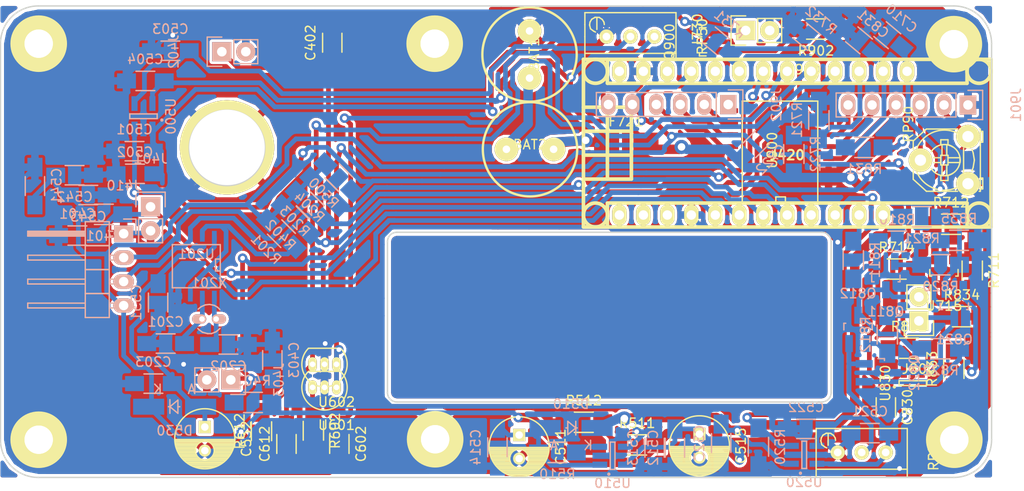
<source format=kicad_pcb>
(kicad_pcb (version 4) (host pcbnew 4.0.4-stable)
  (layers (0 F.Cu signal) (31 B.Cu signal) (34 B.Paste user hide) (35 F.Paste user hide) (36 B.SilkS user) (37 F.SilkS user hide) (38 B.Mask user hide) (39 F.Mask user hide) (44 Edge.Cuts user hide))
  (net 0 "")
  (net 1 "Net-(BAT1-Pad1)")
  (net 2 GND)
  (net 3 "Net-(C201-Pad1)")
  (net 4 "Net-(C202-Pad1)")
  (net 5 V_rtc)
  (net 6 BP1)
  (net 7 BP2)
  (net 8 BP3)
  (net 9 V_sol)
  (net 10 "Net-(C503-Pad1)")
  (net 11 V_bat)
  (net 12 "Net-(C511-Pad1)")
  (net 13 "Net-(C513-Pad1)")
  (net 14 VCC)
  (net 15 "Net-(C522-Pad1)")
  (net 16 VPP)
  (net 17 quadA)
  (net 18 quadB)
  (net 19 V_ref)
  (net 20 M_imot)
  (net 21 SDA)
  (net 22 SCL)
  (net 23 alarm)
  (net 24 C_bkw)
  (net 25 C_frw)
  (net 26 charge_OFF)
  (net 27 M_bat)
  (net 28 M_sol)
  (net 29 mot_A)
  (net 30 mot_B)
  (net 31 "Net-(J901-Pad3)")
  (net 32 "Net-(J901-Pad4)")
  (net 33 "Net-(J901-Pad5)")
  (net 34 "Net-(J901-Pad6)")
  (net 35 "Net-(J902-Pad1)")
  (net 36 "Net-(J902-Pad2)")
  (net 37 "Net-(J902-Pad3)")
  (net 38 "Net-(J902-Pad4)")
  (net 39 "Net-(J902-Pad6)")
  (net 40 "Net-(Q811-Pad1)")
  (net 41 "Net-(Q811-Pad2)")
  (net 42 "Net-(Q812-Pad1)")
  (net 43 "Net-(Q821-Pad1)")
  (net 44 "Net-(Q822-Pad1)")
  (net 45 "Net-(Q900-Pad1)")
  (net 46 "Net-(R510-Pad2)")
  (net 47 VppEn)
  (net 48 "Net-(R831-Pad2)")
  (net 49 "Net-(R832-Pad2)")
  (net 50 "Net-(R833-Pad1)")
  (net 51 "Net-(R902-Pad1)")
  (net 52 "Net-(R711-Pad1)")
  (net 53 "Net-(BAT2-Pad1)")
  (module Capacitors_SMD:C_1206_HandSoldering (layer B.Cu) (at 109.85 85.9 180)
    (fp_text reference C501 (at 0 2.3 180) (layer B.SilkS) (effects (justify mirror)))
    (fp_text value 10uF)
    (pad 1 smd rect (at -2 0 180) (size 2 1.6) (layers B.Cu B.Paste B.Mask) (net 9 V_sol))
    (pad 2 smd rect (at 2 0 180) (size 2 1.6) (layers B.Cu B.Paste B.Mask) (net 2 GND))
  )
  (module Resistors_SMD:R_1206_HandSoldering (layer B.Cu) (at 189.6 105.35 270)
    (fp_text reference R812 (at 0 2.3 270) (layer B.SilkS) (effects (justify mirror)))
    (fp_text value 330)
    (pad 1 smd rect (at -2 0 270) (size 2 1.7) (layers B.Cu B.Paste B.Mask) (net 29 mot_A))
    (pad 2 smd rect (at 2 0 270) (size 2 1.7) (layers B.Cu B.Paste B.Mask) (net 42 "Net-(Q812-Pad1)"))
  )
  (module Capacitors_SMD:C_1206_HandSoldering (layer B.Cu) (at 113.15 106.3 180)
    (fp_text reference C201 (at 0 2.3 180) (layer B.SilkS) (effects (justify mirror)))
    (fp_text value 10p)
    (pad 1 smd rect (at -2 0 180) (size 2 1.6) (layers B.Cu B.Paste B.Mask) (net 3 "Net-(C201-Pad1)"))
    (pad 2 smd rect (at 2 0 180) (size 2 1.6) (layers B.Cu B.Paste B.Mask) (net 2 GND))
  )
  (module Capacitors_SMD:C_1206_HandSoldering (layer B.Cu) (at 119.8 106.4)
    (fp_text reference C202 (at 0 2.3) (layer B.SilkS) (effects (justify mirror)))
    (fp_text value 10p)
    (pad 1 smd rect (at -2 0) (size 2 1.6) (layers B.Cu B.Paste B.Mask) (net 4 "Net-(C202-Pad1)"))
    (pad 2 smd rect (at 2 0) (size 2 1.6) (layers B.Cu B.Paste B.Mask) (net 2 GND))
  )
  (module Capacitors_SMD:C_1206_HandSoldering (layer B.Cu) (at 111.85 110.55 180)
    (fp_text reference C203 (at 0 2.3 180) (layer B.SilkS) (effects (justify mirror)))
    (fp_text value 10n)
    (pad 1 smd rect (at -2 0 180) (size 2 1.6) (layers B.Cu B.Paste B.Mask) (net 5 V_rtc))
    (pad 2 smd rect (at 2 0 180) (size 2 1.6) (layers B.Cu B.Paste B.Mask) (net 2 GND))
  )
  (module Capacitors_SMD:C_1206_HandSoldering (layer B.Cu) (at 103.8 94.85 180)
    (fp_text reference C401 (at 0 2.3 180) (layer B.SilkS) (effects (justify mirror)))
    (fp_text value 10n)
    (pad 1 smd rect (at -2 0 180) (size 2 1.6) (layers B.Cu B.Paste B.Mask) (net 6 BP1))
    (pad 2 smd rect (at 2 0 180) (size 2 1.6) (layers B.Cu B.Paste B.Mask) (net 2 GND))
  )
  (module Capacitors_SMD:C_1206_HandSoldering (layer F.Cu) (at 130.8 74.4 90)
    (fp_text reference C402 (at 0 -2.3 90) (layer F.SilkS))
    (fp_text value 10n)
    (pad 1 smd rect (at -2 0 90) (size 2 1.6) (layers F.Cu F.Paste F.Mask) (net 7 BP2))
    (pad 2 smd rect (at 2 0 90) (size 2 1.6) (layers F.Cu F.Paste F.Mask) (net 2 GND))
  )
  (module Capacitors_SMD:C_1206_HandSoldering (layer B.Cu) (at 124.45 108.05 90)
    (fp_text reference C403 (at 0 2.3 90) (layer B.SilkS) (effects (justify mirror)))
    (fp_text value 10n)
    (pad 1 smd rect (at -2 0 90) (size 2 1.6) (layers B.Cu B.Paste B.Mask) (net 8 BP3))
    (pad 2 smd rect (at 2 0 90) (size 2 1.6) (layers B.Cu B.Paste B.Mask) (net 2 GND))
  )
  (module Capacitors_SMD:C_1206_HandSoldering (layer B.Cu) (at 109.9 88.3 180)
    (fp_text reference C502 (at 0 2.3 180) (layer B.SilkS) (effects (justify mirror)))
    (fp_text value 10n)
    (pad 1 smd rect (at -2 0 180) (size 2 1.6) (layers B.Cu B.Paste B.Mask) (net 9 V_sol))
    (pad 2 smd rect (at 2 0 180) (size 2 1.6) (layers B.Cu B.Paste B.Mask) (net 2 GND))
  )
  (module Capacitors_SMD:C_1206_HandSoldering (layer B.Cu) (at 113.65 75.25 180)
    (fp_text reference C503 (at 0 2.3 180) (layer B.SilkS) (effects (justify mirror)))
    (fp_text value 470p)
    (pad 1 smd rect (at -2 0 180) (size 2 1.6) (layers B.Cu B.Paste B.Mask) (net 10 "Net-(C503-Pad1)"))
    (pad 2 smd rect (at 2 0 180) (size 2 1.6) (layers B.Cu B.Paste B.Mask) (net 2 GND))
  )
  (module Capacitors_SMD:C_1206_HandSoldering (layer B.Cu) (at 111 78.45 180)
    (fp_text reference C504 (at 0 2.3 180) (layer B.SilkS) (effects (justify mirror)))
    (fp_text value 10uF)
    (pad 1 smd rect (at -2 0 180) (size 2 1.6) (layers B.Cu B.Paste B.Mask) (net 11 V_bat))
    (pad 2 smd rect (at 2 0 180) (size 2 1.6) (layers B.Cu B.Paste B.Mask) (net 2 GND))
  )
  (module Capacitors_SMD:C_1206_HandSoldering (layer B.Cu) (at 167.1 117.35 270)
    (fp_text reference C512 (at 0 2.3 270) (layer B.SilkS) (effects (justify mirror)))
    (fp_text value 10uF)
    (pad 1 smd rect (at -2 0 270) (size 2 1.6) (layers B.Cu B.Paste B.Mask) (net 14 VCC))
    (pad 2 smd rect (at 2 0 270) (size 2 1.6) (layers B.Cu B.Paste B.Mask) (net 2 GND))
  )
  (module Capacitors_SMD:C_1206_HandSoldering (layer B.Cu) (at 164.95 117.35 270)
    (fp_text reference C513 (at 0 2.3 270) (layer B.SilkS) (effects (justify mirror)))
    (fp_text value 470p)
    (pad 1 smd rect (at -2 0 270) (size 2 1.6) (layers B.Cu B.Paste B.Mask) (net 13 "Net-(C513-Pad1)"))
    (pad 2 smd rect (at 2 0 270) (size 2 1.6) (layers B.Cu B.Paste B.Mask) (net 2 GND))
  )
  (module Capacitors_SMD:C_1206_HandSoldering (layer B.Cu) (at 148.3 117.3 270)
    (fp_text reference C514 (at 0 2.3 270) (layer B.SilkS) (effects (justify mirror)))
    (fp_text value 10uF)
    (pad 1 smd rect (at -2 0 270) (size 2 1.6) (layers B.Cu B.Paste B.Mask) (net 12 "Net-(C511-Pad1)"))
    (pad 2 smd rect (at 2 0 270) (size 2 1.6) (layers B.Cu B.Paste B.Mask) (net 2 GND))
  )
  (module Capacitors_SMD:C_1206_HandSoldering (layer B.Cu) (at 187.75 115.8 180)
    (fp_text reference C521 (at 0 2.3 180) (layer B.SilkS) (effects (justify mirror)))
    (fp_text value 10uF)
    (pad 1 smd rect (at -2 0 180) (size 2 1.6) (layers B.Cu B.Paste B.Mask) (net 16 VPP))
    (pad 2 smd rect (at 2 0 180) (size 2 1.6) (layers B.Cu B.Paste B.Mask) (net 2 GND))
  )
  (module Capacitors_SMD:C_1206_HandSoldering (layer B.Cu) (at 181 115.35 180)
    (fp_text reference C522 (at 0 2.3 180) (layer B.SilkS) (effects (justify mirror)))
    (fp_text value 470p)
    (pad 1 smd rect (at -2 0 180) (size 2 1.6) (layers B.Cu B.Paste B.Mask) (net 15 "Net-(C522-Pad1)"))
    (pad 2 smd rect (at 2 0 180) (size 2 1.6) (layers B.Cu B.Paste B.Mask) (net 2 GND))
  )
  (module Capacitors_SMD:C_1206_HandSoldering (layer B.Cu) (at 172 116.85 270)
    (fp_text reference C523 (at 0 2.3 270) (layer B.SilkS) (effects (justify mirror)))
    (fp_text value 10uF)
    (pad 1 smd rect (at -2 0 270) (size 2 1.6) (layers B.Cu B.Paste B.Mask) (net 11 V_bat))
    (pad 2 smd rect (at 2 0 270) (size 2 1.6) (layers B.Cu B.Paste B.Mask) (net 2 GND))
  )
  (module Capacitors_SMD:C_1206_HandSoldering (layer B.Cu) (at 112.35 101.95 270)
    (fp_text reference C531 (at 0 2.3 270) (layer B.SilkS) (effects (justify mirror)))
    (fp_text value 10uF)
    (pad 1 smd rect (at -2 0 270) (size 2 1.6) (layers B.Cu B.Paste B.Mask) (net 5 V_rtc))
    (pad 2 smd rect (at 2 0 270) (size 2 1.6) (layers B.Cu B.Paste B.Mask) (net 2 GND))
  )
  (module Capacitors_SMD:C_1206_HandSoldering (layer F.Cu) (at 131.55 116.95 270)
    (fp_text reference C602 (at 0 -2.3 270) (layer F.SilkS))
    (fp_text value 100nF)
    (pad 1 smd rect (at -2 0 270) (size 2 1.6) (layers F.Cu F.Paste F.Mask) (net 17 quadA))
    (pad 2 smd rect (at 2 0 270) (size 2 1.6) (layers F.Cu F.Paste F.Mask) (net 2 GND))
  )
  (module Capacitors_SMD:C_1206_HandSoldering (layer F.Cu) (at 125.95 116.95 90)
    (fp_text reference C612 (at 0 -2.3 90) (layer F.SilkS))
    (fp_text value 100nF)
    (pad 1 smd rect (at -2 0 90) (size 2 1.6) (layers F.Cu F.Paste F.Mask) (net 2 GND))
    (pad 2 smd rect (at 2 0 90) (size 2 1.6) (layers F.Cu F.Paste F.Mask) (net 18 quadB))
  )
  (module Capacitors_SMD:C_1206_HandSoldering (layer B.Cu) (at 189.6 73.6 140)
    (fp_text reference C710 (at -0.000001 2.3 140) (layer B.SilkS) (effects (justify mirror)))
    (fp_text value 10n)
    (pad 1 smd rect (at -2 0 140) (size 2 1.6) (layers B.Cu B.Paste B.Mask) (net 19 V_ref))
    (pad 2 smd rect (at 2 0 140) (size 2 1.6) (layers B.Cu B.Paste B.Mask) (net 2 GND))
  )
  (module Capacitors_SMD:C_1206_HandSoldering (layer B.Cu) (at 175.65 85.15 45)
    (fp_text reference C722 (at 0 2.300001 45) (layer B.SilkS) (effects (justify mirror)))
    (fp_text value 10uF)
    (pad 1 smd rect (at -2 0 45) (size 2 1.6) (layers B.Cu B.Paste B.Mask) (net 11 V_bat))
    (pad 2 smd rect (at 2 0 45) (size 2 1.6) (layers B.Cu B.Paste B.Mask) (net 2 GND))
  )
  (module Capacitors_SMD:C_1206_HandSoldering (layer F.Cu) (at 189.45 113.05 270)
    (fp_text reference C830 (at 0 -2.3 270) (layer F.SilkS))
    (fp_text value 100n)
    (pad 1 smd rect (at -2 0 270) (size 2 1.6) (layers F.Cu F.Paste F.Mask) (net 16 VPP))
    (pad 2 smd rect (at 2 0 270) (size 2 1.6) (layers F.Cu F.Paste F.Mask) (net 2 GND))
  )
  (module Capacitors_SMD:C_1206_HandSoldering (layer B.Cu) (at 186.6 74.15 140)
    (fp_text reference C831 (at -0.000001 2.3 140) (layer B.SilkS) (effects (justify mirror)))
    (fp_text value 100n)
    (pad 1 smd rect (at -2 0 140) (size 2 1.6) (layers B.Cu B.Paste B.Mask) (net 20 M_imot))
    (pad 2 smd rect (at 2 0 140) (size 2 1.6) (layers B.Cu B.Paste B.Mask) (net 2 GND))
  )
  (module Capacitors_SMD:C_1206_HandSoldering (layer F.Cu) (at 180.7 79.55)
    (fp_text reference C900 (at 0 -2.3) (layer F.SilkS))
    (fp_text value 100nF)
    (pad 1 smd rect (at -2 0) (size 2 1.6) (layers F.Cu F.Paste F.Mask) (net 14 VCC))
    (pad 2 smd rect (at 2 0) (size 2 1.6) (layers F.Cu F.Paste F.Mask) (net 2 GND))
  )
  (module Diodes_SMD:MiniMELF_Handsoldering (layer B.Cu) (at 156.1 115.25 180)
    (fp_text reference D510 (at 0 2.54 180) (layer B.SilkS) (effects (justify mirror)))
    (fp_text value SCHOTTKY)
    (fp_text user K (at -1.8 -1.85 180) (layer B.SilkS) (effects (justify mirror)))
    (fp_text user A (at 1.8 -1.85 180) (layer B.SilkS) (effects (justify mirror)))
    (pad 1 smd rect (at -2.75082 0 180) (size 3.29946 1.69926) (layers B.Cu B.Paste B.Mask) (net 11 V_bat))
    (pad 2 smd rect (at 2.75082 0 180) (size 3.29946 1.69926) (layers B.Cu B.Paste B.Mask) (net 12 "Net-(C511-Pad1)"))
  )
  (module Diodes_SMD:MiniMELF_Handsoldering (layer B.Cu) (at 114.1 113)
    (fp_text reference D530 (at 0 2.54) (layer B.SilkS) (effects (justify mirror)))
    (fp_text value SCHOTTKY)
    (fp_text user K (at -1.8 -1.85) (layer B.SilkS) (effects (justify mirror)))
    (fp_text user A (at 1.8 -1.85) (layer B.SilkS) (effects (justify mirror)))
    (pad 1 smd rect (at -2.75082 0) (size 3.29946 1.69926) (layers B.Cu B.Paste B.Mask) (net 14 VCC))
    (pad 2 smd rect (at 2.75082 0) (size 3.29946 1.69926) (layers B.Cu B.Paste B.Mask) (net 5 V_rtc))
  )
  (module Fuse_Holders_and_Fuses:Fuse_SMD1206_HandSoldering (layer F.Cu) (at 161.95 84.95)
    (fp_text reference F721 (at -0.0508 -2.19964) (layer F.SilkS))
    (fp_text value 5A)
    (pad 1 smd rect (at -2.08534 0 90) (size 2.02946 2.65176) (layers F.Cu F.Paste F.Mask) (net 53 "Net-(BAT2-Pad1)"))
    (pad 2 smd rect (at 2.08534 0 90) (size 2.02946 2.65176) (layers F.Cu F.Paste F.Mask) (net 11 V_bat))
  )
  (module gdi:MF85 (layer F.Cu) (at 119.65 85.5)
    (fp_text reference H7 (at 0 0.5) (layer F.SilkS))
    (fp_text value hole)
    (pad 1 thru_hole circle (at 0 0) (size 10 10) (drill 8) (layers *.Cu *.Mask F.SilkS) (net 2 GND))
  )
  (module Pin_Headers:Pin_Header_Straight_1x02 (layer B.Cu) (at 111.55 91.8 180)
    (fp_text reference J401 (at 0 5.1 180) (layer B.SilkS) (effects (justify mirror)))
    (fp_text value H2)
    (pad 1 thru_hole rect (at 0 0 180) (size 2.032 2.032) (drill 1.016) (layers *.Cu *.Mask B.SilkS) (net 6 BP1))
    (pad 2 thru_hole oval (at 0 -2.54 180) (size 2.032 2.032) (drill 1.016) (layers *.Cu *.Mask B.SilkS) (net 2 GND))
  )
  (module Pin_Headers:Pin_Header_Straight_1x02 (layer B.Cu) (at 119.1 75.35 270)
    (fp_text reference J402 (at 0 5.1 270) (layer B.SilkS) (effects (justify mirror)))
    (fp_text value H2)
    (pad 1 thru_hole rect (at 0 0 270) (size 2.032 2.032) (drill 1.016) (layers *.Cu *.Mask B.SilkS) (net 7 BP2))
    (pad 2 thru_hole oval (at 0 -2.54 270) (size 2.032 2.032) (drill 1.016) (layers *.Cu *.Mask B.SilkS) (net 2 GND))
  )
  (module Pin_Headers:Pin_Header_Straight_1x02 (layer B.Cu) (at 120.05 110.15 90)
    (fp_text reference J403 (at 0 5.1 90) (layer B.SilkS) (effects (justify mirror)))
    (fp_text value H2)
    (pad 1 thru_hole rect (at 0 0 90) (size 2.032 2.032) (drill 1.016) (layers *.Cu *.Mask B.SilkS) (net 8 BP3))
    (pad 2 thru_hole oval (at 0 -2.54 90) (size 2.032 2.032) (drill 1.016) (layers *.Cu *.Mask B.SilkS) (net 2 GND))
  )
  (module Pin_Headers:Pin_Header_Straight_1x02 (layer F.Cu) (at 174.6 73.1 90)
    (fp_text reference J730 (at 0 -5.1 90) (layer F.SilkS))
    (fp_text value H2)
    (pad 1 thru_hole rect (at 0 0 90) (size 2.032 2.032) (drill 1.016) (layers *.Cu *.Mask F.SilkS) (net 9 V_sol))
    (pad 2 thru_hole oval (at 0 2.54 90) (size 2.032 2.032) (drill 1.016) (layers *.Cu *.Mask F.SilkS) (net 2 GND))
  )
  (module Pin_Headers:Pin_Header_Straight_1x02 (layer F.Cu) (at 192.95 103.9 180)
    (fp_text reference J800 (at 0 -5.1 180) (layer F.SilkS))
    (fp_text value H2)
    (pad 1 thru_hole rect (at 0 0 180) (size 2.032 2.032) (drill 1.016) (layers *.Cu *.Mask F.SilkS) (net 29 mot_A))
    (pad 2 thru_hole oval (at 0 2.54 180) (size 2.032 2.032) (drill 1.016) (layers *.Cu *.Mask F.SilkS) (net 30 mot_B))
  )
  (module Pin_Headers:Pin_Header_Straight_1x06 (layer B.Cu) (at 198.15 81 90)
    (fp_text reference J901 (at 0 5.1 90) (layer B.SilkS) (effects (justify mirror)))
    (fp_text value H6)
    (pad 1 thru_hole rect (at 0 0 90) (size 2.032 1.7272) (drill 1.016) (layers *.Cu *.Mask B.SilkS) (net 2 GND))
    (pad 2 thru_hole oval (at 0 -2.54) (size 1.524 2.19964) (drill 1.00076) (layers *.Cu *.Mask B.SilkS) (net 14 VCC))
    (pad 3 thru_hole oval (at 0 -5.08) (size 1.524 2.19964) (drill 1.00076) (layers *.Cu *.Mask B.SilkS) (net 31 "Net-(J901-Pad3)"))
    (pad 4 thru_hole oval (at 0 -7.62) (size 1.524 2.19964) (drill 1.00076) (layers *.Cu *.Mask B.SilkS) (net 32 "Net-(J901-Pad4)"))
    (pad 5 thru_hole oval (at 0 -10.16) (size 1.524 2.19964) (drill 1.00076) (layers *.Cu *.Mask B.SilkS) (net 33 "Net-(J901-Pad5)"))
    (pad 6 thru_hole oval (at 0 -12.7) (size 1.524 2.19964) (drill 1.00076) (layers *.Cu *.Mask B.SilkS) (net 34 "Net-(J901-Pad6)"))
  )
  (module Pin_Headers:Pin_Header_Straight_1x06 (layer B.Cu) (at 172.75 80.95 90)
    (fp_text reference J902 (at 0 5.1 90) (layer B.SilkS) (effects (justify mirror)))
    (fp_text value H6)
    (pad 1 thru_hole rect (at 0 0 90) (size 2.032 1.7272) (drill 1.016) (layers *.Cu *.Mask B.SilkS) (net 35 "Net-(J902-Pad1)"))
    (pad 2 thru_hole oval (at 0 -2.54) (size 1.524 2.19964) (drill 1.00076) (layers *.Cu *.Mask B.SilkS) (net 36 "Net-(J902-Pad2)"))
    (pad 3 thru_hole oval (at 0 -5.08) (size 1.524 2.19964) (drill 1.00076) (layers *.Cu *.Mask B.SilkS) (net 37 "Net-(J902-Pad3)"))
    (pad 4 thru_hole oval (at 0 -7.62) (size 1.524 2.19964) (drill 1.00076) (layers *.Cu *.Mask B.SilkS) (net 38 "Net-(J902-Pad4)"))
    (pad 5 thru_hole oval (at 0 -10.16) (size 1.524 2.19964) (drill 1.00076) (layers *.Cu *.Mask B.SilkS) (net 14 VCC))
    (pad 6 thru_hole oval (at 0 -12.7) (size 1.524 2.19964) (drill 1.00076) (layers *.Cu *.Mask B.SilkS) (net 39 "Net-(J902-Pad6)"))
  )
  (module TO_SOT_Packages_SMD:SOT-23_Handsoldering (layer B.Cu) (at 189.45 99.1)
    (fp_text reference Q811 (at 0 3.81) (layer B.SilkS) (effects (justify mirror)))
    (fp_text value NPN)
    (pad 1 smd rect (at -0.95 -1.50114) (size 0.8001 1.80086) (layers B.Cu B.Paste B.Mask) (net 40 "Net-(Q811-Pad1)"))
    (pad 2 smd rect (at 0.95 -1.50114) (size 0.8001 1.80086) (layers B.Cu B.Paste B.Mask) (net 41 "Net-(Q811-Pad2)"))
    (pad 3 smd rect (at 0 1.50114) (size 0.8001 1.80086) (layers B.Cu B.Paste B.Mask) (net 30 mot_B))
  )
  (module TO_SOT_Packages_SMD:SOT-23_Handsoldering (layer B.Cu) (at 186.5 104.8 180)
    (fp_text reference Q812 (at 0 3.81 180) (layer B.SilkS) (effects (justify mirror)))
    (fp_text value PNP)
    (pad 1 smd rect (at -0.95 -1.50114 180) (size 0.8001 1.80086) (layers B.Cu B.Paste B.Mask) (net 42 "Net-(Q812-Pad1)"))
    (pad 2 smd rect (at 0.95 -1.50114 180) (size 0.8001 1.80086) (layers B.Cu B.Paste B.Mask) (net 16 VPP))
    (pad 3 smd rect (at 0 1.50114 180) (size 0.8001 1.80086) (layers B.Cu B.Paste B.Mask) (net 30 mot_B))
  )
  (module TO_SOT_Packages_SMD:SOT-23_Handsoldering (layer B.Cu) (at 196.7 102.05)
    (fp_text reference Q821 (at 0 3.81) (layer B.SilkS) (effects (justify mirror)))
    (fp_text value NPN)
    (pad 1 smd rect (at -0.95 -1.50114) (size 0.8001 1.80086) (layers B.Cu B.Paste B.Mask) (net 43 "Net-(Q821-Pad1)"))
    (pad 2 smd rect (at 0.95 -1.50114) (size 0.8001 1.80086) (layers B.Cu B.Paste B.Mask) (net 41 "Net-(Q811-Pad2)"))
    (pad 3 smd rect (at 0 1.50114) (size 0.8001 1.80086) (layers B.Cu B.Paste B.Mask) (net 29 mot_A))
  )
  (module TO_SOT_Packages_SMD:SOT-23_Handsoldering (layer B.Cu) (at 188.65 109.4 90)
    (fp_text reference Q822 (at 0 3.81 90) (layer B.SilkS) (effects (justify mirror)))
    (fp_text value PNP)
    (pad 1 smd rect (at -0.95 -1.50114 90) (size 0.8001 1.80086) (layers B.Cu B.Paste B.Mask) (net 44 "Net-(Q822-Pad1)"))
    (pad 2 smd rect (at 0.95 -1.50114 90) (size 0.8001 1.80086) (layers B.Cu B.Paste B.Mask) (net 16 VPP))
    (pad 3 smd rect (at 0 1.50114 90) (size 0.8001 1.80086) (layers B.Cu B.Paste B.Mask) (net 29 mot_A))
  )
  (module TO_SOT_Packages_SMD:SOT-23_Handsoldering (layer F.Cu) (at 170.35 74.3 90)
    (fp_text reference Q900 (at 0 -3.81 90) (layer F.SilkS))
    (fp_text value NPN)
    (pad 1 smd rect (at -0.95 1.50114 90) (size 0.8001 1.80086) (layers F.Cu F.Paste F.Mask) (net 45 "Net-(Q900-Pad1)"))
    (pad 2 smd rect (at 0.95 1.50114 90) (size 0.8001 1.80086) (layers F.Cu F.Paste F.Mask) (net 2 GND))
    (pad 3 smd rect (at 0 -1.50114 90) (size 0.8001 1.80086) (layers F.Cu F.Paste F.Mask) (net 39 "Net-(J902-Pad6)"))
  )
  (module Resistors_SMD:R_1206_HandSoldering (layer B.Cu) (at 125.4 94.65 315)
    (fp_text reference R201 (at 0 2.300001 315) (layer B.SilkS) (effects (justify mirror)))
    (fp_text value 10k)
    (pad 1 smd rect (at -2 0 315) (size 2 1.7) (layers B.Cu B.Paste B.Mask) (net 14 VCC))
    (pad 2 smd rect (at 2 0 315) (size 2 1.7) (layers B.Cu B.Paste B.Mask) (net 23 alarm))
  )
  (module Resistors_SMD:R_1206_HandSoldering (layer B.Cu) (at 106.6 92.6)
    (fp_text reference R401 (at 0 2.3) (layer B.SilkS) (effects (justify mirror)))
    (fp_text value 10k)
    (pad 1 smd rect (at -2 0) (size 2 1.7) (layers B.Cu B.Paste B.Mask) (net 14 VCC))
    (pad 2 smd rect (at 2 0) (size 2 1.7) (layers B.Cu B.Paste B.Mask) (net 6 BP1))
  )
  (module Resistors_SMD:R_1206_HandSoldering (layer B.Cu) (at 126.95 93.15 315)
    (fp_text reference R402 (at 0 2.300001 315) (layer B.SilkS) (effects (justify mirror)))
    (fp_text value 10k)
    (pad 1 smd rect (at -2 0 315) (size 2 1.7) (layers B.Cu B.Paste B.Mask) (net 14 VCC))
    (pad 2 smd rect (at 2 0 315) (size 2 1.7) (layers B.Cu B.Paste B.Mask) (net 7 BP2))
  )
  (module Resistors_SMD:R_1206_HandSoldering (layer B.Cu) (at 122.4 112.55 180)
    (fp_text reference R403 (at 0 2.3 180) (layer B.SilkS) (effects (justify mirror)))
    (fp_text value 10k)
    (pad 1 smd rect (at -2 0 180) (size 2 1.7) (layers B.Cu B.Paste B.Mask) (net 14 VCC))
    (pad 2 smd rect (at 2 0 180) (size 2 1.7) (layers B.Cu B.Paste B.Mask) (net 8 BP3))
  )
  (module Resistors_SMD:R_1206_HandSoldering (layer B.Cu) (at 131.5 88.7 315)
    (fp_text reference R500 (at 0 2.300001 315) (layer B.SilkS) (effects (justify mirror)))
    (fp_text value 10k)
    (pad 1 smd rect (at -2 0 315) (size 2 1.7) (layers B.Cu B.Paste B.Mask) (net 14 VCC))
    (pad 2 smd rect (at 2 0 315) (size 2 1.7) (layers B.Cu B.Paste B.Mask) (net 26 charge_OFF))
  )
  (module Resistors_SMD:R_1206_HandSoldering (layer B.Cu) (at 154.65 117.85)
    (fp_text reference R510 (at 0 2.3) (layer B.SilkS) (effects (justify mirror)))
    (fp_text value 10k)
    (pad 1 smd rect (at -2 0) (size 2 1.7) (layers B.Cu B.Paste B.Mask) (net 12 "Net-(C511-Pad1)"))
    (pad 2 smd rect (at 2 0) (size 2 1.7) (layers B.Cu B.Paste B.Mask) (net 46 "Net-(R510-Pad2)"))
  )
  (module Resistors_SMD:R_1206_HandSoldering (layer B.Cu) (at 175.95 117.25 90)
    (fp_text reference R520 (at 0 2.3 90) (layer B.SilkS) (effects (justify mirror)))
    (fp_text value 10k)
    (pad 1 smd rect (at -2 0 90) (size 2 1.7) (layers B.Cu B.Paste B.Mask) (net 2 GND))
    (pad 2 smd rect (at 2 0 90) (size 2 1.7) (layers B.Cu B.Paste B.Mask) (net 47 VppEn))
  )
  (module Resistors_SMD:R_1206_HandSoldering (layer F.Cu) (at 128.8 115.55 270)
    (fp_text reference R602 (at 0 -2.3 270) (layer F.SilkS))
    (fp_text value 4k7)
    (pad 1 smd rect (at -2 0 270) (size 2 1.7) (layers F.Cu F.Paste F.Mask) (net 17 quadA))
    (pad 2 smd rect (at 2 0 270) (size 2 1.7) (layers F.Cu F.Paste F.Mask) (net 14 VCC))
  )
  (module Resistors_SMD:R_1206_HandSoldering (layer F.Cu) (at 123.3 115.6 90)
    (fp_text reference R612 (at 0 -2.3 90) (layer F.SilkS))
    (fp_text value 4k7)
    (pad 1 smd rect (at -2 0 90) (size 2 1.7) (layers F.Cu F.Paste F.Mask) (net 14 VCC))
    (pad 2 smd rect (at 2 0 90) (size 2 1.7) (layers F.Cu F.Paste F.Mask) (net 18 quadB))
  )
  (module Resistors_SMD:R_1206_HandSoldering (layer F.Cu) (at 190.6 98.4)
    (fp_text reference R714 (at 0 -2.3) (layer F.SilkS))
    (fp_text value 10k)
    (pad 1 smd rect (at -2 0) (size 2 1.7) (layers F.Cu F.Paste F.Mask) (net 16 VPP))
    (pad 2 smd rect (at 2 0) (size 2 1.7) (layers F.Cu F.Paste F.Mask) (net 19 V_ref))
  )
  (module Resistors_SMD:R_1206_HandSoldering (layer B.Cu) (at 182.35 82.6 270)
    (fp_text reference R721 (at 0 2.3 270) (layer B.SilkS) (effects (justify mirror)))
    (fp_text value 4.7k)
    (pad 1 smd rect (at -2 0 270) (size 2 1.7) (layers B.Cu B.Paste B.Mask) (net 2 GND))
    (pad 2 smd rect (at 2 0 270) (size 2 1.7) (layers B.Cu B.Paste B.Mask) (net 27 M_bat))
  )
  (module Resistors_SMD:R_1206_HandSoldering (layer B.Cu) (at 179.7 86.2 90)
    (fp_text reference R722 (at 0 2.300001 90) (layer B.SilkS) (effects (justify mirror)))
    (fp_text value 10k)
    (pad 1 smd rect (at -2 0 90) (size 2 1.7) (layers B.Cu B.Paste B.Mask) (net 11 V_bat))
    (pad 2 smd rect (at 2 0 90) (size 2 1.7) (layers B.Cu B.Paste B.Mask) (net 27 M_bat))
  )
  (module Resistors_SMD:R_1206_HandSoldering (layer B.Cu) (at 171.45 74.2 140)
    (fp_text reference R731 (at -0.000001 2.3 140) (layer B.SilkS) (effects (justify mirror)))
    (fp_text value 10k)
    (pad 1 smd rect (at -2 0 140) (size 2 1.7) (layers B.Cu B.Paste B.Mask) (net 28 M_sol))
    (pad 2 smd rect (at 2 0 140) (size 2 1.7) (layers B.Cu B.Paste B.Mask) (net 9 V_sol))
  )
  (module Resistors_SMD:R_1206_HandSoldering (layer B.Cu) (at 181.1 73.75 140)
    (fp_text reference R732 (at -0.000001 2.3 140) (layer B.SilkS) (effects (justify mirror)))
    (fp_text value 2.2k)
    (pad 1 smd rect (at -2 0 140) (size 2 1.7) (layers B.Cu B.Paste B.Mask) (net 28 M_sol))
    (pad 2 smd rect (at 2 0 140) (size 2 1.7) (layers B.Cu B.Paste B.Mask) (net 2 GND))
  )
  (module Resistors_SMD:R_1206_HandSoldering (layer B.Cu) (at 190.65 95.45 180)
    (fp_text reference R810 (at 0 2.3 180) (layer B.SilkS) (effects (justify mirror)))
    (fp_text value 3k3)
    (pad 1 smd rect (at -2 0 180) (size 2 1.7) (layers B.Cu B.Paste B.Mask) (net 41 "Net-(Q811-Pad2)"))
    (pad 2 smd rect (at 2 0 180) (size 2 1.7) (layers B.Cu B.Paste B.Mask) (net 40 "Net-(Q811-Pad1)"))
  )
  (module Resistors_SMD:R_1206_HandSoldering (layer B.Cu) (at 186 97.45 90)
    (fp_text reference R811 (at 0 2.3 90) (layer B.SilkS) (effects (justify mirror)))
    (fp_text value 330)
    (pad 1 smd rect (at -2 0 90) (size 2 1.7) (layers B.Cu B.Paste B.Mask) (net 40 "Net-(Q811-Pad1)"))
    (pad 2 smd rect (at 2 0 90) (size 2 1.7) (layers B.Cu B.Paste B.Mask) (net 25 C_frw))
  )
  (module Resistors_SMD:R_1206_HandSoldering (layer B.Cu) (at 195.25 97.95)
    (fp_text reference R820 (at 0 2.3) (layer B.SilkS) (effects (justify mirror)))
    (fp_text value 3k3)
    (pad 1 smd rect (at -2 0) (size 2 1.7) (layers B.Cu B.Paste B.Mask) (net 41 "Net-(Q811-Pad2)"))
    (pad 2 smd rect (at 2 0) (size 2 1.7) (layers B.Cu B.Paste B.Mask) (net 43 "Net-(Q821-Pad1)"))
  )
  (module Resistors_SMD:R_1206_HandSoldering (layer B.Cu) (at 193.25 92.85)
    (fp_text reference R821 (at 0 2.3) (layer B.SilkS) (effects (justify mirror)))
    (fp_text value 330)
    (pad 1 smd rect (at -2 0) (size 2 1.7) (layers B.Cu B.Paste B.Mask) (net 24 C_bkw))
    (pad 2 smd rect (at 2 0) (size 2 1.7) (layers B.Cu B.Paste B.Mask) (net 43 "Net-(Q821-Pad1)"))
  )
  (module Resistors_SMD:R_1206_HandSoldering (layer B.Cu) (at 195.25 106.85)
    (fp_text reference R822 (at 0 2.3) (layer B.SilkS) (effects (justify mirror)))
    (fp_text value 330)
    (pad 1 smd rect (at -2 0) (size 2 1.7) (layers B.Cu B.Paste B.Mask) (net 30 mot_B))
    (pad 2 smd rect (at 2 0) (size 2 1.7) (layers B.Cu B.Paste B.Mask) (net 44 "Net-(Q822-Pad1)"))
  )
  (module Resistors_SMD:R_1206_HandSoldering (layer B.Cu) (at 187.15 85.5)
    (fp_text reference R831 (at 0 2.3) (layer B.SilkS) (effects (justify mirror)))
    (fp_text value 1k)
    (pad 1 smd rect (at -2 0) (size 2 1.7) (layers B.Cu B.Paste B.Mask) (net 20 M_imot))
    (pad 2 smd rect (at 2 0) (size 2 1.7) (layers B.Cu B.Paste B.Mask) (net 48 "Net-(R831-Pad2)"))
  )
  (module Resistors_SMD:R_1206_HandSoldering (layer F.Cu) (at 191.9 106.8)
    (fp_text reference R832 (at 0 -2.3) (layer F.SilkS))
    (fp_text value 10k)
    (pad 1 smd rect (at -2 0) (size 2 1.7) (layers F.Cu F.Paste F.Mask) (net 48 "Net-(R831-Pad2)"))
    (pad 2 smd rect (at 2 0) (size 2 1.7) (layers F.Cu F.Paste F.Mask) (net 49 "Net-(R832-Pad2)"))
  )
  (module Resistors_SMD:R_1206_HandSoldering (layer F.Cu) (at 196.65 109 90)
    (fp_text reference R833 (at 0 -2.3 90) (layer F.SilkS))
    (fp_text value 1k)
    (pad 1 smd rect (at -2 0 90) (size 2 1.7) (layers F.Cu F.Paste F.Mask) (net 50 "Net-(R833-Pad1)"))
    (pad 2 smd rect (at 2 0 90) (size 2 1.7) (layers F.Cu F.Paste F.Mask) (net 41 "Net-(Q811-Pad2)"))
  )
  (module Resistors_SMD:R_1206_HandSoldering (layer F.Cu) (at 197.5 103.45)
    (fp_text reference R834 (at 0 -2.3) (layer F.SilkS))
    (fp_text value 1k)
    (pad 1 smd rect (at -2 0) (size 2 1.7) (layers F.Cu F.Paste F.Mask) (net 49 "Net-(R832-Pad2)"))
    (pad 2 smd rect (at 2 0) (size 2 1.7) (layers F.Cu F.Paste F.Mask) (net 2 GND))
  )
  (module Resistors_SMD:R_1206_HandSoldering (layer B.Cu) (at 197.2 95.35 180)
    (fp_text reference R835 (at 0 2.3 180) (layer B.SilkS) (effects (justify mirror)))
    (fp_text value 0R2)
    (pad 1 smd rect (at -2 0 180) (size 2 1.7) (layers B.Cu B.Paste B.Mask) (net 2 GND))
    (pad 2 smd rect (at 2 0 180) (size 2 1.7) (layers B.Cu B.Paste B.Mask) (net 41 "Net-(Q811-Pad2)"))
  )
  (module Resistors_SMD:R_1206_HandSoldering (layer F.Cu) (at 182.05 72.95 180)
    (fp_text reference R902 (at 0 -2.3 180) (layer F.SilkS))
    (fp_text value 4.7k)
    (pad 1 smd rect (at -2 0 180) (size 2 1.7) (layers F.Cu F.Paste F.Mask) (net 51 "Net-(R902-Pad1)"))
    (pad 2 smd rect (at 2 0 180) (size 2 1.7) (layers F.Cu F.Paste F.Mask) (net 45 "Net-(Q900-Pad1)"))
  )
  (module Potentiometers:Potentiometer_Triwood_RM-065 (layer F.Cu) (at 198.15 89.35 90)
    (fp_text reference RP90 (at 6.30936 -6.30936 90) (layer F.SilkS))
    (fp_text value 10k)
    (pad 2 thru_hole circle (at 2.49936 -5.03936 90) (size 2.49936 2.49936) (drill 1.19888) (layers *.Cu *.Mask F.SilkS) (net 31 "Net-(J901-Pad3)"))
    (pad 3 thru_hole circle (at 4.99872 0 90) (size 2.49936 2.49936) (drill 1.19888) (layers *.Cu *.Mask F.SilkS) (net 14 VCC))
    (pad 1 thru_hole circle (at 0 0 90) (size 2.49936 2.49936) (drill 1.19888) (layers *.Cu *.Mask F.SilkS) (net 2 GND))
  )
  (module SMD_Packages:SOIC-8-N (layer B.Cu) (at 116.4 98.1 180)
    (fp_text reference U201 (at 0 1.27 180) (layer B.SilkS) (effects (justify mirror)))
    (fp_text value 1337)
    (pad 8 smd rect (at -1.905 3.175 180) (size 0.508 1.143) (layers B.Cu B.Paste B.Mask) (net 5 V_rtc))
    (pad 7 smd rect (at -0.635 3.175 180) (size 0.508 1.143) (layers B.Cu B.Paste B.Mask) (net 23 alarm))
    (pad 6 smd rect (at 0.635 3.175 180) (size 0.508 1.143) (layers B.Cu B.Paste B.Mask) (net 22 SCL))
    (pad 5 smd rect (at 1.905 3.175 180) (size 0.508 1.143) (layers B.Cu B.Paste B.Mask) (net 21 SDA))
    (pad 4 smd rect (at 1.905 -3.175 180) (size 0.508 1.143) (layers B.Cu B.Paste B.Mask) (net 2 GND))
    (pad 3 smd rect (at 0.635 -3.175 180) (size 0.508 1.143) (layers B.Cu B.Paste B.Mask) (net 23 alarm))
    (pad 2 smd rect (at -0.635 -3.175 180) (size 0.508 1.143) (layers B.Cu B.Paste B.Mask) (net 3 "Net-(C201-Pad1)"))
    (pad 1 smd rect (at -1.905 -3.175 180) (size 0.508 1.143) (layers B.Cu B.Paste B.Mask) (net 4 "Net-(C202-Pad1)"))
  )
  (module gdi:SOT-23-5_Handsoldering (layer B.Cu) (at 110.8 82.2 90)
    (fp_text reference U500 (at 0 2.9 90) (layer B.SilkS) (effects (justify mirror)))
    (fp_text value 5205)
    (pad 1 smd rect (at -1.35 0.95 90) (size 1.56 0.65) (layers B.Cu B.Paste B.Mask) (net 9 V_sol))
    (pad 2 smd rect (at -1.35 0 90) (size 1.56 0.65) (layers B.Cu B.Paste B.Mask) (net 2 GND))
    (pad 3 smd rect (at -1.35 -0.95 90) (size 1.56 0.65) (layers B.Cu B.Paste B.Mask) (net 26 charge_OFF))
    (pad 4 smd rect (at 1.35 -0.95 90) (size 1.56 0.65) (layers B.Cu B.Paste B.Mask) (net 10 "Net-(C503-Pad1)"))
    (pad 5 smd rect (at 1.35 0.95 90) (size 1.56 0.65) (layers B.Cu B.Paste B.Mask) (net 11 V_bat))
  )
  (module gdi:SOT-23-5_Handsoldering (layer B.Cu) (at 160.5 118.2)
    (fp_text reference U510 (at 0 2.9) (layer B.SilkS) (effects (justify mirror)))
    (fp_text value 5205)
    (pad 1 smd rect (at -1.35 0.95) (size 1.56 0.65) (layers B.Cu B.Paste B.Mask) (net 12 "Net-(C511-Pad1)"))
    (pad 2 smd rect (at -1.35 0) (size 1.56 0.65) (layers B.Cu B.Paste B.Mask) (net 2 GND))
    (pad 3 smd rect (at -1.35 -0.95) (size 1.56 0.65) (layers B.Cu B.Paste B.Mask) (net 46 "Net-(R510-Pad2)"))
    (pad 4 smd rect (at 1.35 -0.95) (size 1.56 0.65) (layers B.Cu B.Paste B.Mask) (net 13 "Net-(C513-Pad1)"))
    (pad 5 smd rect (at 1.35 0.95) (size 1.56 0.65) (layers B.Cu B.Paste B.Mask) (net 14 VCC))
  )
  (module gdi:SOT-23-5_Handsoldering (layer B.Cu) (at 180.8 118.1)
    (fp_text reference U520 (at 0 2.9) (layer B.SilkS) (effects (justify mirror)))
    (fp_text value 5205)
    (pad 1 smd rect (at -1.35 0.95) (size 1.56 0.65) (layers B.Cu B.Paste B.Mask) (net 11 V_bat))
    (pad 2 smd rect (at -1.35 0) (size 1.56 0.65) (layers B.Cu B.Paste B.Mask) (net 2 GND))
    (pad 3 smd rect (at -1.35 -0.95) (size 1.56 0.65) (layers B.Cu B.Paste B.Mask) (net 47 VppEn))
    (pad 4 smd rect (at 1.35 -0.95) (size 1.56 0.65) (layers B.Cu B.Paste B.Mask) (net 15 "Net-(C522-Pad1)"))
    (pad 5 smd rect (at 1.35 0.95) (size 1.56 0.65) (layers B.Cu B.Paste B.Mask) (net 16 VPP))
  )
  (module TO_SOT_Packages_THT:TO-92_Inline_Narrow_Oval (layer F.Cu) (at 131.25 110.95 180)
    (fp_text reference U601 (at 0 -4 180) (layer F.SilkS))
    (fp_text value 3144)
    (pad 2 thru_hole oval (at 1.27 0) (size 0.89916 1.50114) (drill 0.6) (layers *.Cu *.Mask F.SilkS) (net 2 GND))
    (pad 3 thru_hole oval (at 2.54 0) (size 0.89916 1.50114) (drill 0.6) (layers *.Cu *.Mask F.SilkS) (net 17 quadA))
    (pad 1 thru_hole oval (at 0 0) (size 0.89916 1.50114) (drill 0.6) (layers *.Cu *.Mask F.SilkS) (net 16 VPP))
  )
  (module TO_SOT_Packages_THT:TO-92_Inline_Narrow_Oval (layer F.Cu) (at 131.25 108.5 180)
    (fp_text reference U602 (at 0 -4 180) (layer F.SilkS))
    (fp_text value 3144)
    (pad 2 thru_hole oval (at 1.27 0) (size 0.89916 1.50114) (drill 0.6) (layers *.Cu *.Mask F.SilkS) (net 2 GND))
    (pad 3 thru_hole oval (at 2.54 0) (size 0.89916 1.50114) (drill 0.6) (layers *.Cu *.Mask F.SilkS) (net 18 quadB))
    (pad 1 thru_hole oval (at 0 0) (size 0.89916 1.50114) (drill 0.6) (layers *.Cu *.Mask F.SilkS) (net 16 VPP))
  )
  (module TO_SOT_Packages_SMD:SOT-23_Handsoldering (layer F.Cu) (at 195.6 98.5 180)
    (fp_text reference U715 (at 0 -3.81 180) (layer F.SilkS))
    (fp_text value 431)
    (pad 1 smd rect (at -0.95 1.50114 180) (size 0.8001 1.80086) (layers F.Cu F.Paste F.Mask) (net 52 "Net-(R711-Pad1)"))
    (pad 2 smd rect (at 0.95 1.50114 180) (size 0.8001 1.80086) (layers F.Cu F.Paste F.Mask) (net 19 V_ref))
    (pad 3 smd rect (at 0 -1.50114 180) (size 0.8001 1.80086) (layers F.Cu F.Paste F.Mask) (net 2 GND))
  )
  (module gdi:SOT-23-5_Handsoldering (layer F.Cu) (at 192.3 110.5 90)
    (fp_text reference U830 (at 0 -2.9 90) (layer F.SilkS))
    (fp_text value 601)
    (pad 1 smd rect (at -1.35 -0.95 90) (size 1.56 0.65) (layers F.Cu F.Paste F.Mask) (net 48 "Net-(R831-Pad2)"))
    (pad 2 smd rect (at -1.35 0 90) (size 1.56 0.65) (layers F.Cu F.Paste F.Mask) (net 2 GND))
    (pad 3 smd rect (at -1.35 0.95 90) (size 1.56 0.65) (layers F.Cu F.Paste F.Mask) (net 50 "Net-(R833-Pad1)"))
    (pad 4 smd rect (at 1.35 0.95 90) (size 1.56 0.65) (layers F.Cu F.Paste F.Mask) (net 49 "Net-(R832-Pad2)"))
    (pad 5 smd rect (at 1.35 -0.95 90) (size 1.56 0.65) (layers F.Cu F.Paste F.Mask) (net 16 VPP))
  )
  (module SMD_Packages:SO-16-W (layer F.Cu) (at 178.3 86.05 90)
    (fp_text reference U900 (at 0.254 -0.889 90) (layer F.SilkS))
    (fp_text value PCF8574)
    (pad 1 smd rect (at -4.445 5.08 90) (size 0.508 1.143) (layers F.Cu F.Paste F.Mask) (net 2 GND))
    (pad 2 smd rect (at -3.175 5.08 90) (size 0.508 1.143) (layers F.Cu F.Paste F.Mask) (net 2 GND))
    (pad 3 smd rect (at -1.905 5.08 90) (size 0.508 1.143) (layers F.Cu F.Paste F.Mask) (net 2 GND))
    (pad 4 smd rect (at -0.635 5.08 90) (size 0.508 1.143) (layers F.Cu F.Paste F.Mask) (net 32 "Net-(J901-Pad4)"))
    (pad 5 smd rect (at 0.635 5.08 90) (size 0.508 1.143) (layers F.Cu F.Paste F.Mask) (net 33 "Net-(J901-Pad5)"))
    (pad 6 smd rect (at 1.905 5.08 90) (size 0.508 1.143) (layers F.Cu F.Paste F.Mask) (net 34 "Net-(J901-Pad6)"))
    (pad 7 smd rect (at 3.175 5.08 90) (size 0.508 1.143) (layers F.Cu F.Paste F.Mask) (net 51 "Net-(R902-Pad1)"))
    (pad 8 smd rect (at 4.445 5.08 90) (size 0.508 1.143) (layers F.Cu F.Paste F.Mask) (net 2 GND))
    (pad 9 smd rect (at 4.445 -5.08 90) (size 0.508 1.143) (layers F.Cu F.Paste F.Mask) (net 35 "Net-(J902-Pad1)"))
    (pad 10 smd rect (at 3.175 -5.08 90) (size 0.508 1.143) (layers F.Cu F.Paste F.Mask) (net 36 "Net-(J902-Pad2)"))
    (pad 11 smd rect (at 1.905 -5.08 90) (size 0.508 1.143) (layers F.Cu F.Paste F.Mask) (net 37 "Net-(J902-Pad3)"))
    (pad 12 smd rect (at 0.635 -5.08 90) (size 0.508 1.143) (layers F.Cu F.Paste F.Mask) (net 38 "Net-(J902-Pad4)"))
    (pad 13 smd rect (at -0.635 -5.08 90) (size 0.508 1.143) (layers F.Cu F.Paste F.Mask))
    (pad 14 smd rect (at -1.905 -5.08 90) (size 0.508 1.143) (layers F.Cu F.Paste F.Mask) (net 22 SCL))
    (pad 15 smd rect (at -3.175 -5.08 90) (size 0.508 1.143) (layers F.Cu F.Paste F.Mask) (net 21 SDA))
    (pad 16 smd rect (at -4.445 -5.08 90) (size 0.508 1.143) (layers F.Cu F.Paste F.Mask) (net 14 VCC))
  )
  (module Crystals:Crystal_Round_Vertical_3mm_BigPad (layer B.Cu) (at 117.75 103.7 180)
    (fp_text reference X201 (at 0 3.81 180) (layer B.SilkS) (effects (justify mirror)))
    (fp_text value 32.768K)
    (pad 1 thru_hole oval (at -0.7493 0 180) (size 1.50114 1.00076) (drill 0.59944 (offset -0.29972 0)) (layers *.Cu *.Mask B.SilkS) (net 4 "Net-(C202-Pad1)"))
    (pad 2 thru_hole oval (at 0.7493 0 180) (size 1.50114 1.00076) (drill 0.59944 (offset 0.29972 0)) (layers *.Cu *.Mask B.SilkS) (net 3 "Net-(C201-Pad1)"))
  )
  (module Capacitors_ThroughHole:C_Radial_D6.3_L11.2_P2.5 (layer F.Cu) (at 150.6 116 270)
    (fp_text reference C511 (at 1.25 -4.4 270) (layer F.SilkS))
    (fp_text value 470uF)
    (pad 2 thru_hole circle (at 2.5 0 270) (size 1.3 1.3) (drill 0.8) (layers *.Cu *.Mask F.SilkS) (net 2 GND))
    (pad 1 thru_hole rect (at 0 0 270) (size 1.3 1.3) (drill 0.8) (layers *.Cu *.Mask F.SilkS) (net 12 "Net-(C511-Pad1)"))
  )
  (module Capacitors_ThroughHole:C_Radial_D6.3_L11.2_P2.5 (layer F.Cu) (at 117.3 115.15 270)
    (fp_text reference C532 (at 1.25 -4.4 270) (layer F.SilkS))
    (fp_text value 470uF)
    (pad 2 thru_hole circle (at 2.5 0 270) (size 1.3 1.3) (drill 0.8) (layers *.Cu *.Mask F.SilkS) (net 2 GND))
    (pad 1 thru_hole rect (at 0 0 270) (size 1.3 1.3) (drill 0.8) (layers *.Cu *.Mask F.SilkS) (net 5 V_rtc))
  )
  (module Resistors_SMD:R_1206_HandSoldering (layer F.Cu) (at 198.6 98.55 270)
    (fp_text reference R711 (at 0 -2.3 270) (layer F.SilkS))
    (fp_text value 10k)
    (pad 1 smd rect (at -2 0 270) (size 2 1.7) (layers F.Cu F.Paste F.Mask) (net 52 "Net-(R711-Pad1)"))
    (pad 2 smd rect (at 2 0 270) (size 2 1.7) (layers F.Cu F.Paste F.Mask) (net 2 GND))
  )
  (module Resistors_SMD:R_1206_HandSoldering (layer F.Cu) (at 196.35 93.65)
    (fp_text reference R712 (at 0 -2.3) (layer F.SilkS))
    (fp_text value 4.7k)
    (pad 1 smd rect (at -2 0) (size 2 1.7) (layers F.Cu F.Paste F.Mask) (net 19 V_ref))
    (pad 2 smd rect (at 2 0) (size 2 1.7) (layers F.Cu F.Paste F.Mask) (net 52 "Net-(R711-Pad1)"))
  )
  (module Capacitors_ThroughHole:C_Radial_D6.3_L11.2_P2.5 (layer F.Cu) (at 169.7 115.9 270)
    (fp_text reference C515 (at 1.25 -4.4 270) (layer F.SilkS))
    (fp_text value 470uF)
    (pad 2 thru_hole circle (at 2.5 0 270) (size 1.3 1.3) (drill 0.8) (layers *.Cu *.Mask F.SilkS) (net 2 GND))
    (pad 1 thru_hole rect (at 0 0 270) (size 1.3 1.3) (drill 0.8) (layers *.Cu *.Mask F.SilkS) (net 14 VCC))
  )
  (module Potentiometers:Potentiometer_Bourns_3296W_3-8Zoll_Inline_ScrewUp (layer F.Cu) (at 159.85 73.75 270)
    (fp_text reference RP50 (at 0 -10.16 270) (layer F.SilkS))
    (fp_text value 10k)
    (pad 2 thru_hole circle (at 0 -2.54 270) (size 1.524 1.524) (drill 0.8128) (layers *.Cu *.Mask F.SilkS) (net 10 "Net-(C503-Pad1)"))
    (pad 3 thru_hole circle (at 0 -5.08 270) (size 1.524 1.524) (drill 0.8128) (layers *.Cu *.Mask F.SilkS) (net 11 V_bat))
    (pad 1 thru_hole circle (at 0 0 270) (size 1.524 1.524) (drill 0.8128) (layers *.Cu *.Mask F.SilkS) (net 2 GND))
  )
  (module Potentiometers:Potentiometer_Bourns_3296W_3-8Zoll_Inline_ScrewUp (layer F.Cu) (at 184.35 117.85 270)
    (fp_text reference RP52 (at 0 -10.16 270) (layer F.SilkS))
    (fp_text value 10k)
    (pad 2 thru_hole circle (at 0 -2.54 270) (size 1.524 1.524) (drill 0.8128) (layers *.Cu *.Mask F.SilkS) (net 15 "Net-(C522-Pad1)"))
    (pad 3 thru_hole circle (at 0 -5.08 270) (size 1.524 1.524) (drill 0.8128) (layers *.Cu *.Mask F.SilkS) (net 16 VPP))
    (pad 1 thru_hole circle (at 0 0 270) (size 1.524 1.524) (drill 0.8128) (layers *.Cu *.Mask F.SilkS) (net 2 GND))
  )
  (module gdi:3mm_screw (layer F.Cu) (at 99.7 74.5)
    (fp_text reference H1 (at 0 0.5) (layer F.SilkS))
    (fp_text value hole)
    (pad 1 thru_hole circle (at 0 0) (size 6 6) (drill 3) (layers *.Mask F.Cu F.SilkS) (net 2 GND))
    (pad 1 thru_hole circle (at 0 0) (size 4 4) (drill 3) (layers *.Cu *.Mask F.SilkS) (net 2 GND))
  )
  (module gdi:3mm_screw (layer F.Cu) (at 99.7 116.5)
    (fp_text reference H2 (at 0 0.5) (layer F.SilkS))
    (fp_text value hole)
    (pad 1 thru_hole circle (at 0 0) (size 6 6) (drill 3) (layers *.Mask F.Cu F.SilkS) (net 2 GND))
    (pad 1 thru_hole circle (at 0 0) (size 4 4) (drill 3) (layers *.Cu *.Mask F.SilkS) (net 2 GND))
  )
  (module gdi:3mm_screw (layer F.Cu) (at 141.65 74.5)
    (fp_text reference H3 (at 0 0.5) (layer F.SilkS))
    (fp_text value hole)
    (pad 1 thru_hole circle (at 0 0) (size 6 6) (drill 3) (layers *.Mask F.Cu F.SilkS) (net 2 GND))
    (pad 1 thru_hole circle (at 0 0) (size 4 4) (drill 3) (layers *.Cu *.Mask F.SilkS) (net 2 GND))
  )
  (module gdi:3mm_screw (layer F.Cu) (at 141.7 116.45)
    (fp_text reference H4 (at 0 0.5) (layer F.SilkS))
    (fp_text value hole)
    (pad 1 thru_hole circle (at 0 0) (size 6 6) (drill 3) (layers *.Mask F.Cu F.SilkS) (net 2 GND))
    (pad 1 thru_hole circle (at 0 0) (size 4 4) (drill 3) (layers *.Cu *.Mask F.SilkS) (net 2 GND))
  )
  (module gdi:3mm_screw (layer F.Cu) (at 196.65 74.55)
    (fp_text reference H5 (at 0 0.5) (layer F.SilkS))
    (fp_text value hole)
    (pad 1 thru_hole circle (at 0 0) (size 6 6) (drill 3) (layers *.Mask F.Cu F.SilkS) (net 2 GND))
    (pad 1 thru_hole circle (at 0 0) (size 4 4) (drill 3) (layers *.Cu *.Mask F.SilkS) (net 2 GND))
  )
  (module gdi:3mm_screw (layer F.Cu) (at 196.7 116.5)
    (fp_text reference H6 (at 0 0.5) (layer F.SilkS))
    (fp_text value hole)
    (pad 1 thru_hole circle (at 0 0) (size 6 6) (drill 3) (layers *.Mask F.Cu F.SilkS) (net 2 GND))
    (pad 1 thru_hole circle (at 0 0) (size 4 4) (drill 3) (layers *.Cu *.Mask F.SilkS) (net 2 GND))
  )
  (module Resistors_SMD:R_1206_HandSoldering (layer B.Cu) (at 128.45 91.7 315)
    (fp_text reference R203 (at 0 2.300001 315) (layer B.SilkS) (effects (justify mirror)))
    (fp_text value 2.2k)
    (pad 1 smd rect (at -2 0 315) (size 2 1.7) (layers B.Cu B.Paste B.Mask) (net 14 VCC))
    (pad 2 smd rect (at 2 0 315) (size 2 1.7) (layers B.Cu B.Paste B.Mask) (net 22 SCL))
  )
  (module Resistors_SMD:R_1206_HandSoldering (layer B.Cu) (at 130 90.2 315)
    (fp_text reference R204 (at 0 2.300001 315) (layer B.SilkS) (effects (justify mirror)))
    (fp_text value 2.2k)
    (pad 1 smd rect (at -2 0 315) (size 2 1.7) (layers B.Cu B.Paste B.Mask) (net 14 VCC))
    (pad 2 smd rect (at 2 0 315) (size 2 1.7) (layers B.Cu B.Paste B.Mask) (net 21 SDA))
  )
  (module Pin_Headers:Pin_Header_Angled_1x04 (layer B.Cu) (at 108.7 94.65 180)
    (fp_text reference J410 (at 0 5.1 180) (layer B.SilkS) (effects (justify mirror)))
    (fp_text value H4)
    (pad 1 thru_hole rect (at 0 0 180) (size 2.032 1.7272) (drill 1.016) (layers *.Cu *.Mask B.SilkS) (net 2 GND))
    (pad 2 thru_hole oval (at 0 -2.54 90) (size 1.524 2.1971) (drill 0.99822) (layers *.Cu *.Mask B.SilkS) (net 21 SDA))
    (pad 3 thru_hole oval (at 0 -5.08 90) (size 1.524 2.1971) (drill 0.99822) (layers *.Cu *.Mask B.SilkS) (net 22 SCL))
    (pad 4 thru_hole oval (at 0 -7.62 90) (size 1.524 2.1971) (drill 0.99822) (layers *.Cu *.Mask B.SilkS) (net 14 VCC))
  )
  (module Capacitors_SMD:C_1206_HandSoldering (layer B.Cu) (at 99.3 89.6 90)
    (fp_text reference C541 (at 0 2.3 90) (layer B.SilkS) (effects (justify mirror)))
    (fp_text value 10n)
    (pad 1 smd rect (at -2 0 90) (size 2 1.6) (layers B.Cu B.Paste B.Mask) (net 14 VCC))
    (pad 2 smd rect (at 2 0 90) (size 2 1.6) (layers B.Cu B.Paste B.Mask) (net 2 GND))
  )
  (module Capacitors_SMD:C_1206_HandSoldering (layer B.Cu) (at 103.5 88.45)
    (fp_text reference C542 (at 0 2.3) (layer B.SilkS) (effects (justify mirror)))
    (fp_text value 100nF)
    (pad 1 smd rect (at -2 0) (size 2 1.6) (layers B.Cu B.Paste B.Mask) (net 14 VCC))
    (pad 2 smd rect (at 2 0) (size 2 1.6) (layers B.Cu B.Paste B.Mask) (net 2 GND))
  )
  (module Capacitors_SMD:C_1206_HandSoldering (layer B.Cu) (at 104.95 90.55)
    (fp_text reference C543 (at 0 2.3) (layer B.SilkS) (effects (justify mirror)))
    (fp_text value 10uF)
    (pad 1 smd rect (at -2 0) (size 2 1.6) (layers B.Cu B.Paste B.Mask) (net 14 VCC))
    (pad 2 smd rect (at 2 0) (size 2 1.6) (layers B.Cu B.Paste B.Mask) (net 2 GND))
  )
  (module Resistors_SMD:R_1206_HandSoldering (layer F.Cu) (at 163.1 117.05)
    (fp_text reference R511 (at 0 -2.3) (layer F.SilkS))
    (fp_text value 10k)
    (pad 1 smd rect (at -2 0) (size 2 1.7) (layers F.Cu F.Paste F.Mask) (net 13 "Net-(C513-Pad1)"))
    (pad 2 smd rect (at 2 0) (size 2 1.7) (layers F.Cu F.Paste F.Mask) (net 14 VCC))
  )
  (module Resistors_SMD:R_1206_HandSoldering (layer F.Cu) (at 157.45 114.65)
    (fp_text reference R512 (at 0 -2.3) (layer F.SilkS))
    (fp_text value 3k3)
    (pad 1 smd rect (at -2 0) (size 2 1.7) (layers F.Cu F.Paste F.Mask) (net 2 GND))
    (pad 2 smd rect (at 2 0) (size 2 1.7) (layers F.Cu F.Paste F.Mask) (net 13 "Net-(C513-Pad1)"))
  )
  (module w_conn_misc:arduino_nano_header (layer F.Cu) (at 179 85.05)
    (fp_text reference J420 (at 0 1.27) (layer F.SilkS) (effects (font (size 1.016 1.016) (thickness 0.2032))))
    (fp_text value Arduino_Nano_Header hide)
    (pad 1 thru_hole oval (at -17.78 7.62) (size 1.524 2.19964) (drill 1.00076) (layers *.Cu *.Mask F.SilkS))
    (pad 2 thru_hole oval (at -15.24 7.62) (size 1.524 2.19964) (drill 1.00076) (layers *.Cu *.Mask F.SilkS))
    (pad 3 thru_hole oval (at -12.7 7.62) (size 1.524 2.19964) (drill 1.00076) (layers *.Cu *.Mask F.SilkS))
    (pad 4 thru_hole oval (at -10.16 7.62) (size 1.524 2.19964) (drill 1.00076) (layers *.Cu *.Mask F.SilkS) (net 2 GND))
    (pad 5 thru_hole oval (at -7.62 7.62) (size 1.524 2.19964) (drill 1.00076) (layers *.Cu *.Mask F.SilkS) (net 23 alarm))
    (pad 6 thru_hole oval (at -5.08 7.62) (size 1.524 2.19964) (drill 1.00076) (layers *.Cu *.Mask F.SilkS) (net 6 BP1))
    (pad 7 thru_hole oval (at -2.54 7.62) (size 1.524 2.19964) (drill 1.00076) (layers *.Cu *.Mask F.SilkS) (net 8 BP3))
    (pad 8 thru_hole oval (at 0 7.62) (size 1.524 2.19964) (drill 1.00076) (layers *.Cu *.Mask F.SilkS) (net 7 BP2))
    (pad 9 thru_hole oval (at 2.54 7.62) (size 1.524 2.19964) (drill 1.00076) (layers *.Cu *.Mask F.SilkS) (net 26 charge_OFF))
    (pad 10 thru_hole oval (at 5.08 7.62) (size 1.524 2.19964) (drill 1.00076) (layers *.Cu *.Mask F.SilkS) (net 47 VppEn))
    (pad 11 thru_hole oval (at 7.62 7.62) (size 1.524 2.19964) (drill 1.00076) (layers *.Cu *.Mask F.SilkS) (net 25 C_frw))
    (pad 12 thru_hole oval (at 10.16 7.62) (size 1.524 2.19964) (drill 1.00076) (layers *.Cu *.Mask F.SilkS) (net 24 C_bkw))
    (pad 18 thru_hole oval (at 12.7 -7.62) (size 1.524 2.19964) (drill 1.00076) (layers *.Cu *.Mask F.SilkS) (net 19 V_ref))
    (pad 19 thru_hole oval (at 10.16 -7.62) (size 1.524 2.19964) (drill 1.00076) (layers *.Cu *.Mask F.SilkS) (net 20 M_imot))
    (pad 20 thru_hole oval (at 7.62 -7.62) (size 1.524 2.1971) (drill 1.00076) (layers *.Cu *.Mask F.SilkS) (net 27 M_bat))
    (pad 21 thru_hole oval (at 5.08 -7.62) (size 1.524 2.1971) (drill 1.00076) (layers *.Cu *.Mask F.SilkS) (net 18 quadB))
    (pad 22 thru_hole oval (at 2.54 -7.62) (size 1.524 2.1971) (drill 1.00076) (layers *.Cu *.Mask F.SilkS) (net 17 quadA))
    (pad 23 thru_hole oval (at 0 -7.62) (size 1.524 2.1971) (drill 1.00076) (layers *.Cu *.Mask F.SilkS) (net 21 SDA))
    (pad 24 thru_hole oval (at -2.54 -7.62) (size 1.524 2.1971) (drill 0.99822) (layers *.Cu *.Mask F.SilkS) (net 22 SCL))
    (pad 25 thru_hole oval (at -5.08 -7.62) (size 1.524 2.1971) (drill 0.99822) (layers *.Cu *.Mask F.SilkS) (net 28 M_sol))
    (pad 26 thru_hole oval (at -7.62 -7.62) (size 1.524 2.1971) (drill 0.99822) (layers *.Cu *.Mask F.SilkS))
    (pad 27 thru_hole oval (at -10.16 -7.62) (size 1.524 2.1971) (drill 0.99822) (layers *.Cu *.Mask F.SilkS) (net 14 VCC))
    (pad 28 thru_hole oval (at -12.7 -7.62) (size 1.524 2.1971) (drill 0.99822) (layers *.Cu *.Mask F.SilkS))
    (pad 29 thru_hole oval (at -15.24 -7.62) (size 1.524 2.1971) (drill 0.99822) (layers *.Cu *.Mask F.SilkS) (net 2 GND))
    (pad 30 thru_hole oval (at -17.78 -7.62) (size 1.524 2.1971) (drill 0.99822) (layers *.Cu *.Mask F.SilkS))
  )
  (module gdi:HFC1025 (layer F.Cu) (at 151.7 75.65 90)
    (fp_text reference BAT1 (at 0 0.5 90) (layer F.SilkS))
    (fp_text value BAT)
    (pad 1 thru_hole circle (at -2.5 0 90) (size 2.5 2.5) (drill 0.8) (layers *.Cu *.Mask F.SilkS) (net 1 "Net-(BAT1-Pad1)"))
    (pad 2 thru_hole circle (at 2.5 0 90) (size 2.5 2.5) (drill 0.8) (layers *.Cu *.Mask F.SilkS) (net 2 GND))
  )
  (module gdi:HFC1025 (layer F.Cu) (at 151.75 85.7 180)
    (fp_text reference BAT2 (at 0 0.5 180) (layer F.SilkS))
    (fp_text value BAT)
    (pad 1 thru_hole circle (at -2.5 0 180) (size 2.5 2.5) (drill 0.8) (layers *.Cu *.Mask F.SilkS) (net 53 "Net-(BAT2-Pad1)"))
    (pad 2 thru_hole circle (at 2.5 0 180) (size 2.5 2.5) (drill 0.8) (layers *.Cu *.Mask F.SilkS) (net 1 "Net-(BAT1-Pad1)"))
  )
  (gr_line (start 137.65 112.5) (end 182.65 112.5) (angle 90) (layer Edge.Cuts) (width 0.15))
  (gr_line (start 136.65 95.5) (end 136.65 111.5) (angle 90) (layer Edge.Cuts) (width 0.15))
  (gr_line (start 182.65 94.5) (end 137.65 94.5) (angle 90) (layer Edge.Cuts) (width 0.15))
  (gr_line (start 183.65 111.5) (end 183.65 95.5) (angle 90) (layer Edge.Cuts) (width 0.15))
  (gr_arc (start 137.65 95.5) (end 136.65 95.5) (angle 90) (layer Edge.Cuts) (width 0.15))
  (gr_arc (start 137.65 111.5) (end 137.65 112.5) (angle 90) (layer Edge.Cuts) (width 0.15))
  (gr_arc (start 182.65 111.5) (end 183.65 111.5) (angle 90) (layer Edge.Cuts) (width 0.15))
  (gr_arc (start 182.65 95.5) (end 182.65 94.5) (angle 90) (layer Edge.Cuts) (width 0.15))
  (gr_circle (center 119.65 85.55) (end 123.65 85.55) (layer Edge.Cuts) (width 0.15))
  (gr_arc (start 99.65 74.5) (end 95.65 74.5) (angle 90) (layer Edge.Cuts) (width 0.15))
  (gr_line (start 95.65 116.5) (end 95.65 74.5) (angle 90) (layer Edge.Cuts) (width 0.15))
  (gr_arc (start 99.65 116.5) (end 99.65 120.5) (angle 90) (layer Edge.Cuts) (width 0.15))
  (gr_line (start 196.65 120.5) (end 99.65 120.5) (angle 90) (layer Edge.Cuts) (width 0.15))
  (gr_line (start 200.65 116.5) (end 200.65 74.5) (angle 90) (layer Edge.Cuts) (width 0.15))
  (gr_arc (start 196.65 116.5) (end 200.65 116.5) (angle 90) (layer Edge.Cuts) (width 0.15))
  (gr_arc (start 196.65 74.5) (end 196.65 70.5) (angle 90) (layer Edge.Cuts) (width 0.15))
  (gr_line (start 99.65 70.5) (end 196.65 70.5) (angle 90) (layer Edge.Cuts) (width 0.15))
  (segment (start 161.02 92.62) (end 160.750014 92.350014) (width 0.5) (layer B.Cu) (net 0))
  (segment (start 148.85 85.7) (end 150.6 83.95) (width 1) (layer B.Cu) (net 1))
  (segment (start 151.55 83) (end 150.6 83.95) (width 1) (layer B.Cu) (net 1))
  (segment (start 150.6 83.95) (end 151.55 83) (width 1) (layer B.Cu) (net 1))
  (segment (start 151.55 78.15) (end 151.55 83) (width 1) (layer B.Cu) (net 1))
  (segment (start 107.9 88.3) (end 107.9 89.6) (width 0.5) (layer B.Cu) (net 2))
  (segment (start 107.9 89.6) (end 106.95 90.55) (width 0.5) (layer B.Cu) (net 2))
  (segment (start 111.55 94.34) (end 111.76 94.34) (width 0.5) (layer B.Cu) (net 2))
  (segment (start 111.76 94.34) (end 119.65 86.45) (width 0.5) (layer B.Cu) (net 2))
  (segment (start 119.65 86.45) (end 119.65 85.5) (width 0.5) (layer B.Cu) (net 2))
  (segment (start 171.85114 73.35) (end 171.85114 70.85) (width 0.5) (layer F.Cu) (net 2))
  (segment (start 171.85 70.9) (end 171.85 70.85) (width 0.5) (layer F.Cu) (net 2))
  (segment (start 171.85 70.85114) (end 171.85 70.9) (width 0.5) (layer F.Cu) (net 2))
  (segment (start 171.85114 70.85) (end 171.85 70.85114) (width 0.5) (layer F.Cu) (net 2))
  (segment (start 159.85 73.75) (end 159.85 71.25) (width 0.5) (layer B.Cu) (net 2))
  (segment (start 163.65 70.85) (end 160.25 70.85) (width 0.5) (layer B.Cu) (net 2))
  (segment (start 179.4 70.85) (end 174.55 70.85) (width 0.5) (layer B.Cu) (net 2))
  (segment (start 174.05 70.85) (end 163.65 70.85) (width 0.5) (layer B.Cu) (net 2))
  (segment (start 179.4 70.85) (end 179.7 70.85) (width 0.5) (layer B.Cu) (net 2))
  (segment (start 174.55 70.85) (end 174.05 70.85) (width 0.5) (layer B.Cu) (net 2))
  (segment (start 159.85 71.25) (end 160.25 70.85) (width 0.5) (layer B.Cu) (net 2))
  (segment (start 151.7 73.15) (end 149.65 71.1) (width 0.5) (layer F.Cu) (net 2))
  (segment (start 148.7 71.1) (end 148.7 70.85) (width 0.5) (layer F.Cu) (net 2))
  (segment (start 149.65 71.1) (end 148.7 71.1) (width 0.5) (layer F.Cu) (net 2))
  (segment (start 182.8 76.05) (end 183.8 75.05) (width 0.5) (layer F.Cu) (net 2))
  (segment (start 182.8 78.75) (end 182.8 76.05) (width 0.5) (layer F.Cu) (net 2))
  (segment (start 187.45 73.35) (end 187.45 71.2) (width 0.5) (layer F.Cu) (net 2))
  (segment (start 185.75 75.05) (end 187.45 73.35) (width 0.5) (layer F.Cu) (net 2))
  (segment (start 183.8 75.05) (end 185.75 75.05) (width 0.5) (layer F.Cu) (net 2))
  (segment (start 179.567911 72.464425) (end 179.567911 70.85) (width 0.5) (layer B.Cu) (net 2))
  (segment (start 179.7 70.75) (end 179.7 70.85) (width 0.5) (layer B.Cu) (net 2))
  (segment (start 179.667911 70.75) (end 179.7 70.75) (width 0.5) (layer B.Cu) (net 2))
  (segment (start 179.567911 70.85) (end 179.667911 70.75) (width 0.5) (layer B.Cu) (net 2))
  (segment (start 177.14 73.1) (end 178.932336 73.1) (width 0.5) (layer B.Cu) (net 2))
  (segment (start 178.932336 73.1) (end 179.567911 72.464425) (width 0.5) (layer B.Cu) (net 2))
  (segment (start 177.064214 83.735786) (end 180.25 80.55) (width 0.5) (layer B.Cu) (net 2))
  (segment (start 180.25 80.55) (end 183.05 80.55) (width 0.5) (layer B.Cu) (net 2))
  (segment (start 185.35 78.25) (end 185.35 73.146514) (width 0.5) (layer B.Cu) (net 2))
  (segment (start 183.05 80.55) (end 185.35 78.25) (width 0.5) (layer B.Cu) (net 2))
  (segment (start 185.35 73.146514) (end 185.067911 72.864425) (width 0.5) (layer B.Cu) (net 2))
  (segment (start 121.8 106.4) (end 124.1 106.4) (width 0.5) (layer B.Cu) (net 2))
  (segment (start 124.1 106.4) (end 124.45 106.05) (width 0.5) (layer B.Cu) (net 2))
  (segment (start 101.8 94.85) (end 98.6 94.85) (width 0.5) (layer B.Cu) (net 2))
  (segment (start 97.05 89.85) (end 99.3 87.6) (width 0.5) (layer B.Cu) (net 2))
  (segment (start 97.05 93.3) (end 97.05 89.85) (width 0.5) (layer B.Cu) (net 2))
  (segment (start 98.6 94.85) (end 97.05 93.3) (width 0.5) (layer B.Cu) (net 2))
  (segment (start 182.1 80.325) (end 182.1 79.45) (width 0.5) (layer F.Cu) (net 2))
  (segment (start 182.8 78.75) (end 182.1 79.45) (width 0.5) (layer F.Cu) (net 2))
  (segment (start 151.55 72.75) (end 151.65 72.65) (width 1) (layer B.Cu) (net 2))
  (segment (start 151.55 72.75) (end 151.75 72.55) (width 1) (layer F.Cu) (net 2))
  (segment (start 155.45 114.65) (end 155.4 114.6) (width 0.5) (layer F.Cu) (net 2))
  (segment (start 155.4 114.6) (end 155.4 113) (width 0.5) (layer F.Cu) (net 2))
  (segment (start 114.495 101.275) (end 112.67 103.1) (width 0.5) (layer B.Cu) (net 2))
  (segment (start 112.67 103.1) (end 112.45 103.1) (width 0.5) (layer B.Cu) (net 2))
  (segment (start 121.8 106.4) (end 120.15 108.05) (width 0.5) (layer B.Cu) (net 2))
  (segment (start 120.15 108.05) (end 117.35 108.05) (width 0.5) (layer B.Cu) (net 2))
  (segment (start 112.45 103.1) (end 112.45 105) (width 0.5) (layer B.Cu) (net 2))
  (segment (start 112.45 105) (end 111.15 106.3) (width 0.5) (layer B.Cu) (net 2))
  (segment (start 111.15 106.3) (end 112.85 106.3) (width 0.5) (layer B.Cu) (net 2))
  (segment (start 112.85 106.3) (end 115.05 108.5) (width 0.5) (layer B.Cu) (net 2))
  (segment (start 117.375 108.025) (end 117.35 108.05) (width 0.5) (layer B.Cu) (net 2))
  (segment (start 117.35 108.05) (end 116.9 108.5) (width 0.5) (layer B.Cu) (net 2))
  (segment (start 116.9 108.5) (end 115.05 108.5) (width 0.5) (layer B.Cu) (net 2))
  (segment (start 117.51 110.15) (end 115.86 108.5) (width 0.5) (layer F.Cu) (net 2))
  (segment (start 115.86 108.5) (end 115.05 108.5) (width 0.5) (layer F.Cu) (net 2))
  (segment (start 119.8 114.85) (end 117.51 112.56) (width 0.5) (layer F.Cu) (net 2))
  (segment (start 119.8 118) (end 119.8 114.85) (width 0.5) (layer F.Cu) (net 2))
  (segment (start 117.51 112.56) (end 117.51 110.15) (width 0.5) (layer F.Cu) (net 2))
  (segment (start 117.375 108.025) (end 117.4 108.05) (width 0.5) (layer B.Cu) (net 2))
  (segment (start 108.7 89.1) (end 107.9 88.3) (width 0.5) (layer B.Cu) (net 2))
  (segment (start 116.3 82.15) (end 119.65 85.5) (width 0.5) (layer B.Cu) (net 2))
  (segment (start 107.85 85.9) (end 107.85 83.25) (width 0.5) (layer B.Cu) (net 2))
  (segment (start 107.85 83.25) (end 109 82.1) (width 0.5) (layer B.Cu) (net 2))
  (segment (start 110.8 83.55) (end 110.8 82.4) (width 0.5) (layer B.Cu) (net 2))
  (segment (start 109 82.1) (end 109 78.45) (width 0.5) (layer B.Cu) (net 2))
  (segment (start 108.95 82.15) (end 109 82.1) (width 0.5) (layer B.Cu) (net 2))
  (segment (start 110.55 82.15) (end 108.95 82.15) (width 0.5) (layer B.Cu) (net 2))
  (segment (start 110.8 82.4) (end 110.55 82.15) (width 0.5) (layer B.Cu) (net 2))
  (segment (start 121.64 75.35) (end 121.64 73.6) (width 0.5) (layer F.Cu) (net 2))
  (segment (start 111.65 75.25) (end 113.3 73.6) (width 0.5) (layer B.Cu) (net 2))
  (segment (start 122.84 72.4) (end 130.8 72.4) (width 0.5) (layer F.Cu) (net 2))
  (segment (start 121.64 73.6) (end 122.84 72.4) (width 0.5) (layer F.Cu) (net 2))
  (segment (start 113.9 73.6) (end 121.64 73.6) (width 0.5) (layer F.Cu) (net 2))
  (via (at 113.9 73.6) (size 1) (drill 0.5) (layers F.Cu B.Cu) (net 2))
  (segment (start 113.3 73.6) (end 113.9 73.6) (width 0.5) (layer B.Cu) (net 2))
  (segment (start 111.65 75.25) (end 109 77.9) (width 0.5) (layer B.Cu) (net 2))
  (segment (start 109 77.9) (end 109 78.45) (width 0.5) (layer B.Cu) (net 2))
  (via (at 115.05 108.5) (size 1) (drill 0.5) (layers F.Cu B.Cu) (net 2))
  (segment (start 109.85 110.55) (end 108.45 110.55) (width 0.5) (layer B.Cu) (net 2))
  (segment (start 108.45 110.55) (end 107.7 111.3) (width 0.5) (layer B.Cu) (net 2))
  (segment (start 134.35 110.95) (end 135.3 110.95) (width 0.5) (layer B.Cu) (net 2))
  (segment (start 135.3 110.95) (end 136.1 111.75) (width 0.5) (layer B.Cu) (net 2))
  (segment (start 117.3 117.65) (end 119.45 117.65) (width 0.5) (layer F.Cu) (net 2))
  (segment (start 119.45 117.65) (end 119.8 118) (width 0.5) (layer F.Cu) (net 2))
  (segment (start 119.8 118.8) (end 121 120) (width 0.5) (layer F.Cu) (net 2))
  (segment (start 119.8 118) (end 119.8 118.8) (width 0.5) (layer F.Cu) (net 2))
  (segment (start 117 82.85) (end 119.65 85.5) (width 0.5) (layer B.Cu) (net 2))
  (segment (start 163.56 77.38) (end 163.65 77.29) (width 0.5) (layer B.Cu) (net 2))
  (segment (start 169.2 94.2) (end 160.45 94.2) (width 0.5) (layer F.Cu) (net 2))
  (segment (start 160.2 93.95) (end 154.85 93.95) (width 0.5) (layer F.Cu) (net 2))
  (segment (start 160.45 94.2) (end 160.2 93.95) (width 0.5) (layer F.Cu) (net 2))
  (segment (start 154.85 93.95) (end 151.65 93.95) (width 0.5) (layer F.Cu) (net 2))
  (segment (start 151.65 93.95) (end 148.35 93.95) (width 0.5) (layer F.Cu) (net 2))
  (segment (start 148.35 93.95) (end 147.75 93.95) (width 0.5) (layer F.Cu) (net 2))
  (segment (start 168.64 92.39) (end 168.64 93.99) (width 0.5) (layer F.Cu) (net 2))
  (segment (start 168.64 93.99) (end 168.85 94.2) (width 0.5) (layer F.Cu) (net 2))
  (segment (start 168.85 94.2) (end 169.2 94.2) (width 0.5) (layer F.Cu) (net 2))
  (segment (start 169.2 94.2) (end 183 94.2) (width 0.5) (layer F.Cu) (net 2))
  (segment (start 183 94.2) (end 184.35 95.55) (width 0.5) (layer F.Cu) (net 2))
  (segment (start 181.15 70.85) (end 179.7 70.85) (width 0.5) (layer B.Cu) (net 2))
  (segment (start 181.15 70.85) (end 184.55 70.85) (width 0.5) (layer B.Cu) (net 2))
  (segment (start 148.65 113) (end 148.65 119.55) (width 0.5) (layer F.Cu) (net 2))
  (segment (start 184.55 120.1) (end 151.1 120.1) (width 0.5) (layer F.Cu) (net 2))
  (segment (start 184.55 120.1) (end 190.75 120.1) (width 0.5) (layer F.Cu) (net 2))
  (segment (start 149.2 120.1) (end 151.1 120.1) (width 0.5) (layer F.Cu) (net 2))
  (segment (start 148.65 119.55) (end 149.2 120.1) (width 0.5) (layer F.Cu) (net 2))
  (segment (start 183.3 112.95) (end 137 112.95) (width 0.5) (layer B.Cu) (net 2))
  (segment (start 129.98 108.5) (end 129.98 106.37) (width 0.5) (layer F.Cu) (net 2))
  (segment (start 129.98 106.37) (end 130.05 106.3) (width 0.5) (layer F.Cu) (net 2))
  (segment (start 136.1 95.8) (end 136.1 94.95) (width 0.5) (layer B.Cu) (net 2))
  (segment (start 136.1 103.35) (end 136.1 101.5) (width 0.5) (layer B.Cu) (net 2))
  (segment (start 136.1 101.5) (end 136.1 95.8) (width 0.5) (layer B.Cu) (net 2))
  (segment (start 136.1 112.05) (end 136.1 111.75) (width 0.5) (layer B.Cu) (net 2))
  (segment (start 136.1 111.75) (end 136.1 103.35) (width 0.5) (layer B.Cu) (net 2))
  (segment (start 137 112.95) (end 136.1 112.05) (width 0.5) (layer B.Cu) (net 2))
  (segment (start 160.429952 94.2) (end 170.22 94.2) (width 0.5) (layer B.Cu) (net 2))
  (segment (start 160.179952 93.95) (end 160.429952 94.2) (width 0.5) (layer B.Cu) (net 2))
  (segment (start 137.1 93.95) (end 160.179952 93.95) (width 0.5) (layer B.Cu) (net 2))
  (segment (start 136.1 94.95) (end 137.1 93.95) (width 0.5) (layer B.Cu) (net 2))
  (segment (start 168.64 92.62) (end 170.22 94.2) (width 0.5) (layer B.Cu) (net 2))
  (segment (start 183.35 94.4) (end 184.1 95.15) (width 0.5) (layer B.Cu) (net 2))
  (segment (start 170.22 94.2) (end 183.35 94.2) (width 0.5) (layer B.Cu) (net 2))
  (segment (start 183.35 94.2) (end 183.35 94.4) (width 0.5) (layer B.Cu) (net 2))
  (segment (start 168.64 92.62) (end 168.64 92.39) (width 0.5) (layer B.Cu) (net 2))
  (segment (start 188.067911 72.314425) (end 188.067911 71.817911) (width 0.5) (layer B.Cu) (net 2))
  (segment (start 188.067911 71.817911) (end 187.45 71.2) (width 0.5) (layer B.Cu) (net 2))
  (segment (start 130 106.3) (end 130 108.48) (width 0.5) (layer B.Cu) (net 2))
  (segment (start 130 108.48) (end 129.98 108.5) (width 0.5) (layer B.Cu) (net 2))
  (segment (start 129.98 110.95) (end 129.98 108.5) (width 0.5) (layer B.Cu) (net 2))
  (segment (start 198.6 100.55) (end 199.9 100.55) (width 0.5) (layer F.Cu) (net 2))
  (segment (start 199.9 100.55) (end 200.3 100.95) (width 0.5) (layer F.Cu) (net 2))
  (segment (start 195.6 100.00114) (end 198.05114 100.00114) (width 0.5) (layer F.Cu) (net 2))
  (segment (start 198.05114 100.00114) (end 198.6 100.55) (width 0.5) (layer F.Cu) (net 2))
  (segment (start 189.45 115.05) (end 195.25 115.05) (width 0.5) (layer F.Cu) (net 2))
  (segment (start 195.25 115.05) (end 196.7 116.5) (width 0.5) (layer F.Cu) (net 2))
  (segment (start 189.45 115.05) (end 190.15 115.05) (width 0.5) (layer F.Cu) (net 2))
  (segment (start 199.5 103.45) (end 199.5 103.2) (width 0.5) (layer F.Cu) (net 2))
  (segment (start 199.5 103.2) (end 200.3 102.4) (width 0.5) (layer F.Cu) (net 2))
  (segment (start 200.35 97.55) (end 200.35 98.75) (width 0.5) (layer B.Cu) (net 2))
  (segment (start 200.3 99) (end 200.3 99.7) (width 0.5) (layer F.Cu) (net 2))
  (segment (start 200.1 99) (end 200.3 99) (width 0.5) (layer F.Cu) (net 2))
  (via (at 200.1 99) (size 1) (drill 0.5) (layers F.Cu B.Cu) (net 2))
  (segment (start 200.35 98.75) (end 200.1 99) (width 0.5) (layer B.Cu) (net 2))
  (segment (start 192.3 112.9) (end 195.9 116.5) (width 0.5) (layer F.Cu) (net 2))
  (segment (start 195.9 116.5) (end 196.7 116.5) (width 0.5) (layer F.Cu) (net 2))
  (segment (start 192.3 112.9) (end 192.3 111.85) (width 0.5) (layer F.Cu) (net 2))
  (segment (start 199.2 95.35) (end 200.2 95.35) (width 0.5) (layer B.Cu) (net 2))
  (segment (start 200.2 95.35) (end 200.35 95.2) (width 0.5) (layer B.Cu) (net 2))
  (segment (start 185.2 93.9) (end 185.2 94.05) (width 0.5) (layer F.Cu) (net 2))
  (segment (start 185.2 94.05) (end 184.35 95.55) (width 0.5) (layer F.Cu) (net 2))
  (via (at 184.35 95.55) (size 1) (drill 0.5) (layers F.Cu B.Cu) (net 2))
  (segment (start 184.35 95.55) (end 184.1 95.15) (width 0.5) (layer B.Cu) (net 2))
  (segment (start 129.98 112.18) (end 129.98 110.95) (width 0.5) (layer B.Cu) (net 2))
  (segment (start 130.75 112.95) (end 129.98 112.18) (width 0.5) (layer B.Cu) (net 2))
  (segment (start 184.1 95.15) (end 184.1 112.15) (width 0.5) (layer B.Cu) (net 2))
  (segment (start 184.1 112.15) (end 183.3 112.95) (width 0.5) (layer B.Cu) (net 2))
  (segment (start 137 112.95) (end 130.75 112.95) (width 0.5) (layer B.Cu) (net 2))
  (segment (start 183.38 90.495) (end 184.245 90.495) (width 0.5) (layer F.Cu) (net 2))
  (segment (start 184.245 90.495) (end 185.2 91.45) (width 0.5) (layer F.Cu) (net 2))
  (segment (start 185.2 91.45) (end 185.2 93.9) (width 0.5) (layer F.Cu) (net 2))
  (segment (start 185.2 93.9) (end 184.1 95) (width 0.5) (layer F.Cu) (net 2))
  (segment (start 183.38 89.225) (end 183.38 87.955) (width 0.5) (layer F.Cu) (net 2))
  (segment (start 117.3 117.65) (end 117.35 117.7) (width 0.5) (layer B.Cu) (net 2))
  (segment (start 117.35 117.7) (end 118.55 117.7) (width 0.5) (layer B.Cu) (net 2))
  (segment (start 159.15 118.2) (end 160.25 118.2) (width 0.5) (layer B.Cu) (net 2))
  (segment (start 160.5 119.65) (end 161 120.15) (width 0.5) (layer B.Cu) (net 2))
  (segment (start 160.5 118.45) (end 160.5 119.65) (width 0.5) (layer B.Cu) (net 2))
  (segment (start 160.25 118.2) (end 160.5 118.45) (width 0.5) (layer B.Cu) (net 2))
  (segment (start 200.05 89.2) (end 200.35 88.9) (width 0.5) (layer B.Cu) (net 2))
  (segment (start 200.05 89.2) (end 198.3 89.2) (width 0.5) (layer B.Cu) (net 2))
  (segment (start 184.7 120.1) (end 184.8 120) (width 0.5) (layer B.Cu) (net 2))
  (segment (start 184.8 120) (end 190.389952 120) (width 0.5) (layer B.Cu) (net 2))
  (segment (start 190.75 120.1) (end 190.9 119.95) (width 0.5) (layer F.Cu) (net 2))
  (segment (start 190.839952 119.55) (end 190.389952 120) (width 0.5) (layer B.Cu) (net 2))
  (segment (start 190.9 119.55) (end 190.839952 119.55) (width 0.5) (layer B.Cu) (net 2))
  (via (at 190.9 119.55) (size 1) (drill 0.5) (layers F.Cu B.Cu) (net 2))
  (segment (start 190.9 119.95) (end 190.9 119.55) (width 0.5) (layer F.Cu) (net 2))
  (segment (start 190.389952 120) (end 190.344976 120.044976) (width 0.5) (layer B.Cu) (net 2))
  (segment (start 184.35 117.85) (end 184.55 118.05) (width 0.5) (layer F.Cu) (net 2))
  (segment (start 185.067911 72.864425) (end 184.55 72.346514) (width 0.5) (layer B.Cu) (net 2))
  (segment (start 184.55 72.346514) (end 184.55 70.85) (width 0.5) (layer B.Cu) (net 2))
  (segment (start 188.067911 72.314425) (end 187.45 71.696514) (width 0.5) (layer B.Cu) (net 2))
  (segment (start 187.45 71.696514) (end 187.45 71.2) (width 0.5) (layer B.Cu) (net 2))
  (segment (start 131.55 118.95) (end 130.5 120) (width 0.5) (layer F.Cu) (net 2))
  (segment (start 112.75 120) (end 111.65 118.9) (width 0.5) (layer F.Cu) (net 2))
  (segment (start 130.5 120) (end 121 120) (width 0.5) (layer F.Cu) (net 2))
  (segment (start 121 120) (end 117.7 120) (width 0.5) (layer F.Cu) (net 2))
  (segment (start 117.7 120) (end 112.75 120) (width 0.5) (layer F.Cu) (net 2))
  (segment (start 129.98 108.5) (end 129.98 111.45) (width 0.5) (layer F.Cu) (net 2))
  (segment (start 175.95 119.25) (end 177.1 119.25) (width 0.5) (layer B.Cu) (net 2))
  (segment (start 177.1 119.25) (end 177.95 120.1) (width 0.5) (layer B.Cu) (net 2))
  (segment (start 177.95 120.1) (end 180.85 120.1) (width 0.5) (layer B.Cu) (net 2))
  (segment (start 180.05 116.1) (end 180.45 116.1) (width 0.5) (layer B.Cu) (net 2))
  (segment (start 179 115.05) (end 180.05 116.1) (width 0.5) (layer B.Cu) (net 2))
  (segment (start 180.45 116.1) (end 180.8 116.45) (width 0.5) (layer B.Cu) (net 2))
  (segment (start 176.8 120.1) (end 175.95 119.25) (width 0.5) (layer B.Cu) (net 2))
  (segment (start 177.3 120.1) (end 177.95 120.1) (width 0.5) (layer B.Cu) (net 2))
  (segment (start 177.2 120.1) (end 177.15 120.15) (width 0.5) (layer B.Cu) (net 2))
  (segment (start 177.3 120.1) (end 177.2 120.1) (width 0.5) (layer B.Cu) (net 2))
  (segment (start 177.95 120.1) (end 178.1 120.1) (width 0.5) (layer B.Cu) (net 2))
  (segment (start 193 120.1) (end 190.75 120.1) (width 0.5) (layer F.Cu) (net 2))
  (segment (start 184.6 117.3) (end 185.8 116.1) (width 0.5) (layer B.Cu) (net 2))
  (segment (start 180.8 118.15) (end 184.45 118.15) (width 0.5) (layer B.Cu) (net 2))
  (segment (start 183.7 118.2) (end 184.6 117.3) (width 0.5) (layer B.Cu) (net 2))
  (segment (start 179.45 118.1) (end 179.5 118.15) (width 0.5) (layer B.Cu) (net 2))
  (segment (start 179.5 118.15) (end 180.8 118.15) (width 0.5) (layer B.Cu) (net 2))
  (segment (start 180.8 116.05) (end 180.8 116.45) (width 0.5) (layer B.Cu) (net 2))
  (segment (start 180.8 116.45) (end 180.8 118.15) (width 0.5) (layer B.Cu) (net 2))
  (segment (start 176.25 119.3) (end 177.1 120.15) (width 0.5) (layer B.Cu) (net 2))
  (segment (start 177.1 120.15) (end 177.15 120.15) (width 0.5) (layer B.Cu) (net 2))
  (segment (start 172.4 120.15) (end 177.25 120.15) (width 0.5) (layer B.Cu) (net 2))
  (segment (start 172 118.85) (end 172.4 119.25) (width 0.5) (layer B.Cu) (net 2))
  (segment (start 172.4 119.25) (end 172.4 120.15) (width 0.5) (layer B.Cu) (net 2))
  (segment (start 167.1 119.35) (end 164.3 119.35) (width 0.5) (layer B.Cu) (net 2))
  (segment (start 172 118.85) (end 172 119.75) (width 0.5) (layer B.Cu) (net 2))
  (segment (start 172 119.75) (end 172.4 120.15) (width 0.5) (layer B.Cu) (net 2))
  (segment (start 170.25 120.15) (end 172.4 120.15) (width 0.5) (layer B.Cu) (net 2))
  (segment (start 178 120.1) (end 178.1 120.1) (width 0.5) (layer B.Cu) (net 2))
  (segment (start 178.1 120.1) (end 180.05 120.1) (width 0.5) (layer B.Cu) (net 2))
  (segment (start 169.7 118.4) (end 169.7 119.6) (width 0.5) (layer B.Cu) (net 2))
  (segment (start 165.8 120.15) (end 170.25 120.15) (width 0.5) (layer B.Cu) (net 2))
  (segment (start 165.8 120.15) (end 164.85 120.15) (width 0.5) (layer B.Cu) (net 2))
  (segment (start 169.7 119.6) (end 170.25 120.15) (width 0.5) (layer B.Cu) (net 2))
  (segment (start 150.6 118.5) (end 152.25 120.15) (width 0.5) (layer B.Cu) (net 2))
  (segment (start 152.25 120.15) (end 159.05 120.15) (width 0.5) (layer B.Cu) (net 2))
  (segment (start 161.9 120.15) (end 164.85 120.15) (width 0.5) (layer B.Cu) (net 2))
  (segment (start 150.6 118.5) (end 148.85 118.5) (width 0.5) (layer B.Cu) (net 2))
  (segment (start 148.85 118.5) (end 148.4 118.95) (width 0.5) (layer B.Cu) (net 2))
  (segment (start 150.4 118.55) (end 150.3 118.45) (width 0.5) (layer B.Cu) (net 2))
  (segment (start 187.45 72.65) (end 187.45 71.2) (width 0.5) (layer F.Cu) (net 2))
  (segment (start 187.45 71.2) (end 187.1 70.85) (width 0.5) (layer F.Cu) (net 2))
  (segment (start 198.15 89.35) (end 199.9 89.35) (width 0.5) (layer F.Cu) (net 2))
  (segment (start 199.9 89.35) (end 200.3 88.95) (width 0.5) (layer F.Cu) (net 2))
  (segment (start 198.15 81) (end 199.9 81) (width 0.5) (layer F.Cu) (net 2))
  (segment (start 199.9 81) (end 200.3 81.4) (width 0.5) (layer F.Cu) (net 2))
  (segment (start 196.65 74.55) (end 196.65 72.1) (width 0.5) (layer F.Cu) (net 2))
  (segment (start 196.65 72.1) (end 195.4 70.85) (width 0.5) (layer F.Cu) (net 2))
  (segment (start 195.4 70.85) (end 189.9 70.85) (width 0.5) (layer F.Cu) (net 2))
  (segment (start 189.9 70.85) (end 187.1 70.85) (width 0.5) (layer F.Cu) (net 2))
  (segment (start 187.1 70.85) (end 181.15 70.85) (width 0.5) (layer F.Cu) (net 2))
  (segment (start 181.15 70.85) (end 175.5 70.85) (width 0.5) (layer F.Cu) (net 2))
  (segment (start 175.5 70.85) (end 171.85 70.85) (width 0.5) (layer F.Cu) (net 2))
  (segment (start 171.85 70.85) (end 166.35 70.85) (width 0.5) (layer F.Cu) (net 2))
  (segment (start 166.35 70.85) (end 163.75 70.85) (width 0.5) (layer F.Cu) (net 2))
  (segment (start 163.75 70.85) (end 148.7 70.85) (width 0.5) (layer F.Cu) (net 2))
  (segment (start 148.7 70.85) (end 147.65 70.85) (width 0.5) (layer F.Cu) (net 2))
  (segment (start 196.7 116.5) (end 193.05 120.15) (width 0.5) (layer F.Cu) (net 2))
  (segment (start 196.65 74.55) (end 200.3 78.2) (width 0.5) (layer F.Cu) (net 2))
  (segment (start 200.3 112.9) (end 196.7 116.5) (width 0.5) (layer F.Cu) (net 2))
  (segment (start 200.3 99.7) (end 200.3 100.95) (width 0.5) (layer F.Cu) (net 2))
  (segment (start 200.3 100.95) (end 200.3 102.4) (width 0.5) (layer F.Cu) (net 2))
  (segment (start 200.3 102.4) (end 200.3 105.15) (width 0.5) (layer F.Cu) (net 2))
  (segment (start 200.3 105.6) (end 200.3 112.9) (width 0.5) (layer F.Cu) (net 2))
  (segment (start 200.3 105.15) (end 200.3 105.6) (width 0.5) (layer F.Cu) (net 2))
  (segment (start 200.3 78.2) (end 200.3 81.4) (width 0.5) (layer F.Cu) (net 2))
  (segment (start 200.3 81.4) (end 200.3 88.95) (width 0.5) (layer F.Cu) (net 2))
  (segment (start 200.3 88.95) (end 200.3 94.5) (width 0.5) (layer F.Cu) (net 2))
  (segment (start 200.3 97.7) (end 200.3 99.7) (width 0.5) (layer F.Cu) (net 2))
  (segment (start 200.3 94.5) (end 200.3 97.7) (width 0.5) (layer F.Cu) (net 2))
  (segment (start 159.05 120.15) (end 160.2 120.15) (width 0.5) (layer B.Cu) (net 2))
  (segment (start 160.2 120.15) (end 161 120.15) (width 0.5) (layer B.Cu) (net 2))
  (segment (start 161 120.15) (end 161.9 120.15) (width 0.5) (layer B.Cu) (net 2))
  (segment (start 184.75 120.1) (end 184.7 120.1) (width 0.5) (layer B.Cu) (net 2))
  (segment (start 184.7 120.1) (end 180.85 120.1) (width 0.5) (layer B.Cu) (net 2))
  (segment (start 180.85 119.95) (end 180.85 120.1) (width 0.5) (layer B.Cu) (net 2))
  (segment (start 180.8 118.15) (end 180.8 120.1) (width 0.5) (layer B.Cu) (net 2))
  (segment (start 180.8 120.1) (end 180.8 120) (width 0.5) (layer B.Cu) (net 2))
  (segment (start 180.8 120) (end 180.85 119.95) (width 0.5) (layer B.Cu) (net 2))
  (segment (start 180.05 120.1) (end 180.85 120.1) (width 0.5) (layer B.Cu) (net 2))
  (segment (start 193.05 120.15) (end 189.55 120.15) (width 0.5) (layer F.Cu) (net 2))
  (segment (start 187.45 71.2) (end 187.45 72.65) (width 0.5) (layer B.Cu) (net 2))
  (segment (start 187.1 70.85) (end 187.45 71.2) (width 0.5) (layer B.Cu) (net 2))
  (segment (start 184.55 70.85) (end 187.1 70.85) (width 0.5) (layer B.Cu) (net 2))
  (segment (start 183.38 90.495) (end 183.38 89.225) (width 0.5) (layer F.Cu) (net 2))
  (segment (start 184.1 95) (end 184.1 100.3) (width 0.5) (layer F.Cu) (net 2))
  (segment (start 184.1 100.3) (end 184.1 112.2) (width 0.5) (layer F.Cu) (net 2))
  (segment (start 184.1 112.2) (end 183.3 113) (width 0.5) (layer F.Cu) (net 2))
  (segment (start 183.3 113) (end 155.4 113) (width 0.5) (layer F.Cu) (net 2))
  (segment (start 155.4 113) (end 148.65 113) (width 0.5) (layer F.Cu) (net 2))
  (segment (start 148.65 113) (end 148.2 113) (width 0.5) (layer F.Cu) (net 2))
  (segment (start 200.35 94) (end 200.35 88.9) (width 0.5) (layer B.Cu) (net 2))
  (segment (start 200.35 94.85) (end 200.35 94) (width 0.5) (layer B.Cu) (net 2))
  (segment (start 200.35 97.55) (end 200.35 95.2) (width 0.5) (layer B.Cu) (net 2))
  (segment (start 200.35 95.2) (end 200.35 94.85) (width 0.5) (layer B.Cu) (net 2))
  (segment (start 199.15 93.75) (end 200.1 93.75) (width 0.5) (layer B.Cu) (net 2))
  (segment (start 200.1 93.75) (end 200.35 94) (width 0.5) (layer B.Cu) (net 2))
  (segment (start 200.3 94.9) (end 200.3 94.65) (width 0.5) (layer F.Cu) (net 2))
  (segment (start 115.05 108.5) (end 115.1 108.55) (width 0.5) (layer F.Cu) (net 2))
  (via (at 130.05 106.3) (size 1) (drill 0.5) (layers F.Cu B.Cu) (net 2))
  (segment (start 130.05 106.3) (end 130 106.3) (width 0.5) (layer B.Cu) (net 2))
  (segment (start 130 106.3) (end 130.05 106.3) (width 0.5) (layer B.Cu) (net 2))
  (segment (start 130.05 106.3) (end 130 106.3) (width 0.5) (layer B.Cu) (net 2))
  (segment (start 111.65 94.89) (end 109.01 94.89) (width 0.5) (layer F.Cu) (net 2))
  (segment (start 109.01 94.89) (end 108.7 94.58) (width 0.5) (layer F.Cu) (net 2))
  (segment (start 108.7 94.58) (end 110.57 94.58) (width 0.5) (layer B.Cu) (net 2))
  (segment (start 183.38 81.605) (end 182.1 80.325) (width 0.5) (layer F.Cu) (net 2))
  (segment (start 117.0007 103.7) (end 115.15 105.5507) (width 0.5) (layer B.Cu) (net 3))
  (segment (start 115.15 105.5507) (end 115.15 106.3) (width 0.5) (layer B.Cu) (net 3))
  (segment (start 117.035 101.275) (end 117.035 103.6657) (width 0.5) (layer B.Cu) (net 3))
  (segment (start 117.035 103.6657) (end 117.0007 103.7) (width 0.5) (layer B.Cu) (net 3))
  (segment (start 118.305 101.275) (end 118.305 103.5057) (width 0.5) (layer B.Cu) (net 4))
  (segment (start 118.305 103.5057) (end 118.4993 103.7) (width 0.5) (layer B.Cu) (net 4))
  (segment (start 118.4993 103.7) (end 118.4993 105.7007) (width 0.5) (layer B.Cu) (net 4))
  (segment (start 118.4993 105.7007) (end 117.8 106.4) (width 0.5) (layer B.Cu) (net 4))
  (segment (start 112.45 99.1) (end 114.55 97) (width 0.5) (layer B.Cu) (net 5))
  (segment (start 118.305 96.045) (end 118.305 94.925) (width 0.5) (layer B.Cu) (net 5))
  (segment (start 117.35 97) (end 118.305 96.045) (width 0.5) (layer B.Cu) (net 5))
  (segment (start 114.55 97) (end 117.35 97) (width 0.5) (layer B.Cu) (net 5))
  (segment (start 113.85 110.55) (end 113.85 109.95) (width 0.5) (layer B.Cu) (net 5))
  (segment (start 113.85 109.95) (end 111.85 107.95) (width 0.5) (layer B.Cu) (net 5))
  (segment (start 110.7 100.85) (end 112.45 99.1) (width 0.5) (layer B.Cu) (net 5))
  (segment (start 110.7 103.45) (end 110.7 100.85) (width 0.5) (layer B.Cu) (net 5))
  (segment (start 111.85 107.95) (end 110.3 107.95) (width 0.5) (layer B.Cu) (net 5))
  (segment (start 116.85082 113) (end 117.3 113.44918) (width 0.5) (layer B.Cu) (net 5))
  (segment (start 117.3 113.44918) (end 117.3 115.15) (width 0.5) (layer B.Cu) (net 5))
  (segment (start 113.85 110.55) (end 113.85 109.55) (width 0.5) (layer B.Cu) (net 5))
  (segment (start 116.85082 113) (end 116.3 113) (width 0.5) (layer B.Cu) (net 5))
  (segment (start 116.3 113) (end 113.85 110.55) (width 0.5) (layer B.Cu) (net 5))
  (segment (start 110.3 107.95) (end 109.55 107.2) (width 0.5) (layer B.Cu) (net 5))
  (segment (start 109.55 104.6) (end 110.7 103.45) (width 0.5) (layer B.Cu) (net 5))
  (segment (start 109.55 107.2) (end 109.55 104.6) (width 0.5) (layer B.Cu) (net 5))
  (segment (start 121.6 98.85) (end 120.1 98.85) (width 0.5) (layer B.Cu) (net 6))
  (segment (start 130.220096 98.85) (end 121.6 98.85) (width 0.5) (layer B.Cu) (net 6))
  (segment (start 136.5201 92.549996) (end 137.55 92.549996) (width 0.5) (layer B.Cu) (net 6))
  (segment (start 134.699996 94.3701) (end 136.5201 92.549996) (width 0.5) (layer B.Cu) (net 6))
  (segment (start 173.52 92.67) (end 171.95 91.1) (width 0.5) (layer B.Cu) (net 6))
  (segment (start 169.899998 90.299998) (end 163.219902 90.299998) (width 0.5) (layer B.Cu) (net 6))
  (segment (start 160.41005 90.299998) (end 158.160052 92.549996) (width 0.5) (layer B.Cu) (net 6))
  (segment (start 158.160052 92.549996) (end 137.55 92.549996) (width 0.5) (layer B.Cu) (net 6))
  (segment (start 163.219902 90.299998) (end 160.41005 90.299998) (width 0.5) (layer B.Cu) (net 6))
  (segment (start 170.7 91.1) (end 169.899998 90.299998) (width 0.5) (layer B.Cu) (net 6))
  (segment (start 171.95 91.1) (end 170.7 91.1) (width 0.5) (layer B.Cu) (net 6))
  (segment (start 134.699996 94.3701) (end 130.220096 98.85) (width 0.5) (layer B.Cu) (net 6))
  (segment (start 116.4 96.65) (end 111.55 91.8) (width 0.5) (layer F.Cu) (net 6))
  (segment (start 118.6 98.85) (end 116.4 96.65) (width 0.5) (layer F.Cu) (net 6))
  (segment (start 120.1 98.85) (end 118.6 98.85) (width 0.5) (layer F.Cu) (net 6))
  (via (at 120.1 98.85) (size 1) (drill 0.5) (layers F.Cu B.Cu) (net 6))
  (segment (start 105.8 94.85) (end 105.8 94.65) (width 0.5) (layer B.Cu) (net 6))
  (segment (start 105.8 94.65) (end 107.85 92.6) (width 0.5) (layer B.Cu) (net 6))
  (segment (start 107.85 92.6) (end 108.6 92.6) (width 0.5) (layer B.Cu) (net 6))
  (segment (start 108.6 92.6) (end 110.75 92.6) (width 0.5) (layer B.Cu) (net 6))
  (segment (start 110.75 92.6) (end 111.55 91.8) (width 0.5) (layer B.Cu) (net 6))
  (segment (start 173.92 92.67) (end 173.52 92.67) (width 0.5) (layer B.Cu) (net 6))
  (segment (start 130.799992 95.6) (end 131.490192 95.6) (width 0.5) (layer B.Cu) (net 7))
  (segment (start 130.1 95.6) (end 130.799992 95.6) (width 0.5) (layer B.Cu) (net 7))
  (segment (start 135.9402 91.149992) (end 136.9 91.149992) (width 0.5) (layer B.Cu) (net 7))
  (segment (start 131.490192 95.6) (end 135.9402 91.149992) (width 0.5) (layer B.Cu) (net 7))
  (segment (start 128.364214 94.564214) (end 129.4 95.6) (width 0.5) (layer B.Cu) (net 7))
  (segment (start 130.4 95.3) (end 130.4 90.05) (width 0.5) (layer F.Cu) (net 7))
  (segment (start 130.1 95.6) (end 130.4 95.3) (width 0.5) (layer F.Cu) (net 7))
  (via (at 130.1 95.6) (size 1) (drill 0.5) (layers F.Cu B.Cu) (net 7))
  (segment (start 129.4 95.6) (end 130.1 95.6) (width 0.5) (layer B.Cu) (net 7))
  (segment (start 175.049998 90.349998) (end 175 90.3) (width 0.5) (layer B.Cu) (net 7))
  (segment (start 170.4 88.899994) (end 170.589946 88.899994) (width 0.5) (layer B.Cu) (net 7))
  (segment (start 159.83015 88.899994) (end 157.580152 91.149992) (width 0.5) (layer B.Cu) (net 7))
  (segment (start 157.580152 91.149992) (end 136.9 91.149992) (width 0.5) (layer B.Cu) (net 7))
  (segment (start 170.4 88.899994) (end 163.799802 88.899994) (width 0.5) (layer B.Cu) (net 7))
  (segment (start 175.4 90.7) (end 175 90.3) (width 0.5) (layer B.Cu) (net 7))
  (segment (start 175.9 90.7) (end 175.4 90.7) (width 0.5) (layer B.Cu) (net 7))
  (segment (start 163.799802 88.899994) (end 159.83015 88.899994) (width 0.5) (layer B.Cu) (net 7))
  (segment (start 170.589946 88.899994) (end 171.389948 89.699996) (width 0.5) (layer B.Cu) (net 7))
  (segment (start 171.389948 89.699996) (end 172.589948 89.699996) (width 0.5) (layer B.Cu) (net 7))
  (segment (start 172.589948 89.699996) (end 173.23995 90.349998) (width 0.5) (layer B.Cu) (net 7))
  (segment (start 173.23995 90.349998) (end 175.049998 90.349998) (width 0.5) (layer B.Cu) (net 7))
  (segment (start 128.364214 94.185786) (end 128.364214 94.564214) (width 0.5) (layer B.Cu) (net 7))
  (segment (start 119.1 75.35) (end 120.8 77.05) (width 0.5) (layer F.Cu) (net 7))
  (segment (start 120.8 77.05) (end 130.15 77.05) (width 0.5) (layer F.Cu) (net 7))
  (segment (start 130.15 77.05) (end 130.8 76.4) (width 0.5) (layer F.Cu) (net 7))
  (segment (start 130.7 76.3) (end 130.8 76.4) (width 0.5) (layer F.Cu) (net 7))
  (segment (start 130.15 77.05) (end 130.8 76.4) (width 0.5) (layer F.Cu) (net 7))
  (segment (start 130.4 90.05) (end 130.4 76.8) (width 0.5) (layer F.Cu) (net 7))
  (segment (start 130.4 76.8) (end 130.8 76.4) (width 0.5) (layer F.Cu) (net 7))
  (segment (start 130.8 76.95) (end 130.8 76.4) (width 0.5) (layer F.Cu) (net 7))
  (segment (start 130.8 76.4) (end 130.8 77.05) (width 0.5) (layer F.Cu) (net 7))
  (segment (start 179 92.47) (end 178.67 92.47) (width 0.5) (layer B.Cu) (net 7))
  (segment (start 178.67 92.47) (end 176.9 90.7) (width 0.5) (layer B.Cu) (net 7))
  (segment (start 176.9 90.7) (end 175.9 90.7) (width 0.5) (layer B.Cu) (net 7))
  (segment (start 175.9 90.7) (end 175.85 90.7) (width 0.5) (layer B.Cu) (net 7))
  (segment (start 122.15 110) (end 121.3 109.15) (width 0.5) (layer F.Cu) (net 8))
  (segment (start 130.880144 97.2) (end 130.1 97.2) (width 0.5) (layer B.Cu) (net 8))
  (segment (start 130.1 97.2) (end 128.35 97.2) (width 0.5) (layer B.Cu) (net 8))
  (segment (start 160.1201 89.599996) (end 157.870102 91.849994) (width 0.5) (layer B.Cu) (net 8))
  (segment (start 157.870102 91.849994) (end 137.25 91.849994) (width 0.5) (layer B.Cu) (net 8))
  (segment (start 175.15 91.6) (end 176.02 92.47) (width 0.5) (layer B.Cu) (net 8))
  (segment (start 169.899998 89.599996) (end 163.509852 89.599996) (width 0.5) (layer B.Cu) (net 8))
  (segment (start 163.509852 89.599996) (end 160.1201 89.599996) (width 0.5) (layer B.Cu) (net 8))
  (segment (start 174.6 91.05) (end 172.95 91.05) (width 0.5) (layer B.Cu) (net 8))
  (segment (start 172.95 91.05) (end 172.299998 90.399998) (width 0.5) (layer B.Cu) (net 8))
  (segment (start 172.299998 90.399998) (end 171.099998 90.399998) (width 0.5) (layer B.Cu) (net 8))
  (segment (start 171.099998 90.399998) (end 170.299996 89.599996) (width 0.5) (layer B.Cu) (net 8))
  (segment (start 170.299996 89.599996) (end 169.899998 89.599996) (width 0.5) (layer B.Cu) (net 8))
  (segment (start 175.15 91.6) (end 174.6 91.05) (width 0.5) (layer B.Cu) (net 8))
  (segment (start 132.7 95.380144) (end 136.23015 91.849994) (width 0.5) (layer B.Cu) (net 8))
  (segment (start 136.23015 91.849994) (end 137.25 91.849994) (width 0.5) (layer B.Cu) (net 8))
  (segment (start 127.65 97.9) (end 122.1 97.9) (width 0.5) (layer B.Cu) (net 8))
  (segment (start 128.35 97.2) (end 127.65 97.9) (width 0.5) (layer B.Cu) (net 8))
  (segment (start 132.7 95.380144) (end 130.880144 97.2) (width 0.5) (layer B.Cu) (net 8))
  (segment (start 121.45 97.25) (end 122.1 97.9) (width 0.5) (layer B.Cu) (net 8))
  (segment (start 121.3 97.25) (end 121.45 97.25) (width 0.5) (layer B.Cu) (net 8))
  (via (at 121.3 97.25) (size 1) (drill 0.5) (layers F.Cu B.Cu) (net 8))
  (segment (start 121.3 109.15) (end 121.3 97.25) (width 0.5) (layer F.Cu) (net 8))
  (segment (start 176.46 92.47) (end 176.02 92.47) (width 0.5) (layer B.Cu) (net 8))
  (segment (start 122.15 110) (end 124.4 110) (width 0.5) (layer B.Cu) (net 8))
  (segment (start 124.4 110) (end 124.45 110.05) (width 0.5) (layer B.Cu) (net 8))
  (segment (start 120.4 112.55) (end 122.15 110.8) (width 0.5) (layer B.Cu) (net 8))
  (segment (start 122.15 110) (end 120.2 110) (width 0.5) (layer F.Cu) (net 8))
  (via (at 122.15 110) (size 1) (drill 0.5) (layers F.Cu B.Cu) (net 8))
  (segment (start 122.15 110.8) (end 122.15 110) (width 0.5) (layer B.Cu) (net 8))
  (segment (start 120.2 110) (end 120.05 110.15) (width 0.5) (layer F.Cu) (net 8))
  (segment (start 147.65 77.15) (end 149.4 75.4) (width 0.5) (layer F.Cu) (net 9))
  (segment (start 147.8 81.7) (end 147.300004 81.200004) (width 0.5) (layer B.Cu) (net 9))
  (via (at 147.8 81.7) (size 1) (drill 0.5) (layers F.Cu B.Cu) (net 9))
  (segment (start 147.65 81.55) (end 147.8 81.7) (width 0.5) (layer F.Cu) (net 9))
  (segment (start 147.65 77.15) (end 147.65 81.55) (width 0.5) (layer F.Cu) (net 9))
  (segment (start 123.505024 79.994976) (end 124.710052 81.200004) (width 0.5) (layer B.Cu) (net 9))
  (segment (start 147.300004 81.200004) (end 124.710052 81.200004) (width 0.5) (layer B.Cu) (net 9))
  (segment (start 153.2 75.25) (end 156.899998 71.550002) (width 0.5) (layer F.Cu) (net 9))
  (segment (start 153.2 75.4) (end 153.2 75.25) (width 0.5) (layer F.Cu) (net 9))
  (segment (start 149.4 75.4) (end 153.2 75.4) (width 0.5) (layer F.Cu) (net 9))
  (segment (start 167.550002 71.550002) (end 167.75 71.85) (width 0.5) (layer F.Cu) (net 9))
  (segment (start 167.75 71.85) (end 168.15 72.15) (width 0.5) (layer F.Cu) (net 9))
  (segment (start 167.550002 71.550002) (end 156.899998 71.550002) (width 0.5) (layer F.Cu) (net 9))
  (via (at 168.15 72.15) (size 1) (drill 0.5) (layers F.Cu B.Cu) (net 9))
  (segment (start 174.6 73.1) (end 173 73.1) (width 0.5) (layer B.Cu) (net 9))
  (segment (start 173 73.1) (end 168.15 72.15) (width 0.5) (layer B.Cu) (net 9))
  (segment (start 169.917911 72.914425) (end 171.485575 72.914425) (width 0.5) (layer B.Cu) (net 9))
  (segment (start 171.485575 72.914425) (end 168.15 72.15) (width 0.5) (layer B.Cu) (net 9))
  (segment (start 168.35 72.35) (end 168.15 72.15) (width 0.5) (layer B.Cu) (net 9))
  (segment (start 111.85 85.9) (end 111.85 83.8) (width 0.5) (layer B.Cu) (net 9))
  (segment (start 111.85 83.8) (end 116.299998 79.350002) (width 0.5) (layer B.Cu) (net 9))
  (segment (start 122.86005 79.350002) (end 123.505024 79.994976) (width 0.5) (layer B.Cu) (net 9))
  (segment (start 123.505024 79.994976) (end 124.630024 81.119976) (width 0.5) (layer B.Cu) (net 9))
  (segment (start 116.299998 79.350002) (end 122.86005 79.350002) (width 0.5) (layer B.Cu) (net 9))
  (segment (start 112.8 89.3) (end 112.8 88.4) (width 0.5) (layer B.Cu) (net 9))
  (segment (start 111.75 83.55) (end 111.75 84.95) (width 0.5) (layer B.Cu) (net 9))
  (segment (start 111.75 84.95) (end 112.7 85.9) (width 0.5) (layer B.Cu) (net 9))
  (segment (start 112.7 85.9) (end 112.7 88.3) (width 0.5) (layer B.Cu) (net 9))
  (segment (start 112.7 88.3) (end 112.8 88.4) (width 0.5) (layer B.Cu) (net 9))
  (segment (start 154.25 74.8) (end 154.45 75) (width 0.5) (layer B.Cu) (net 10))
  (segment (start 161.14 75) (end 162.39 73.75) (width 0.5) (layer B.Cu) (net 10))
  (segment (start 154.45 75) (end 161.14 75) (width 0.5) (layer B.Cu) (net 10))
  (segment (start 115.65 75.25) (end 117.8 77.4) (width 0.5) (layer B.Cu) (net 10))
  (segment (start 117.8 77.4) (end 123.1 77.4) (width 0.5) (layer B.Cu) (net 10))
  (segment (start 109.85 80.85) (end 109.85 80.6) (width 0.5) (layer B.Cu) (net 10))
  (segment (start 109.85 80.6) (end 110.9 79.55) (width 0.5) (layer B.Cu) (net 10))
  (segment (start 110.9 79.55) (end 110.9 77.6) (width 0.5) (layer B.Cu) (net 10))
  (segment (start 110.9 77.6) (end 111.7 76.8) (width 0.5) (layer B.Cu) (net 10))
  (segment (start 111.7 76.8) (end 114.1 76.8) (width 0.5) (layer B.Cu) (net 10))
  (segment (start 114.1 76.8) (end 115.65 75.25) (width 0.5) (layer B.Cu) (net 10))
  (segment (start 124.8 79.1) (end 123.1 77.4) (width 0.5) (layer B.Cu) (net 10))
  (segment (start 125.5 79.8) (end 126.3 79.8) (width 0.5) (layer B.Cu) (net 10))
  (segment (start 124.8 79.1) (end 125.5 79.8) (width 0.5) (layer B.Cu) (net 10))
  (segment (start 147.55 77.45) (end 148.15 76.85) (width 0.5) (layer B.Cu) (net 10))
  (segment (start 150.2 74.8) (end 148.15 76.85) (width 0.5) (layer B.Cu) (net 10))
  (segment (start 154.25 74.8) (end 150.2 74.8) (width 0.5) (layer B.Cu) (net 10))
  (segment (start 147.55 79.6) (end 147.55 77.45) (width 0.5) (layer B.Cu) (net 10))
  (segment (start 126.3 79.8) (end 129.7 79.8) (width 0.5) (layer B.Cu) (net 10))
  (segment (start 147.35 79.8) (end 147.55 79.6) (width 0.5) (layer B.Cu) (net 10))
  (segment (start 147.35 79.8) (end 147.25 79.8) (width 0.5) (layer B.Cu) (net 10))
  (segment (start 147.25 79.8) (end 129.7 79.8) (width 0.5) (layer B.Cu) (net 10))
  (segment (start 174.235786 86.564214) (end 174.235786 87.285786) (width 0.5) (layer B.Cu) (net 11))
  (segment (start 174.235786 87.285786) (end 174.6 87.65) (width 0.5) (layer B.Cu) (net 11))
  (segment (start 179.7 88.2) (end 179.2 88.7) (width 0.5) (layer B.Cu) (net 11))
  (segment (start 179.2 88.7) (end 178.4 88.7) (width 0.5) (layer B.Cu) (net 11))
  (segment (start 174.235786 86.564214) (end 174.121572 86.45) (width 0.5) (layer B.Cu) (net 11))
  (segment (start 174.121572 86.45) (end 173.4 86.45) (width 0.5) (layer B.Cu) (net 11))
  (segment (start 173.4 86.45) (end 174.235786 86.564214) (width 0.5) (layer B.Cu) (net 11))
  (segment (start 172 114.85) (end 172.65 115.5) (width 0.5) (layer B.Cu) (net 11))
  (segment (start 172.65 115.5) (end 173.7 115.5) (width 0.5) (layer B.Cu) (net 11))
  (segment (start 155.625 78.075) (end 155.65 78.05) (width 0.5) (layer F.Cu) (net 11))
  (segment (start 159.65 75.9) (end 159.65 75.8) (width 0.5) (layer B.Cu) (net 11))
  (segment (start 159.55 75.8) (end 159.65 75.9) (width 0.5) (layer B.Cu) (net 11))
  (segment (start 158.35 75.8) (end 159.55 75.8) (width 0.5) (layer B.Cu) (net 11))
  (segment (start 156.1 78.05) (end 158.35 75.8) (width 0.5) (layer B.Cu) (net 11))
  (via (at 156.1 78.05) (size 1) (drill 0.5) (layers F.Cu B.Cu) (net 11))
  (segment (start 155.65 78.05) (end 156.1 78.05) (width 0.5) (layer F.Cu) (net 11))
  (segment (start 153.85 76.3) (end 155.625 78.075) (width 0.5) (layer F.Cu) (net 11))
  (segment (start 155.625 78.075) (end 156.05 78.5) (width 0.5) (layer F.Cu) (net 11))
  (segment (start 148.65 80.25) (end 148.65 78.55) (width 0.5) (layer F.Cu) (net 11))
  (via (at 148.65 80.25) (size 1) (drill 0.5) (layers F.Cu B.Cu) (net 11))
  (segment (start 150.9 76.3) (end 153.85 76.3) (width 0.5) (layer F.Cu) (net 11))
  (segment (start 148.65 78.55) (end 150.9 76.3) (width 0.5) (layer F.Cu) (net 11))
  (segment (start 156.05 78.5) (end 156.05 81.05) (width 0.5) (layer F.Cu) (net 11))
  (segment (start 164.93 73.75) (end 162.88 75.8) (width 0.5) (layer B.Cu) (net 11))
  (segment (start 162.88 75.8) (end 159.65 75.8) (width 0.5) (layer B.Cu) (net 11))
  (segment (start 161.78534 82.7) (end 164.03534 84.95) (width 0.5) (layer F.Cu) (net 11))
  (segment (start 156.05 81.05) (end 157.7 82.7) (width 0.5) (layer F.Cu) (net 11))
  (segment (start 157.7 82.7) (end 161.78534 82.7) (width 0.5) (layer F.Cu) (net 11))
  (segment (start 164.03534 84.48534) (end 164.03534 84.95) (width 0.5) (layer F.Cu) (net 11))
  (segment (start 164.03534 84.95) (end 163.8 84.95) (width 0.5) (layer F.Cu) (net 11))
  (segment (start 164.03534 84.95) (end 164.78534 85.7) (width 1) (layer F.Cu) (net 11))
  (segment (start 164.78534 85.7) (end 167.55 85.7) (width 1) (layer F.Cu) (net 11))
  (segment (start 167.55 85.7) (end 167.8 85.45) (width 1) (layer F.Cu) (net 11))
  (segment (start 174.6 87.65) (end 172.65 85.7) (width 1) (layer B.Cu) (net 11))
  (segment (start 177.35 87.65) (end 174.6 87.65) (width 1) (layer B.Cu) (net 11))
  (segment (start 178.4 88.7) (end 177.35 87.65) (width 1) (layer B.Cu) (net 11))
  (segment (start 170.05 85.7) (end 172.65 85.7) (width 1) (layer B.Cu) (net 11))
  (segment (start 168.35 85.7) (end 167.8 85.45) (width 1) (layer B.Cu) (net 11))
  (via (at 167.8 85.45) (size 1.5) (drill 0.8) (layers F.Cu B.Cu) (net 11))
  (segment (start 170.05 85.7) (end 168.35 85.7) (width 1) (layer B.Cu) (net 11))
  (segment (start 185.75 88.7) (end 186.65 89.6) (width 1) (layer F.Cu) (net 11))
  (segment (start 186.65 89.6) (end 188.55 89.6) (width 1) (layer F.Cu) (net 11))
  (segment (start 188.55 89.6) (end 190.85 91.9) (width 1) (layer F.Cu) (net 11))
  (segment (start 189.3 94.9) (end 190.6 93.6) (width 1) (layer F.Cu) (net 11))
  (segment (start 176.425 114.925) (end 175.85 115.5) (width 1) (layer F.Cu) (net 11))
  (segment (start 173.7 115.5) (end 175.85 115.5) (width 1) (layer F.Cu) (net 11))
  (segment (start 184.275 114.925) (end 186.15 113.05) (width 1) (layer F.Cu) (net 11))
  (segment (start 188.5 94.9) (end 189.3 94.9) (width 1) (layer F.Cu) (net 11))
  (segment (start 186.15 97.25) (end 188.5 94.9) (width 1) (layer F.Cu) (net 11))
  (segment (start 186.15 113.05) (end 186.15 97.25) (width 1) (layer F.Cu) (net 11))
  (segment (start 184.275 114.925) (end 176.425 114.925) (width 1) (layer F.Cu) (net 11))
  (segment (start 190.85 93.35) (end 190.6 93.6) (width 1) (layer F.Cu) (net 11))
  (segment (start 190.85 91.9) (end 190.85 93.35) (width 1) (layer F.Cu) (net 11))
  (segment (start 179.2 88.7) (end 178.4 88.7) (width 0.5) (layer B.Cu) (net 11))
  (segment (start 183.8 88.7) (end 183.9 88.7) (width 0.5) (layer B.Cu) (net 11))
  (segment (start 123.15 78.65) (end 125.000002 80.500002) (width 0.5) (layer B.Cu) (net 11))
  (segment (start 123.15 78.65) (end 115.7 78.65) (width 0.5) (layer B.Cu) (net 11))
  (segment (start 113.2 78.65) (end 115.7 78.65) (width 0.5) (layer B.Cu) (net 11))
  (segment (start 148.399998 80.500002) (end 148.65 80.25) (width 0.5) (layer B.Cu) (net 11))
  (segment (start 125.000002 80.500002) (end 148.399998 80.500002) (width 0.5) (layer B.Cu) (net 11))
  (via (at 185.75 88.7) (size 1.5) (drill 0.8) (layers F.Cu B.Cu) (net 11))
  (segment (start 183.9 88.7) (end 185.75 88.7) (width 1) (layer B.Cu) (net 11))
  (segment (start 178.4 88.7) (end 183.9 88.7) (width 1) (layer B.Cu) (net 11))
  (segment (start 173.7 115.5) (end 173.7 115.55) (width 0.5) (layer B.Cu) (net 11))
  (segment (start 173.7 115.55) (end 175.15 117) (width 0.5) (layer B.Cu) (net 11))
  (segment (start 173.7 115.5) (end 172.65 115.5) (width 0.5) (layer B.Cu) (net 11))
  (segment (start 113 78.45) (end 113.2 78.65) (width 0.5) (layer B.Cu) (net 11))
  (segment (start 148.3 80.6) (end 148.65 80.25) (width 0.5) (layer B.Cu) (net 11))
  (segment (start 148.05 80.65) (end 148.3 80.6) (width 0.5) (layer B.Cu) (net 11))
  (segment (start 113 78.45) (end 111.75 79.7) (width 0.5) (layer B.Cu) (net 11))
  (segment (start 111.75 79.7) (end 111.75 80.85) (width 0.5) (layer B.Cu) (net 11))
  (segment (start 185.8 88.7) (end 185.75 88.7) (width 1) (layer F.Cu) (net 11))
  (segment (start 164.93 73.75) (end 164.85 73.83) (width 0.5) (layer F.Cu) (net 11))
  (segment (start 171.5 114.15) (end 172.85 115.5) (width 1) (layer F.Cu) (net 11))
  (segment (start 172.85 115.5) (end 173.7 115.5) (width 1) (layer F.Cu) (net 11))
  (segment (start 171.5 114.15) (end 163.2 114.15) (width 1) (layer F.Cu) (net 11))
  (segment (start 161.55 114.05) (end 161.75 114.25) (width 1) (layer B.Cu) (net 11))
  (via (at 161.75 114.25) (size 1.5) (drill 0.8) (layers F.Cu B.Cu) (net 11))
  (segment (start 158.85082 115.25) (end 161.55 114.05) (width 1) (layer B.Cu) (net 11))
  (segment (start 163.2 114.15) (end 161.75 114.25) (width 1) (layer F.Cu) (net 11))
  (via (at 173.7 115.5) (size 1) (drill 0.5) (layers F.Cu B.Cu) (net 11))
  (segment (start 173.7 115.5) (end 173.825 115.375) (width 0.5) (layer B.Cu) (net 11))
  (segment (start 173.825 115.375) (end 173.7 115.5) (width 0.5) (layer B.Cu) (net 11))
  (segment (start 173.7 115.5) (end 173.7 115.25) (width 0.5) (layer B.Cu) (net 11))
  (segment (start 178.1 118.7) (end 178.1 118.65) (width 0.5) (layer B.Cu) (net 11))
  (segment (start 178.1 118.65) (end 177.35 117.9) (width 0.5) (layer B.Cu) (net 11))
  (segment (start 178.45 119.05) (end 179.45 119.05) (width 0.5) (layer B.Cu) (net 11))
  (segment (start 176.45 117) (end 175.2 117) (width 0.5) (layer B.Cu) (net 11))
  (segment (start 177.35 117.9) (end 176.45 117) (width 0.5) (layer B.Cu) (net 11))
  (segment (start 178.45 119.05) (end 178.1 118.7) (width 0.5) (layer B.Cu) (net 11))
  (segment (start 172.45 114.85) (end 172 114.85) (width 0.5) (layer B.Cu) (net 11))
  (segment (start 172 114.85) (end 172 114) (width 0.5) (layer B.Cu) (net 11))
  (segment (start 153.34918 115.25) (end 152.65 115.94918) (width 0.5) (layer B.Cu) (net 12))
  (segment (start 152.65 115.94918) (end 152.65 117.85) (width 0.5) (layer B.Cu) (net 12))
  (segment (start 159.15 119.15) (end 159.1 119.2) (width 0.5) (layer B.Cu) (net 12))
  (segment (start 159.1 119.2) (end 154 119.2) (width 0.5) (layer B.Cu) (net 12))
  (segment (start 154 119.2) (end 152.65 117.85) (width 0.5) (layer B.Cu) (net 12))
  (segment (start 148.4 114.95) (end 149.45 116) (width 0.5) (layer B.Cu) (net 12))
  (segment (start 149.45 116) (end 150.6 116) (width 0.5) (layer B.Cu) (net 12))
  (segment (start 152.15 115.95) (end 152.35 116.15) (width 0.5) (layer B.Cu) (net 12))
  (segment (start 152.35 116.15) (end 152.35 115.1) (width 0.5) (layer B.Cu) (net 12))
  (segment (start 150.3 115.95) (end 152.15 115.95) (width 0.5) (layer B.Cu) (net 12))
  (segment (start 161.1 117.05) (end 159.45 115.4) (width 0.5) (layer F.Cu) (net 13))
  (segment (start 159.45 115.4) (end 159.45 114.65) (width 0.5) (layer F.Cu) (net 13))
  (segment (start 161.1 117.05) (end 162.5 115.65) (width 0.5) (layer F.Cu) (net 13))
  (segment (start 163.05 115.65) (end 164 115.65) (width 0.5) (layer B.Cu) (net 13))
  (via (at 163.05 115.65) (size 1) (drill 0.5) (layers F.Cu B.Cu) (net 13))
  (segment (start 162.5 115.65) (end 163.05 115.65) (width 0.5) (layer F.Cu) (net 13))
  (segment (start 164 115.65) (end 164.3 115.35) (width 0.5) (layer B.Cu) (net 13))
  (segment (start 161.85 117.25) (end 162.4 117.25) (width 0.5) (layer B.Cu) (net 13))
  (segment (start 162.4 117.25) (end 163.35 116.3) (width 0.5) (layer B.Cu) (net 13))
  (segment (start 163.35 116.3) (end 164.3 115.35) (width 0.5) (layer B.Cu) (net 13))
  (segment (start 164.9 115.85) (end 164.45 115.4) (width 0.5) (layer B.Cu) (net 13))
  (segment (start 163.595 79.945) (end 163.595 82.605) (width 0.5) (layer F.Cu) (net 14))
  (segment (start 163.595 82.605) (end 163.55 82.65) (width 0.5) (layer F.Cu) (net 14))
  (segment (start 174.7 79) (end 164.54 79) (width 0.5) (layer F.Cu) (net 14))
  (segment (start 178.15 79) (end 174.7 79) (width 0.5) (layer F.Cu) (net 14))
  (segment (start 164.54 79) (end 163.595 79.945) (width 0.5) (layer F.Cu) (net 14))
  (segment (start 163.595 79.945) (end 162.59 80.95) (width 0.5) (layer F.Cu) (net 14))
  (segment (start 113.85 93.35) (end 113.65 93.55) (width 0.5) (layer B.Cu) (net 14))
  (segment (start 106.9 96.8) (end 107.85 95.85) (width 0.5) (layer B.Cu) (net 14))
  (segment (start 107.85 95.85) (end 109.9 95.85) (width 0.5) (layer B.Cu) (net 14))
  (segment (start 112.2 95.85) (end 113.3 94.75) (width 0.5) (layer B.Cu) (net 14))
  (segment (start 109.9 95.85) (end 112.2 95.85) (width 0.5) (layer B.Cu) (net 14))
  (segment (start 113.85 93.35) (end 115.6 91.6) (width 0.5) (layer B.Cu) (net 14))
  (segment (start 113.3 94.75) (end 113.65 94.4) (width 0.5) (layer B.Cu) (net 14))
  (segment (start 113.65 93.55) (end 113.65 94.4) (width 0.5) (layer B.Cu) (net 14))
  (segment (start 166 83.8) (end 166.55 84.35) (width 0.5) (layer F.Cu) (net 14))
  (segment (start 167.1 84.35) (end 167.25 84.2) (width 0.5) (layer B.Cu) (net 14))
  (segment (start 166.75 84.35) (end 167.1 84.35) (width 0.5) (layer B.Cu) (net 14))
  (via (at 166.75 84.35) (size 1) (drill 0.5) (layers F.Cu B.Cu) (net 14))
  (segment (start 166.55 84.35) (end 166.75 84.35) (width 0.5) (layer F.Cu) (net 14))
  (segment (start 178.7 79.55) (end 178.15 79) (width 0.5) (layer F.Cu) (net 14))
  (segment (start 166 85.45) (end 167.25 84.2) (width 0.5) (layer B.Cu) (net 14))
  (segment (start 166 85.8) (end 166 85.45) (width 0.5) (layer B.Cu) (net 14))
  (segment (start 178.3 79.95) (end 178.7 79.55) (width 0.5) (layer F.Cu) (net 14))
  (segment (start 178.7 81.95) (end 178.7 79.55) (width 0.5) (layer F.Cu) (net 14))
  (segment (start 178.1 82.55) (end 178.7 81.95) (width 0.5) (layer F.Cu) (net 14))
  (segment (start 176.45 84.2) (end 176.475 84.175) (width 0.5) (layer F.Cu) (net 14))
  (segment (start 176.475 84.175) (end 178.1 82.55) (width 0.5) (layer F.Cu) (net 14))
  (segment (start 176.475 84.175) (end 175.8 84.85) (width 0.5) (layer F.Cu) (net 14))
  (segment (start 175.8 84.85) (end 175.8 88.5) (width 0.5) (layer F.Cu) (net 14))
  (segment (start 175.8 88.5) (end 173.9 90.4) (width 0.5) (layer F.Cu) (net 14))
  (segment (start 173.9 90.4) (end 173.805 90.495) (width 0.5) (layer F.Cu) (net 14))
  (segment (start 173.805 90.495) (end 173.22 90.495) (width 0.5) (layer F.Cu) (net 14))
  (segment (start 190.8 87.15) (end 190.5 87) (width 0.5) (layer F.Cu) (net 14))
  (segment (start 186.4 87.3) (end 182.1 87.3) (width 0.5) (layer B.Cu) (net 14))
  (segment (start 182.1 87.3) (end 181.05 86.25) (width 0.5) (layer B.Cu) (net 14))
  (segment (start 190.65 87.3) (end 190.8 87.15) (width 0.5) (layer B.Cu) (net 14))
  (segment (start 186.4 87.3) (end 190.65 87.3) (width 0.5) (layer B.Cu) (net 14))
  (segment (start 172.9 84.2) (end 174.5 84.2) (width 0.5) (layer B.Cu) (net 14))
  (segment (start 167.25 84.2) (end 172.9 84.2) (width 0.5) (layer B.Cu) (net 14))
  (segment (start 174.5 84.2) (end 176.55 86.25) (width 0.5) (layer B.Cu) (net 14))
  (segment (start 181.05 86.25) (end 176.55 86.25) (width 0.5) (layer B.Cu) (net 14))
  (segment (start 190.5 87) (end 192.5 89) (width 0.5) (layer F.Cu) (net 14))
  (via (at 190.8 87.15) (size 1) (drill 0.5) (layers F.Cu B.Cu) (net 14))
  (segment (start 194.25 89) (end 192.5 89) (width 0.5) (layer F.Cu) (net 14))
  (segment (start 198.15 85.1) (end 194.25 89) (width 0.5) (layer F.Cu) (net 14))
  (segment (start 156.65 86.05) (end 163.35 86.05) (width 0.5) (layer B.Cu) (net 14))
  (segment (start 126 87.3) (end 126 85.55) (width 0.5) (layer B.Cu) (net 14))
  (segment (start 126 85.55) (end 126.950002 84.599998) (width 0.5) (layer B.Cu) (net 14))
  (segment (start 123.8 89.5) (end 125 88.3) (width 0.5) (layer B.Cu) (net 14))
  (segment (start 121.8 91.5) (end 123.8 89.5) (width 0.5) (layer B.Cu) (net 14))
  (segment (start 125 88.3) (end 126 87.3) (width 0.5) (layer B.Cu) (net 14))
  (segment (start 126.950002 84.599998) (end 128.700002 84.599998) (width 0.5) (layer B.Cu) (net 14))
  (segment (start 142.65 87.55) (end 135.95 87.55) (width 0.5) (layer B.Cu) (net 14))
  (segment (start 132.999998 84.599998) (end 128.700002 84.599998) (width 0.5) (layer B.Cu) (net 14))
  (segment (start 135.95 87.55) (end 132.999998 84.599998) (width 0.5) (layer B.Cu) (net 14))
  (segment (start 163.35 86.05) (end 165.75 86.05) (width 0.5) (layer B.Cu) (net 14))
  (segment (start 165.75 86.05) (end 166 85.8) (width 0.5) (layer B.Cu) (net 14))
  (segment (start 156.25 86.45) (end 156.65 86.05) (width 0.5) (layer B.Cu) (net 14))
  (segment (start 142.65 87.55) (end 155.15 87.55) (width 0.5) (layer B.Cu) (net 14))
  (segment (start 155.15 87.55) (end 156.25 86.45) (width 0.5) (layer B.Cu) (net 14))
  (segment (start 164.49 82.85) (end 163.845 82.505) (width 0.5) (layer F.Cu) (net 14))
  (segment (start 165.05 82.85) (end 164.49 82.85) (width 0.5) (layer F.Cu) (net 14))
  (segment (start 166 83.8) (end 165.05 82.85) (width 0.5) (layer F.Cu) (net 14))
  (segment (start 124.4 112.55) (end 124.6 112.75) (width 0.5) (layer B.Cu) (net 14))
  (segment (start 124.6 112.75) (end 124.6 113.400002) (width 0.5) (layer B.Cu) (net 14))
  (segment (start 104.6 92.6) (end 103.9 93.3) (width 0.5) (layer B.Cu) (net 14))
  (segment (start 103.9 93.3) (end 103.9 96.1) (width 0.5) (layer B.Cu) (net 14))
  (segment (start 104.6 96.8) (end 106.9 96.8) (width 0.5) (layer B.Cu) (net 14))
  (segment (start 103.9 96.1) (end 104.6 96.8) (width 0.5) (layer B.Cu) (net 14))
  (segment (start 104.6 92.6) (end 104.6 92.2) (width 0.5) (layer B.Cu) (net 14))
  (segment (start 104.6 92.2) (end 102.95 90.55) (width 0.5) (layer B.Cu) (net 14))
  (segment (start 123.985786 93.235786) (end 123.535786 93.235786) (width 0.5) (layer B.Cu) (net 14))
  (segment (start 123.535786 93.235786) (end 121.8 91.5) (width 0.5) (layer B.Cu) (net 14))
  (segment (start 127.035786 90.285786) (end 125.585786 91.735786) (width 0.5) (layer B.Cu) (net 14))
  (segment (start 125.585786 91.735786) (end 125.535786 91.735786) (width 0.5) (layer B.Cu) (net 14))
  (segment (start 127.035786 90.285786) (end 128.535786 88.785786) (width 0.5) (layer B.Cu) (net 14))
  (segment (start 128.535786 88.785786) (end 128.585786 88.785786) (width 0.5) (layer B.Cu) (net 14))
  (segment (start 130.085786 87.285786) (end 128.585786 88.785786) (width 0.5) (layer B.Cu) (net 14))
  (segment (start 163.845 82.505) (end 163.695 82.505) (width 0.5) (layer F.Cu) (net 14))
  (segment (start 163.695 82.505) (end 163.55 82.65) (width 0.5) (layer F.Cu) (net 14))
  (via (at 163.55 82.65) (size 1) (drill 0.5) (layers F.Cu B.Cu) (net 14))
  (segment (start 163.55 82.65) (end 163.25 79.95) (width 0.5) (layer B.Cu) (net 14))
  (segment (start 164.05 79.15) (end 164.5 79.15) (width 0.5) (layer B.Cu) (net 14))
  (segment (start 164.55 79.1) (end 167.17 79.1) (width 0.5) (layer B.Cu) (net 14))
  (segment (start 167.17 79.1) (end 168.84 77.43) (width 0.5) (layer B.Cu) (net 14))
  (segment (start 164.5 79.15) (end 164.55 79.1) (width 0.5) (layer B.Cu) (net 14))
  (segment (start 163.25 79.95) (end 164.05 79.15) (width 0.5) (layer B.Cu) (net 14))
  (segment (start 163.845 82.505) (end 162.59 80.95) (width 0.5) (layer F.Cu) (net 14))
  (segment (start 162.59 80.95) (end 162.7 80.95) (width 0.5) (layer B.Cu) (net 14))
  (segment (start 162.59 80.95) (end 162.59 81.04) (width 0.5) (layer F.Cu) (net 14))
  (segment (start 162.7 81.06) (end 162.59 80.95) (width 0.5) (layer B.Cu) (net 14))
  (segment (start 108.35 102.2) (end 106.9 100.75) (width 0.5) (layer B.Cu) (net 14))
  (segment (start 106.9 100.75) (end 106.9 96.8) (width 0.5) (layer B.Cu) (net 14))
  (segment (start 108.7 102.2) (end 108.7 107.6) (width 0.5) (layer B.Cu) (net 14))
  (segment (start 111.65 112.69918) (end 111.65 109.35) (width 0.5) (layer B.Cu) (net 14))
  (segment (start 109.95 108.85) (end 111.15 108.85) (width 0.5) (layer B.Cu) (net 14))
  (segment (start 111.15 108.85) (end 111.65 109.35) (width 0.5) (layer B.Cu) (net 14))
  (segment (start 108.7 107.6) (end 109.95 108.85) (width 0.5) (layer B.Cu) (net 14))
  (segment (start 108.7 102.2) (end 108.35 102.2) (width 0.5) (layer B.Cu) (net 14))
  (segment (start 165.1 117.05) (end 166.3 115.85) (width 1) (layer F.Cu) (net 14))
  (segment (start 166.9 115.85) (end 166.9 115.9) (width 1) (layer F.Cu) (net 14))
  (segment (start 166.3 115.85) (end 166.9 115.85) (width 1) (layer F.Cu) (net 14))
  (segment (start 165.1 117.05) (end 165.1 116.55) (width 0.5) (layer F.Cu) (net 14))
  (segment (start 167.1 115.35) (end 167.1 116.7) (width 0.5) (layer B.Cu) (net 14))
  (segment (start 163.7 117.3) (end 163.2 117.8) (width 0.5) (layer B.Cu) (net 14))
  (segment (start 166.5 117.3) (end 163.7 117.3) (width 0.5) (layer B.Cu) (net 14))
  (segment (start 167.1 116.7) (end 166.5 117.3) (width 0.5) (layer B.Cu) (net 14))
  (segment (start 155.1 117.4) (end 156.6 118.9) (width 1) (layer F.Cu) (net 14))
  (segment (start 150.5 114.15) (end 150.000002 113.650002) (width 0.5) (layer B.Cu) (net 14))
  (segment (start 126.6 113.650002) (end 150.000002 113.650002) (width 0.5) (layer B.Cu) (net 14))
  (segment (start 151.85 114.15) (end 150.5 114.15) (width 1) (layer F.Cu) (net 14))
  (segment (start 155.1 117.4) (end 151.85 114.15) (width 1) (layer F.Cu) (net 14))
  (via (at 150.5 114.15) (size 1) (drill 0.5) (layers F.Cu B.Cu) (net 14))
  (segment (start 163.25 118.9) (end 165.1 117.05) (width 1) (layer F.Cu) (net 14))
  (segment (start 156.6 118.9) (end 163.25 118.9) (width 1) (layer F.Cu) (net 14))
  (segment (start 101.5 88.45) (end 101.5 89.45) (width 0.5) (layer B.Cu) (net 14))
  (segment (start 101.5 89.45) (end 102.85 90.8) (width 0.5) (layer B.Cu) (net 14))
  (segment (start 99.3 91.6) (end 99.3 90.65) (width 0.5) (layer B.Cu) (net 14))
  (segment (start 99.3 90.65) (end 101.5 88.45) (width 0.5) (layer B.Cu) (net 14))
  (segment (start 123.985786 93.235786) (end 125.485786 91.735786) (width 0.5) (layer B.Cu) (net 14))
  (segment (start 125.485786 91.735786) (end 125.535786 91.735786) (width 0.5) (layer B.Cu) (net 14))
  (segment (start 121.7 91.6) (end 121.8 91.5) (width 0.5) (layer B.Cu) (net 14))
  (segment (start 115.6 91.6) (end 121.7 91.6) (width 0.5) (layer B.Cu) (net 14))
  (segment (start 169.7 115.9) (end 170.8 117) (width 1) (layer F.Cu) (net 14))
  (segment (start 170.45 116.65) (end 169.7 115.9) (width 1) (layer B.Cu) (net 14))
  (segment (start 172.7 116.65) (end 170.45 116.65) (width 1) (layer B.Cu) (net 14))
  (segment (start 173.95 117.9) (end 172.7 116.65) (width 1) (layer B.Cu) (net 14))
  (segment (start 173.95 118.65) (end 173.95 117.9) (width 1) (layer B.Cu) (net 14))
  (via (at 173.95 118.65) (size 1) (drill 0.5) (layers F.Cu B.Cu) (net 14))
  (segment (start 172.3 117) (end 173.95 118.65) (width 1) (layer F.Cu) (net 14))
  (segment (start 170.8 117) (end 172.3 117) (width 1) (layer F.Cu) (net 14))
  (segment (start 124.25 113.050002) (end 124.6 113.400002) (width 0.5) (layer B.Cu) (net 14))
  (segment (start 124.6 113.400002) (end 124.85 113.650002) (width 0.5) (layer B.Cu) (net 14))
  (segment (start 126.6 113.650002) (end 126.6 113.75) (width 0.5) (layer B.Cu) (net 14))
  (segment (start 126.6 113.75) (end 126.6 113.650002) (width 0.5) (layer B.Cu) (net 14))
  (segment (start 111.34918 113) (end 111.65 112.69918) (width 0.5) (layer B.Cu) (net 14))
  (segment (start 198.15 84.35128) (end 198.15 85.1) (width 0.5) (layer F.Cu) (net 14))
  (segment (start 169.7 115.9) (end 166.9 115.9) (width 1) (layer F.Cu) (net 14))
  (segment (start 123.149998 113.650002) (end 121.15 115.65) (width 0.5) (layer B.Cu) (net 14))
  (segment (start 124.85 113.650002) (end 123.149998 113.650002) (width 0.5) (layer B.Cu) (net 14))
  (segment (start 126.6 113.650002) (end 124.85 113.650002) (width 0.5) (layer B.Cu) (net 14))
  (segment (start 121.15 115.65) (end 120.4 116.4) (width 0.5) (layer B.Cu) (net 14))
  (via (at 121.15 115.65) (size 1) (drill 0.5) (layers F.Cu B.Cu) (net 14))
  (segment (start 123.1 117.6) (end 121.15 115.65) (width 0.5) (layer F.Cu) (net 14))
  (segment (start 114.74918 116.4) (end 111.34918 113) (width 0.5) (layer B.Cu) (net 14))
  (segment (start 120.4 116.4) (end 114.74918 116.4) (width 0.5) (layer B.Cu) (net 14))
  (segment (start 163.25 117.8) (end 163.2 117.8) (width 0.5) (layer B.Cu) (net 14))
  (segment (start 163.2 117.8) (end 161.85 119.15) (width 0.5) (layer B.Cu) (net 14))
  (segment (start 168.64 77.04) (end 168.64 77.38) (width 0.5) (layer B.Cu) (net 14))
  (segment (start 123.1 117.6) (end 123.3 117.6) (width 0.5) (layer F.Cu) (net 14))
  (segment (start 128.8 117.55) (end 128.25 117) (width 0.5) (layer F.Cu) (net 14))
  (segment (start 128.25 117) (end 123.9 117) (width 0.5) (layer F.Cu) (net 14))
  (segment (start 123.9 117) (end 123.3 117.6) (width 0.5) (layer F.Cu) (net 14))
  (segment (start 167.1 115.35) (end 169.15 115.35) (width 0.5) (layer B.Cu) (net 14))
  (segment (start 169.15 115.35) (end 169.7 115.9) (width 0.5) (layer B.Cu) (net 14))
  (segment (start 167.70082 115.4) (end 167.75082 115.35) (width 0.5) (layer B.Cu) (net 14))
  (segment (start 195.61 81) (end 195.61 81.81128) (width 0.5) (layer F.Cu) (net 14))
  (segment (start 195.61 81.81128) (end 198.15 84.35128) (width 0.5) (layer F.Cu) (net 14))
  (segment (start 182.15 117.15) (end 182.15 116.2) (width 0.5) (layer B.Cu) (net 15))
  (segment (start 182.15 116.2) (end 183 115.35) (width 0.5) (layer B.Cu) (net 15))
  (segment (start 187.14 117.95) (end 187.9 117.19) (width 0.5) (layer B.Cu) (net 15))
  (segment (start 184.85 114.15) (end 183.95 115.05) (width 0.5) (layer B.Cu) (net 15))
  (segment (start 187.05 114.15) (end 184.85 114.15) (width 0.5) (layer B.Cu) (net 15))
  (segment (start 187.9 115) (end 187.05 114.15) (width 0.5) (layer B.Cu) (net 15))
  (segment (start 187.9 117.19) (end 187.9 115) (width 0.5) (layer B.Cu) (net 15))
  (segment (start 183.95 115.05) (end 183 115.05) (width 0.5) (layer B.Cu) (net 15))
  (segment (start 183 115.05) (end 183 115.6) (width 0.5) (layer B.Cu) (net 15))
  (segment (start 131.25 103.95) (end 129.85 102.55) (width 0.5) (layer F.Cu) (net 16))
  (segment (start 129.85 97.6) (end 131.25 96.2) (width 0.5) (layer F.Cu) (net 16))
  (segment (start 129.85 102.55) (end 129.85 97.6) (width 0.5) (layer F.Cu) (net 16))
  (segment (start 157.819983 87.530017) (end 158.550012 86.799988) (width 0.5) (layer B.Cu) (net 16))
  (segment (start 156.430017 87.530017) (end 157.819983 87.530017) (width 0.5) (layer B.Cu) (net 16))
  (segment (start 191.85 91.756494) (end 191.85 91.5) (width 0.5) (layer F.Cu) (net 16))
  (segment (start 186.299998 90.000002) (end 180.283271 90.000002) (width 0.5) (layer B.Cu) (net 16))
  (segment (start 187.4 88.9) (end 186.299998 90.000002) (width 0.5) (layer B.Cu) (net 16))
  (segment (start 187.4 88.3) (end 187.4 88.9) (width 0.5) (layer B.Cu) (net 16))
  (via (at 187.4 88.3) (size 1) (drill 0.5) (layers F.Cu B.Cu) (net 16))
  (segment (start 188.65 88.3) (end 187.4 88.3) (width 0.5) (layer F.Cu) (net 16))
  (segment (start 191.85 91.5) (end 188.65 88.3) (width 0.5) (layer F.Cu) (net 16))
  (segment (start 131.25 108.5) (end 131.25 107.2) (width 0.5) (layer B.Cu) (net 16))
  (segment (start 131.25 107.2) (end 131.5 106.95) (width 0.5) (layer B.Cu) (net 16))
  (via (at 131.5 106.95) (size 1) (drill 0.5) (layers F.Cu B.Cu) (net 16))
  (segment (start 131.5 106.95) (end 131.25 107.2) (width 0.5) (layer F.Cu) (net 16))
  (segment (start 131.25 108.5) (end 131.25 110.95) (width 0.5) (layer B.Cu) (net 16))
  (segment (start 142.25 88.349984) (end 134.389936 88.349984) (width 0.5) (layer B.Cu) (net 16))
  (segment (start 131.25 87.05) (end 131.25 88.05) (width 0.5) (layer F.Cu) (net 16))
  (segment (start 131.25 108.5) (end 131.25 105.6) (width 0.5) (layer F.Cu) (net 16))
  (segment (start 131.25 105.6) (end 131.25 103.95) (width 0.5) (layer F.Cu) (net 16))
  (segment (start 131.25 96.2) (end 131.25 90.85) (width 0.5) (layer F.Cu) (net 16))
  (segment (start 131.25 90.85) (end 131.25 88.05) (width 0.5) (layer F.Cu) (net 16))
  (segment (start 155.61005 88.349984) (end 142.25 88.349984) (width 0.5) (layer B.Cu) (net 16))
  (segment (start 156.430017 87.530017) (end 155.61005 88.349984) (width 0.5) (layer B.Cu) (net 16))
  (segment (start 178.179906 90.000002) (end 176.929902 88.749998) (width 0.5) (layer B.Cu) (net 16))
  (segment (start 180.283271 90.000002) (end 178.179906 90.000002) (width 0.5) (layer B.Cu) (net 16))
  (segment (start 172.23994 86.799988) (end 158.550012 86.799988) (width 0.5) (layer B.Cu) (net 16))
  (segment (start 174.18995 88.749998) (end 172.23994 86.799988) (width 0.5) (layer B.Cu) (net 16))
  (segment (start 176.929902 88.749998) (end 174.18995 88.749998) (width 0.5) (layer B.Cu) (net 16))
  (segment (start 134.389936 88.349984) (end 132.5 86.460048) (width 0.5) (layer B.Cu) (net 16))
  (segment (start 132.5 86.460048) (end 131.75 85.55) (width 0.5) (layer B.Cu) (net 16))
  (via (at 131.75 85.55) (size 1) (drill 0.5) (layers F.Cu B.Cu) (net 16))
  (segment (start 131.75 85.55) (end 131.3 87.05) (width 0.5) (layer F.Cu) (net 16))
  (segment (start 131.3 87.05) (end 131.25 87.05) (width 0.5) (layer F.Cu) (net 16))
  (segment (start 180.283271 90.000002) (end 180.416544 90.000002) (width 0.5) (layer B.Cu) (net 16))
  (segment (start 191.85 91.756494) (end 191.85 92.05) (width 0.5) (layer F.Cu) (net 16))
  (segment (start 191.9 92.1) (end 191.85 92.1) (width 0.5) (layer F.Cu) (net 16))
  (segment (start 191.85 92.05) (end 191.9 92.1) (width 0.5) (layer F.Cu) (net 16))
  (segment (start 191.85 94.6) (end 188.6 97.85) (width 0.5) (layer F.Cu) (net 16))
  (segment (start 191.85 91.756494) (end 191.85 92.1) (width 0.5) (layer F.Cu) (net 16))
  (segment (start 191.85 92.1) (end 191.85 94.6) (width 0.5) (layer F.Cu) (net 16))
  (segment (start 188.6 98.4) (end 188.6 97.85) (width 0.5) (layer F.Cu) (net 16))
  (segment (start 189.45 111.05) (end 189.45 111.8) (width 0.5) (layer F.Cu) (net 16))
  (segment (start 188.6 98.4) (end 188.6 104.6) (width 0.5) (layer F.Cu) (net 16))
  (segment (start 188.25 104.95) (end 188.25 104.85) (width 0.5) (layer F.Cu) (net 16))
  (segment (start 188.6 104.6) (end 188.25 104.95) (width 0.5) (layer F.Cu) (net 16))
  (segment (start 189 104.1) (end 188.25 104.85) (width 0.5) (layer F.Cu) (net 16))
  (segment (start 188.25 104.85) (end 187.7 105.4) (width 0.5) (layer F.Cu) (net 16))
  (segment (start 187.7 109.3) (end 189.45 111.05) (width 0.5) (layer F.Cu) (net 16))
  (segment (start 187.7 105.4) (end 187.7 109.3) (width 0.5) (layer F.Cu) (net 16))
  (segment (start 189.45 111.05) (end 189.45 111.95) (width 0.5) (layer F.Cu) (net 16))
  (segment (start 189.45 111.95) (end 191.4 113.9) (width 0.5) (layer F.Cu) (net 16))
  (segment (start 191.4 113.9) (end 189.75 115.55) (width 0.5) (layer B.Cu) (net 16))
  (via (at 191.4 113.9) (size 1) (drill 0.5) (layers F.Cu B.Cu) (net 16))
  (segment (start 189.75 115.55) (end 189.75 115.8) (width 0.5) (layer B.Cu) (net 16))
  (segment (start 189.45 111.05) (end 191.35 109.15) (width 0.5) (layer F.Cu) (net 16))
  (segment (start 186.1 112) (end 185.55 111.45) (width 0.5) (layer B.Cu) (net 16))
  (segment (start 189.75 115.65) (end 187.1 113) (width 0.5) (layer B.Cu) (net 16))
  (segment (start 187.1 113) (end 186.1 112) (width 0.5) (layer B.Cu) (net 16))
  (segment (start 185.55 109.05114) (end 185.55 108.45) (width 0.5) (layer B.Cu) (net 16))
  (segment (start 185.55 111.45) (end 185.55 109.05114) (width 0.5) (layer B.Cu) (net 16))
  (segment (start 187.14886 108.45) (end 185.55 108.45) (width 0.5) (layer B.Cu) (net 16))
  (segment (start 185.55 106.30114) (end 185.55 108.45) (width 0.5) (layer B.Cu) (net 16))
  (segment (start 189.75 115.8) (end 189.75 115.65) (width 0.5) (layer B.Cu) (net 16))
  (segment (start 131.25 108.5) (end 131.25 111.45) (width 0.5) (layer F.Cu) (net 16))
  (segment (start 182.15 119.05) (end 183.37 119.05) (width 0.5) (layer B.Cu) (net 16))
  (segment (start 189.68 117.95) (end 189.68 115.87) (width 0.5) (layer B.Cu) (net 16))
  (segment (start 189.68 115.87) (end 189.75 115.8) (width 0.5) (layer B.Cu) (net 16))
  (segment (start 187.88 119.1) (end 188.53 119.1) (width 0.5) (layer B.Cu) (net 16))
  (segment (start 183.37 119.05) (end 184.17 119.05) (width 0.5) (layer B.Cu) (net 16))
  (segment (start 187.88 119.1) (end 183.42 119.1) (width 0.5) (layer B.Cu) (net 16))
  (segment (start 188.53 119.1) (end 189.68 117.95) (width 0.5) (layer B.Cu) (net 16))
  (segment (start 154.680024 76.219976) (end 154.680024 81.630024) (width 0.5) (layer B.Cu) (net 17))
  (segment (start 158.249998 82.349998) (end 158.25 82.35) (width 0.5) (layer B.Cu) (net 17))
  (segment (start 155.399998 82.349998) (end 158.249998 82.349998) (width 0.5) (layer B.Cu) (net 17))
  (segment (start 154.680024 81.630024) (end 155.399998 82.349998) (width 0.5) (layer B.Cu) (net 17))
  (segment (start 173.75 82.55) (end 175.25 82.55) (width 0.5) (layer B.Cu) (net 17))
  (segment (start 173.75 82.55) (end 165.7 82.55) (width 0.5) (layer B.Cu) (net 17))
  (segment (start 177.55 80.95) (end 176.85 80.95) (width 0.5) (layer B.Cu) (net 17))
  (segment (start 181.07 77.43) (end 177.55 80.95) (width 0.5) (layer B.Cu) (net 17))
  (segment (start 163.95 84.3) (end 160.2 84.3) (width 0.5) (layer B.Cu) (net 17))
  (segment (start 160.2 84.3) (end 158.25 82.35) (width 0.5) (layer B.Cu) (net 17))
  (segment (start 165.7 82.55) (end 163.95 84.3) (width 0.5) (layer B.Cu) (net 17))
  (segment (start 175.25 82.55) (end 176.85 80.95) (width 0.5) (layer B.Cu) (net 17))
  (segment (start 181.54 77.43) (end 181.07 77.43) (width 0.5) (layer B.Cu) (net 17))
  (segment (start 145.4 82.85) (end 144.95 82.4) (width 0.5) (layer B.Cu) (net 17))
  (segment (start 144.95 82.4) (end 132.1 82.4) (width 0.5) (layer B.Cu) (net 17))
  (via (at 132.1 82.4) (size 1) (drill 0.5) (layers F.Cu B.Cu) (net 17))
  (segment (start 132.1 82.4) (end 132.75 83.05) (width 0.5) (layer F.Cu) (net 17))
  (segment (start 132.75 83.05) (end 132.75 113.75) (width 0.5) (layer F.Cu) (net 17))
  (segment (start 132.75 113.75) (end 131.55 114.95) (width 0.5) (layer F.Cu) (net 17))
  (segment (start 149.15 78.8) (end 149.15 79.25) (width 0.5) (layer B.Cu) (net 17))
  (segment (start 154.680024 76.219976) (end 153.96005 75.500002) (width 0.5) (layer B.Cu) (net 17))
  (segment (start 153.96005 75.500002) (end 150.48995 75.500002) (width 0.5) (layer B.Cu) (net 17))
  (segment (start 150.48995 75.500002) (end 149.15 76.839952) (width 0.5) (layer B.Cu) (net 17))
  (segment (start 149.15 76.839952) (end 149.15 78.8) (width 0.5) (layer B.Cu) (net 17))
  (segment (start 149.7 81.35) (end 148.2 82.85) (width 0.5) (layer B.Cu) (net 17))
  (segment (start 149.65 81.3) (end 149.7 81.35) (width 0.5) (layer B.Cu) (net 17))
  (segment (start 149.65 79.75) (end 149.65 81.3) (width 0.5) (layer B.Cu) (net 17))
  (segment (start 149.15 79.25) (end 149.65 79.75) (width 0.5) (layer B.Cu) (net 17))
  (segment (start 148.2 82.85) (end 145.4 82.85) (width 0.5) (layer B.Cu) (net 17))
  (segment (start 181.54 77.43) (end 181.22 77.43) (width 0.5) (layer B.Cu) (net 17))
  (segment (start 128.71 110.95) (end 128.71 113.46) (width 0.5) (layer F.Cu) (net 17))
  (segment (start 128.71 113.46) (end 130.2 114.95) (width 0.5) (layer F.Cu) (net 17))
  (segment (start 130.2 114.95) (end 131.55 114.95) (width 0.5) (layer F.Cu) (net 17))
  (segment (start 128.71 88.89) (end 129.1 88.5) (width 0.5) (layer F.Cu) (net 18))
  (segment (start 129.1 88.5) (end 129.1 83.15) (width 0.5) (layer F.Cu) (net 18))
  (segment (start 128.71 108.5) (end 128.71 88.89) (width 0.5) (layer F.Cu) (net 18))
  (segment (start 153.875 76.875) (end 153.875 81.825) (width 0.5) (layer B.Cu) (net 18))
  (segment (start 155.1 83.05) (end 157.75 83.05) (width 0.5) (layer B.Cu) (net 18))
  (segment (start 153.875 81.825) (end 155.1 83.05) (width 0.5) (layer B.Cu) (net 18))
  (segment (start 174.225 83.275) (end 175.725 83.275) (width 0.5) (layer B.Cu) (net 18))
  (segment (start 174.2 83.3) (end 166.3 83.3) (width 0.5) (layer B.Cu) (net 18))
  (segment (start 177.15 81.85) (end 177.789952 81.85) (width 0.5) (layer B.Cu) (net 18))
  (segment (start 177.789952 81.85) (end 180.589952 79.05) (width 0.5) (layer B.Cu) (net 18))
  (segment (start 182.46 79.05) (end 184.08 77.43) (width 0.5) (layer B.Cu) (net 18))
  (segment (start 182.46 79.05) (end 180.589952 79.05) (width 0.5) (layer B.Cu) (net 18))
  (segment (start 174.2 83.3) (end 174.225 83.275) (width 0.5) (layer B.Cu) (net 18))
  (segment (start 164.35 85.25) (end 159.95 85.25) (width 0.5) (layer B.Cu) (net 18))
  (segment (start 159.95 85.25) (end 157.75 83.05) (width 0.5) (layer B.Cu) (net 18))
  (segment (start 166.3 83.3) (end 164.35 85.25) (width 0.5) (layer B.Cu) (net 18))
  (segment (start 175.725 83.275) (end 177.15 81.85) (width 0.5) (layer B.Cu) (net 18))
  (segment (start 130.1 83.7) (end 130.1 83.65) (width 0.5) (layer B.Cu) (net 18))
  (segment (start 130.05 83.65) (end 130.1 83.7) (width 0.5) (layer B.Cu) (net 18))
  (segment (start 129.6 83.65) (end 130.05 83.65) (width 0.5) (layer B.Cu) (net 18))
  (segment (start 129.1 83.15) (end 129.6 83.65) (width 0.5) (layer B.Cu) (net 18))
  (via (at 129.1 83.15) (size 1) (drill 0.5) (layers F.Cu B.Cu) (net 18))
  (segment (start 143.85 84.6) (end 135.75 84.6) (width 0.5) (layer B.Cu) (net 18))
  (segment (start 135.75 84.6) (end 134.8 83.65) (width 0.5) (layer B.Cu) (net 18))
  (segment (start 134.8 83.65) (end 130.1 83.65) (width 0.5) (layer B.Cu) (net 18))
  (segment (start 149.9 77.85) (end 149.9 78.9) (width 0.5) (layer B.Cu) (net 18))
  (segment (start 153.875 76.875) (end 153.35 76.35) (width 0.5) (layer B.Cu) (net 18))
  (segment (start 153.35 76.35) (end 150.9 76.35) (width 0.5) (layer B.Cu) (net 18))
  (segment (start 150.9 76.35) (end 149.9 77.35) (width 0.5) (layer B.Cu) (net 18))
  (segment (start 149.9 77.35) (end 149.9 77.85) (width 0.5) (layer B.Cu) (net 18))
  (segment (start 147.7 84.6) (end 143.85 84.6) (width 0.5) (layer B.Cu) (net 18))
  (segment (start 150.45 81.85) (end 147.7 84.6) (width 0.5) (layer B.Cu) (net 18))
  (segment (start 150.45 79.45) (end 150.45 81.85) (width 0.5) (layer B.Cu) (net 18))
  (segment (start 149.9 78.9) (end 150.45 79.45) (width 0.5) (layer B.Cu) (net 18))
  (segment (start 125.95 111.26) (end 123.61 113.6) (width 0.5) (layer F.Cu) (net 18))
  (segment (start 123.61 113.6) (end 123.3 113.6) (width 0.5) (layer F.Cu) (net 18))
  (segment (start 125.95 114.95) (end 125.95 111.26) (width 0.5) (layer F.Cu) (net 18))
  (segment (start 125.95 111.26) (end 128.71 108.5) (width 0.5) (layer F.Cu) (net 18))
  (segment (start 128.31 108.9) (end 128.71 108.5) (width 0.5) (layer F.Cu) (net 18))
  (segment (start 191.45 77.33) (end 191.5 77.38) (width 0.5) (layer F.Cu) (net 19))
  (segment (start 194.35 93.65) (end 194.35 90.75) (width 0.5) (layer F.Cu) (net 19))
  (via (at 195.2 89.9) (size 1) (drill 0.5) (layers F.Cu B.Cu) (net 19))
  (segment (start 194.35 90.75) (end 195.2 89.9) (width 0.5) (layer F.Cu) (net 19))
  (segment (start 194.65 96.99886) (end 194.65 93.95) (width 0.5) (layer F.Cu) (net 19))
  (segment (start 194.65 93.95) (end 194.35 93.65) (width 0.5) (layer F.Cu) (net 19))
  (segment (start 192.6 98.4) (end 193.24886 98.4) (width 0.5) (layer F.Cu) (net 19))
  (segment (start 193.24886 98.4) (end 194.65 96.99886) (width 0.5) (layer F.Cu) (net 19))
  (segment (start 195.2 88.9) (end 195.2 89.95) (width 0.5) (layer B.Cu) (net 19))
  (segment (start 191.8 77.68) (end 191.8 82.6) (width 0.5) (layer B.Cu) (net 19))
  (segment (start 191.8 82.6) (end 195.2 86) (width 0.5) (layer B.Cu) (net 19))
  (segment (start 195.2 86) (end 195.2 88.9) (width 0.5) (layer B.Cu) (net 19))
  (segment (start 191.132089 74.885575) (end 191.5 75.253486) (width 0.5) (layer B.Cu) (net 19))
  (segment (start 191.5 75.253486) (end 191.5 77.38) (width 0.5) (layer B.Cu) (net 19))
  (segment (start 191.45 77.33) (end 191.8 77.68) (width 0.5) (layer B.Cu) (net 19))
  (segment (start 185.15 85.5) (end 186.1 85.5) (width 0.5) (layer B.Cu) (net 20))
  (segment (start 186.1 85.5) (end 189.25 82.35) (width 0.5) (layer B.Cu) (net 20))
  (segment (start 189.25 82.35) (end 189.25 77.52) (width 0.5) (layer B.Cu) (net 20))
  (segment (start 189.25 77.52) (end 189.16 77.43) (width 0.5) (layer B.Cu) (net 20))
  (segment (start 188.132089 75.435575) (end 188.96 76.263486) (width 0.5) (layer B.Cu) (net 20))
  (segment (start 188.96 76.263486) (end 188.96 77.38) (width 0.5) (layer B.Cu) (net 20))
  (segment (start 166.15 89.2) (end 165.15 90.2) (width 0.5) (layer F.Cu) (net 21))
  (segment (start 165.15 90.2) (end 157.9 90.2) (width 0.5) (layer F.Cu) (net 21))
  (segment (start 157.9 90.2) (end 156.9 89.55) (width 0.5) (layer F.Cu) (net 21))
  (via (at 156.9 89.45) (size 1) (drill 0.5) (layers F.Cu B.Cu) (net 21))
  (segment (start 156.9 89.55) (end 156.9 89.45) (width 0.5) (layer F.Cu) (net 21))
  (segment (start 156.9 89.45) (end 156.55 89.749988) (width 0.5) (layer B.Cu) (net 21))
  (segment (start 156.55 89.749988) (end 156.55 89.65) (width 0.5) (layer B.Cu) (net 21))
  (segment (start 156.55 89.65) (end 156.55 89.749988) (width 0.5) (layer B.Cu) (net 21))
  (segment (start 157.000252 89.749988) (end 156.55 89.749988) (width 0.5) (layer B.Cu) (net 21))
  (segment (start 156.55 89.749988) (end 138.149988 89.749988) (width 0.5) (layer B.Cu) (net 21))
  (segment (start 136.6 89.749988) (end 138.149988 89.749988) (width 0.5) (layer B.Cu) (net 21))
  (segment (start 135.3603 89.749988) (end 136.6 89.749988) (width 0.5) (layer B.Cu) (net 21))
  (segment (start 136.6 89.749988) (end 136.599988 89.749988) (width 0.5) (layer B.Cu) (net 21))
  (segment (start 170.9 89.2) (end 166.15 89.2) (width 0.5) (layer F.Cu) (net 21))
  (segment (start 171.35 89.65) (end 170.9 89.2) (width 0.5) (layer F.Cu) (net 21))
  (segment (start 133.005144 92.105144) (end 135.3603 89.749988) (width 0.5) (layer B.Cu) (net 21))
  (segment (start 172.3 89.65) (end 171.35 89.65) (width 0.5) (layer F.Cu) (net 21))
  (segment (start 172.3 89.65) (end 172.725 89.225) (width 0.5) (layer F.Cu) (net 21))
  (segment (start 173.22 89.225) (end 172.725 89.225) (width 0.5) (layer F.Cu) (net 21))
  (segment (start 176.000002 81.45) (end 176.75 80.700002) (width 0.5) (layer F.Cu) (net 21))
  (segment (start 178.52 77.43) (end 177.15 80) (width 0.5) (layer B.Cu) (net 21))
  (segment (start 175.050002 82.4) (end 176.000002 81.45) (width 0.5) (layer F.Cu) (net 21))
  (segment (start 175.050002 82.4) (end 175.050002 88.149998) (width 0.5) (layer F.Cu) (net 21))
  (segment (start 175.050002 88.149998) (end 173.975 89.225) (width 0.5) (layer F.Cu) (net 21))
  (segment (start 173.975 89.225) (end 173.22 89.225) (width 0.5) (layer F.Cu) (net 21))
  (via (at 176.75 80) (size 1) (drill 0.5) (layers F.Cu B.Cu) (net 21))
  (segment (start 176.75 80) (end 177.15 80) (width 0.5) (layer B.Cu) (net 21))
  (segment (start 176.75 80.700002) (end 176.75 80) (width 0.5) (layer F.Cu) (net 21))
  (segment (start 131.414214 91.614214) (end 131.905144 92.105144) (width 0.5) (layer B.Cu) (net 21))
  (segment (start 131.905144 92.105144) (end 133.005144 92.105144) (width 0.5) (layer B.Cu) (net 21))
  (segment (start 128 91.45) (end 128.6 90.85) (width 0.5) (layer B.Cu) (net 21))
  (segment (start 120.900002 92.300002) (end 123.75 95.15) (width 0.5) (layer B.Cu) (net 21))
  (segment (start 123.75 95.15) (end 124.3 95.15) (width 0.5) (layer B.Cu) (net 21))
  (segment (start 124.3 95.15) (end 128 91.45) (width 0.5) (layer B.Cu) (net 21))
  (segment (start 115.85 92.35) (end 114.495 93.705) (width 0.5) (layer B.Cu) (net 21))
  (segment (start 114.495 94.925) (end 114.495 93.705) (width 0.5) (layer B.Cu) (net 21))
  (segment (start 115.899998 92.300002) (end 115.85 92.35) (width 0.5) (layer B.Cu) (net 21))
  (segment (start 115.899998 92.300002) (end 120.900002 92.300002) (width 0.5) (layer B.Cu) (net 21))
  (segment (start 130.65 90.85) (end 131.414214 91.614214) (width 0.5) (layer B.Cu) (net 21))
  (segment (start 128.6 90.85) (end 130.65 90.85) (width 0.5) (layer B.Cu) (net 21))
  (segment (start 178.52 77.43) (end 179 77.43) (width 0.5) (layer B.Cu) (net 21))
  (segment (start 178.8 77.38) (end 178.52 77.38) (width 0.5) (layer F.Cu) (net 21))
  (segment (start 112.18 97.12) (end 114.375 94.925) (width 0.5) (layer B.Cu) (net 21))
  (segment (start 108.7 97.12) (end 112.18 97.12) (width 0.5) (layer B.Cu) (net 21))
  (segment (start 114.375 94.925) (end 114.495 94.925) (width 0.5) (layer B.Cu) (net 21))
  (segment (start 108.77 97.05) (end 108.7 97.12) (width 0.5) (layer B.Cu) (net 21))
  (segment (start 174.35 81.5) (end 175.75 80.25) (width 0.5) (layer F.Cu) (net 22))
  (via (at 175.35 80.1) (size 1) (drill 0.5) (layers F.Cu B.Cu) (net 22))
  (segment (start 175.35 80.1) (end 175.66 79.79) (width 0.5) (layer B.Cu) (net 22))
  (segment (start 176.46 77.43) (end 175.66 79.79) (width 0.5) (layer B.Cu) (net 22))
  (segment (start 173.945 87.955) (end 173.22 87.955) (width 0.5) (layer F.Cu) (net 22))
  (segment (start 174.35 87.55) (end 173.945 87.955) (width 0.5) (layer F.Cu) (net 22))
  (segment (start 174.35 81.5) (end 174.35 87.55) (width 0.5) (layer F.Cu) (net 22))
  (segment (start 175.75 80.25) (end 175.35 80.1) (width 0.5) (layer F.Cu) (net 22))
  (segment (start 131.75 93.6) (end 132.50024 93.6) (width 0.5) (layer B.Cu) (net 22))
  (segment (start 130.35 93.6) (end 131.75 93.6) (width 0.5) (layer B.Cu) (net 22))
  (segment (start 135.65025 90.44999) (end 136.35 90.44999) (width 0.5) (layer B.Cu) (net 22))
  (segment (start 132.50024 93.6) (end 135.65025 90.44999) (width 0.5) (layer B.Cu) (net 22))
  (segment (start 159.5402 88.199992) (end 157.290202 90.44999) (width 0.5) (layer B.Cu) (net 22))
  (segment (start 136.35 90.44999) (end 157.290202 90.44999) (width 0.5) (layer B.Cu) (net 22))
  (segment (start 164.089752 88.199992) (end 159.5402 88.199992) (width 0.5) (layer B.Cu) (net 22))
  (segment (start 164.089752 88.199992) (end 170.7 88.199992) (width 0.5) (layer B.Cu) (net 22))
  (segment (start 170.7 88.199992) (end 170.850008 88.199992) (width 0.5) (layer B.Cu) (net 22))
  (segment (start 170.850008 88.199992) (end 171.75 88.65) (width 0.5) (layer B.Cu) (net 22))
  (segment (start 170.7 88.199992) (end 170.700008 88.199992) (width 0.5) (layer B.Cu) (net 22))
  (via (at 171.75 88.65) (size 1) (drill 0.5) (layers F.Cu B.Cu) (net 22))
  (segment (start 171.75 88.65) (end 172.055 88.705) (width 0.5) (layer F.Cu) (net 22))
  (segment (start 129.45 92.7) (end 127.9 92.7) (width 0.5) (layer B.Cu) (net 22))
  (segment (start 127.9 92.7) (end 124.65 95.95) (width 0.5) (layer B.Cu) (net 22))
  (segment (start 120.350004 93.000004) (end 123.3 95.95) (width 0.5) (layer B.Cu) (net 22))
  (segment (start 123.3 95.95) (end 124.65 95.95) (width 0.5) (layer B.Cu) (net 22))
  (segment (start 116.35 93.45) (end 116.799996 93.000004) (width 0.5) (layer B.Cu) (net 22))
  (segment (start 115.765 94.035) (end 116.35 93.45) (width 0.5) (layer B.Cu) (net 22))
  (segment (start 115.765 94.035) (end 115.765 94.925) (width 0.5) (layer B.Cu) (net 22))
  (segment (start 116.799996 93.000004) (end 120.350004 93.000004) (width 0.5) (layer B.Cu) (net 22))
  (segment (start 129.45 92.7) (end 129.864214 93.114214) (width 0.5) (layer B.Cu) (net 22))
  (segment (start 129.864214 93.114214) (end 130.35 93.6) (width 0.5) (layer B.Cu) (net 22))
  (segment (start 110.36 98) (end 108.7 99.66) (width 0.5) (layer B.Cu) (net 22))
  (segment (start 114.95 96.15) (end 114.25 96.15) (width 0.5) (layer B.Cu) (net 22))
  (segment (start 115.765 95.335) (end 114.95 96.15) (width 0.5) (layer B.Cu) (net 22))
  (segment (start 114.25 96.15) (end 112.4 98) (width 0.5) (layer B.Cu) (net 22))
  (segment (start 112.4 98) (end 110.36 98) (width 0.5) (layer B.Cu) (net 22))
  (segment (start 115.765 94.925) (end 115.765 95.335) (width 0.5) (layer B.Cu) (net 22))
  (segment (start 172.055 88.705) (end 173.22 87.955) (width 0.5) (layer F.Cu) (net 22))
  (segment (start 173.22 87.955) (end 172.055 88.705) (width 0.5) (layer F.Cu) (net 22))
  (segment (start 127.775 99.775) (end 123.275 99.775) (width 0.5) (layer B.Cu) (net 23))
  (segment (start 135.399998 97.400002) (end 135.399998 94.66005) (width 0.5) (layer B.Cu) (net 23))
  (segment (start 135.399998 94.66005) (end 136.605024 93.455024) (width 0.5) (layer B.Cu) (net 23))
  (segment (start 133.025 99.775) (end 127.775 99.775) (width 0.5) (layer B.Cu) (net 23))
  (segment (start 133.025 99.775) (end 134.8 98) (width 0.5) (layer B.Cu) (net 23))
  (segment (start 134.8 98) (end 135.399998 97.400002) (width 0.5) (layer B.Cu) (net 23))
  (segment (start 136.81005 93.249998) (end 136.605024 93.455024) (width 0.5) (layer B.Cu) (net 23))
  (segment (start 120.5 101.1) (end 117.725 98.325) (width 0.5) (layer B.Cu) (net 23))
  (segment (start 121.95 101.1) (end 120.5 101.1) (width 0.5) (layer B.Cu) (net 23))
  (segment (start 123.275 99.775) (end 121.95 101.1) (width 0.5) (layer B.Cu) (net 23))
  (segment (start 119.05 93.85) (end 119.8 93.85) (width 0.5) (layer B.Cu) (net 23))
  (segment (start 126.078428 96.8) (end 126.814214 96.064214) (width 0.5) (layer B.Cu) (net 23))
  (segment (start 122.75 96.8) (end 126.078428 96.8) (width 0.5) (layer B.Cu) (net 23))
  (segment (start 119.8 93.85) (end 122.75 96.8) (width 0.5) (layer B.Cu) (net 23))
  (segment (start 136.81005 93.249998) (end 137.4 93.249998) (width 0.5) (layer B.Cu) (net 23))
  (segment (start 118.5 97.55) (end 119.55 96.5) (width 0.5) (layer B.Cu) (net 23))
  (segment (start 116.275 99.775) (end 117.725 98.325) (width 0.5) (layer B.Cu) (net 23))
  (segment (start 115.765 101.275) (end 115.765 100.285) (width 0.5) (layer B.Cu) (net 23))
  (segment (start 115.765 100.285) (end 116.275 99.775) (width 0.5) (layer B.Cu) (net 23))
  (segment (start 117.725 98.325) (end 118.5 97.55) (width 0.5) (layer B.Cu) (net 23))
  (segment (start 117.035 94.925) (end 117.035 94.315) (width 0.5) (layer B.Cu) (net 23))
  (segment (start 117.035 94.315) (end 117.5 93.85) (width 0.5) (layer B.Cu) (net 23))
  (segment (start 117.5 93.85) (end 119.05 93.85) (width 0.5) (layer B.Cu) (net 23))
  (segment (start 119.55 96.5) (end 119.55 94.35) (width 0.5) (layer B.Cu) (net 23))
  (segment (start 119.55 94.35) (end 119.05 93.85) (width 0.5) (layer B.Cu) (net 23))
  (segment (start 162.929952 91) (end 160.7 91) (width 0.5) (layer B.Cu) (net 23))
  (segment (start 169.56 91) (end 162.929952 91) (width 0.5) (layer B.Cu) (net 23))
  (segment (start 171.18 92.62) (end 169.56 91) (width 0.5) (layer B.Cu) (net 23))
  (segment (start 160.7 91) (end 158.450002 93.249998) (width 0.5) (layer B.Cu) (net 23))
  (segment (start 158.450002 93.249998) (end 137.4 93.249998) (width 0.5) (layer B.Cu) (net 23))
  (segment (start 137.4 93.249998) (end 136.81005 93.249998) (width 0.5) (layer B.Cu) (net 23))
  (segment (start 126.814214 96.064214) (end 127.05 96.3) (width 0.5) (layer B.Cu) (net 23))
  (segment (start 189.16 92.47) (end 190.87 92.47) (width 0.5) (layer B.Cu) (net 24))
  (segment (start 190.87 92.47) (end 191.25 92.85) (width 0.5) (layer B.Cu) (net 24))
  (segment (start 191.7 92.4) (end 191.25 92.85) (width 0.5) (layer B.Cu) (net 24))
  (segment (start 191.25 92.3) (end 191.25 92.85) (width 0.5) (layer B.Cu) (net 24))
  (segment (start 191.25 92.85) (end 191.25 92.95) (width 0.5) (layer B.Cu) (net 24))
  (segment (start 186 95.45) (end 186.62 94.83) (width 0.5) (layer B.Cu) (net 25))
  (segment (start 186.62 94.83) (end 186.62 92.47) (width 0.5) (layer B.Cu) (net 25))
  (segment (start 186 94.74) (end 186 95.45) (width 0.5) (layer B.Cu) (net 25))
  (segment (start 158.125007 88.374993) (end 159.00001 87.49999) (width 0.5) (layer B.Cu) (net 26))
  (segment (start 156.574993 88.374993) (end 158.125007 88.374993) (width 0.5) (layer B.Cu) (net 26))
  (segment (start 134.160168 89.110168) (end 133.860168 89.110168) (width 0.5) (layer B.Cu) (net 26))
  (segment (start 135.010168 89.110168) (end 134.160168 89.110168) (width 0.5) (layer B.Cu) (net 26))
  (segment (start 128.3 85.5) (end 127.7 86.1) (width 0.5) (layer B.Cu) (net 26))
  (segment (start 130.25 85.5) (end 128.3 85.5) (width 0.5) (layer B.Cu) (net 26))
  (segment (start 133.860168 89.110168) (end 130.25 85.5) (width 0.5) (layer B.Cu) (net 26))
  (segment (start 132.914214 90.114214) (end 134.006122 90.114214) (width 0.5) (layer B.Cu) (net 26))
  (segment (start 134.006122 90.114214) (end 135.010168 89.110168) (width 0.5) (layer B.Cu) (net 26))
  (segment (start 135.010168 89.110168) (end 135.07035 89.049986) (width 0.5) (layer B.Cu) (net 26))
  (segment (start 135.07035 89.049986) (end 140.299986 89.049986) (width 0.5) (layer B.Cu) (net 26))
  (segment (start 156.574993 88.374993) (end 155.9 89.049986) (width 0.5) (layer B.Cu) (net 26))
  (segment (start 155.9 89.049986) (end 140.299986 89.049986) (width 0.5) (layer B.Cu) (net 26))
  (segment (start 171.94999 87.49999) (end 159.00001 87.49999) (width 0.5) (layer B.Cu) (net 26))
  (segment (start 179.92 91.05) (end 181.54 92.67) (width 0.5) (layer B.Cu) (net 26))
  (segment (start 179.92 91.05) (end 178.239952 91.05) (width 0.5) (layer B.Cu) (net 26))
  (segment (start 178.239952 91.05) (end 176.639952 89.45) (width 0.5) (layer B.Cu) (net 26))
  (segment (start 176.639952 89.45) (end 173.9 89.45) (width 0.5) (layer B.Cu) (net 26))
  (segment (start 173.9 89.45) (end 171.94999 87.49999) (width 0.5) (layer B.Cu) (net 26))
  (segment (start 181.54 92.11341) (end 181.54 92.67) (width 0.5) (layer B.Cu) (net 26))
  (segment (start 109.85 83.55) (end 109.85 85.9) (width 0.5) (layer B.Cu) (net 26))
  (via (at 109.85 90.3) (size 1) (drill 0.5) (layers F.Cu B.Cu) (net 26))
  (segment (start 109.85 85.9) (end 109.85 89.3) (width 0.5) (layer B.Cu) (net 26))
  (segment (start 113.9 90.3) (end 115.45 91.85) (width 0.5) (layer F.Cu) (net 26))
  (segment (start 123.75 91.85) (end 115.45 91.85) (width 0.5) (layer F.Cu) (net 26))
  (segment (start 124.5 90.35) (end 123.75 91.85) (width 0.5) (layer F.Cu) (net 26))
  (segment (start 109.85 90.3) (end 113.9 90.3) (width 0.5) (layer F.Cu) (net 26))
  (segment (start 109.85 89.3) (end 109.85 90.3) (width 0.5) (layer B.Cu) (net 26))
  (via (at 127.7 86.1) (size 1) (drill 0.5) (layers F.Cu B.Cu) (net 26))
  (segment (start 127.7 86.1) (end 127.2 87.65) (width 0.5) (layer F.Cu) (net 26))
  (segment (start 127.2 87.65) (end 124.5 90.35) (width 0.5) (layer F.Cu) (net 26))
  (segment (start 127.8 86) (end 127.7 86.1) (width 0.5) (layer B.Cu) (net 26))
  (segment (start 182.35 84.6) (end 183.6 83.35) (width 0.5) (layer B.Cu) (net 27))
  (segment (start 186.7 82.45) (end 186.7 77.51) (width 0.5) (layer B.Cu) (net 27))
  (segment (start 185.8 83.35) (end 186.7 82.45) (width 0.5) (layer B.Cu) (net 27))
  (segment (start 183.6 83.35) (end 185.8 83.35) (width 0.5) (layer B.Cu) (net 27))
  (segment (start 186.7 77.51) (end 186.62 77.43) (width 0.5) (layer B.Cu) (net 27))
  (segment (start 179.7 84.2) (end 180.1 84.6) (width 0.5) (layer B.Cu) (net 27))
  (segment (start 180.1 84.6) (end 182.35 84.6) (width 0.5) (layer B.Cu) (net 27))
  (segment (start 186.42 77.43) (end 186.42 77.38) (width 0.5) (layer B.Cu) (net 27))
  (segment (start 182.632089 75.035575) (end 173.432089 75.035575) (width 0.5) (layer B.Cu) (net 28))
  (segment (start 173.432089 75.035575) (end 172.982089 75.485575) (width 0.5) (layer B.Cu) (net 28))
  (segment (start 173.92 77.43) (end 173.92 76.423486) (width 0.5) (layer B.Cu) (net 28))
  (segment (start 173.92 76.423486) (end 172.982089 75.485575) (width 0.5) (layer B.Cu) (net 28))
  (segment (start 190.15114 109.4) (end 194.25 109.4) (width 0.5) (layer B.Cu) (net 29))
  (segment (start 195.25 105.7) (end 195.25 108.4) (width 0.5) (layer B.Cu) (net 29))
  (segment (start 195.25 108.4) (end 194.25 109.4) (width 0.5) (layer B.Cu) (net 29))
  (segment (start 195.25 105.7) (end 196.7 104.25) (width 0.5) (layer B.Cu) (net 29))
  (segment (start 196.7 103.55114) (end 196.7 104.25) (width 0.5) (layer B.Cu) (net 29))
  (segment (start 189.6 103.35) (end 192.4 103.35) (width 0.5) (layer B.Cu) (net 29))
  (segment (start 192.4 103.35) (end 192.95 103.9) (width 0.5) (layer B.Cu) (net 29))
  (segment (start 196.7 103.55114) (end 193.29886 103.55114) (width 0.5) (layer B.Cu) (net 29))
  (segment (start 193.29886 103.55114) (end 192.95 103.9) (width 0.5) (layer B.Cu) (net 29))
  (segment (start 186.5 103.29886) (end 186.79886 103.29886) (width 0.5) (layer B.Cu) (net 30))
  (segment (start 186.79886 103.29886) (end 188.8 105.3) (width 0.5) (layer B.Cu) (net 30))
  (segment (start 190.7 105.3) (end 192.25 106.85) (width 0.5) (layer B.Cu) (net 30))
  (segment (start 188.8 105.3) (end 190.7 105.3) (width 0.5) (layer B.Cu) (net 30))
  (segment (start 192.25 106.85) (end 193.25 106.85) (width 0.5) (layer B.Cu) (net 30))
  (segment (start 189.45 100.60114) (end 187.54772 100.60114) (width 0.5) (layer B.Cu) (net 30))
  (segment (start 186.59886 101.55) (end 186.59886 103.2) (width 0.5) (layer B.Cu) (net 30))
  (segment (start 187.54772 100.60114) (end 186.59886 101.55) (width 0.5) (layer B.Cu) (net 30))
  (segment (start 192.95 101.36) (end 190.20886 101.36) (width 0.5) (layer B.Cu) (net 30))
  (segment (start 190.20886 101.36) (end 189.45 100.60114) (width 0.5) (layer B.Cu) (net 30))
  (segment (start 186.59886 103.2) (end 186.5 103.29886) (width 0.5) (layer B.Cu) (net 30))
  (segment (start 193.11064 86.85064) (end 193.11064 81.04064) (width 0.5) (layer F.Cu) (net 31))
  (segment (start 193.11064 81.04064) (end 193.07 81) (width 0.5) (layer F.Cu) (net 31))
  (segment (start 183.38 86.685) (end 184.845 86.685) (width 0.5) (layer F.Cu) (net 32))
  (segment (start 184.845 86.685) (end 190.53 81) (width 0.5) (layer F.Cu) (net 32))
  (segment (start 183.38 85.415) (end 184.485 85.415) (width 0.5) (layer F.Cu) (net 33))
  (segment (start 184.485 85.415) (end 187.99 81.91) (width 0.5) (layer F.Cu) (net 33))
  (segment (start 187.99 81.91) (end 187.99 81) (width 0.5) (layer F.Cu) (net 33))
  (segment (start 183.38 84.145) (end 184.405 84.145) (width 0.5) (layer F.Cu) (net 34))
  (segment (start 185.45 83.1) (end 185.45 81) (width 0.5) (layer F.Cu) (net 34))
  (segment (start 184.405 84.145) (end 185.45 83.1) (width 0.5) (layer F.Cu) (net 34))
  (segment (start 172.135 82.875) (end 170.21 80.95) (width 0.5) (layer F.Cu) (net 36))
  (segment (start 173.22 82.875) (end 172.135 82.875) (width 0.5) (layer F.Cu) (net 36))
  (segment (start 167.67 80.95) (end 167.67 81.37) (width 0.5) (layer F.Cu) (net 37))
  (segment (start 167.67 81.37) (end 169.05 82.75) (width 0.5) (layer F.Cu) (net 37))
  (segment (start 169.05 82.75) (end 170.6 82.75) (width 0.5) (layer F.Cu) (net 37))
  (segment (start 170.6 82.75) (end 171.995 84.145) (width 0.5) (layer F.Cu) (net 37))
  (segment (start 171.995 84.145) (end 173.22 84.145) (width 0.5) (layer F.Cu) (net 37))
  (segment (start 165.13 80.95) (end 167.03 82.85) (width 0.5) (layer F.Cu) (net 38))
  (segment (start 167.03 82.85) (end 167.7 82.85) (width 0.5) (layer F.Cu) (net 38))
  (segment (start 172.065 85.415) (end 170.45 83.8) (width 0.5) (layer F.Cu) (net 38))
  (segment (start 172.065 85.415) (end 173.22 85.415) (width 0.5) (layer F.Cu) (net 38))
  (segment (start 170.3 83.65) (end 170.45 83.8) (width 0.5) (layer F.Cu) (net 38))
  (segment (start 168.5 83.65) (end 170.3 83.65) (width 0.5) (layer F.Cu) (net 38))
  (segment (start 167.7 82.85) (end 168.5 83.65) (width 0.5) (layer F.Cu) (net 38))
  (segment (start 168.84886 74.3) (end 167.84886 75.3) (width 0.5) (layer F.Cu) (net 39))
  (segment (start 159.5 76.35) (end 159.5 80.4) (width 0.5) (layer F.Cu) (net 39))
  (segment (start 160.55 75.3) (end 159.5 76.35) (width 0.5) (layer F.Cu) (net 39))
  (segment (start 167.84886 75.3) (end 160.55 75.3) (width 0.5) (layer F.Cu) (net 39))
  (segment (start 159.5 80.4) (end 160.05 80.95) (width 0.5) (layer F.Cu) (net 39))
  (segment (start 160.05 81.5) (end 160.05 80.95) (width 0.5) (layer F.Cu) (net 39))
  (segment (start 160.05 80.95) (end 160.05 81.05) (width 0.5) (layer F.Cu) (net 39))
  (segment (start 188.65 95.45) (end 188.45 95.65) (width 0.5) (layer B.Cu) (net 40))
  (segment (start 188.45 95.65) (end 188.45 98.09886) (width 0.5) (layer B.Cu) (net 40))
  (segment (start 186 99.45) (end 187.35114 98.09886) (width 0.5) (layer B.Cu) (net 40))
  (segment (start 187.35114 98.09886) (end 188.45 98.09886) (width 0.5) (layer B.Cu) (net 40))
  (segment (start 197.65 100.54886) (end 197.65 101.4) (width 0.5) (layer B.Cu) (net 41))
  (segment (start 197.65 101.4) (end 198.95 102.7) (width 0.5) (layer B.Cu) (net 41))
  (segment (start 198.55 109.3) (end 196.65 107.4) (width 0.5) (layer F.Cu) (net 41))
  (via (at 198.55 109.3) (size 1) (drill 0.5) (layers F.Cu B.Cu) (net 41))
  (segment (start 198.95 108.9) (end 198.55 109.3) (width 0.5) (layer B.Cu) (net 41))
  (segment (start 198.95 102.7) (end 198.95 108.9) (width 0.5) (layer B.Cu) (net 41))
  (segment (start 196.65 107.4) (end 196.65 107) (width 0.5) (layer F.Cu) (net 41))
  (segment (start 192.65 95.45) (end 195.1 95.45) (width 0.5) (layer B.Cu) (net 41))
  (segment (start 195.1 95.45) (end 195.2 95.35) (width 0.5) (layer B.Cu) (net 41))
  (segment (start 193.25 97.95) (end 194.55 99.25) (width 0.5) (layer B.Cu) (net 41))
  (segment (start 196.7 102.1) (end 197.65 101.15) (width 0.5) (layer B.Cu) (net 41))
  (segment (start 195.1 102.1) (end 196.7 102.1) (width 0.5) (layer B.Cu) (net 41))
  (segment (start 194.55 101.55) (end 195.1 102.1) (width 0.5) (layer B.Cu) (net 41))
  (segment (start 194.55 99.25) (end 194.55 101.55) (width 0.5) (layer B.Cu) (net 41))
  (segment (start 197.65 101.15) (end 197.65 100.54886) (width 0.5) (layer B.Cu) (net 41))
  (segment (start 190.35 98.09886) (end 190.49886 97.95) (width 0.5) (layer B.Cu) (net 41))
  (segment (start 190.49886 97.95) (end 193.25 97.95) (width 0.5) (layer B.Cu) (net 41))
  (segment (start 192.65 95.55) (end 192.65 97.9) (width 0.5) (layer B.Cu) (net 41))
  (segment (start 192.65 97.9) (end 192.4 98.15) (width 0.5) (layer B.Cu) (net 41))
  (segment (start 196.65 107) (end 196.65 107.3) (width 0.5) (layer F.Cu) (net 41))
  (segment (start 195 95.55) (end 195.2 95.35) (width 0.5) (layer B.Cu) (net 41))
  (segment (start 187.45 106.30114) (end 188.55114 106.30114) (width 0.5) (layer B.Cu) (net 42))
  (segment (start 188.55114 106.30114) (end 189.6 107.35) (width 0.5) (layer B.Cu) (net 42))
  (segment (start 195.75 100.54886) (end 195.75 99.45) (width 0.5) (layer B.Cu) (net 43))
  (segment (start 195.75 99.45) (end 197.25 97.95) (width 0.5) (layer B.Cu) (net 43))
  (segment (start 195.25 92.85) (end 196.05 92.85) (width 0.5) (layer B.Cu) (net 43))
  (segment (start 196.05 92.85) (end 197.25 94.05) (width 0.5) (layer B.Cu) (net 43))
  (segment (start 197.25 94.05) (end 197.25 97.95) (width 0.5) (layer B.Cu) (net 43))
  (segment (start 195.35 92.75) (end 195.35 93) (width 0.5) (layer B.Cu) (net 43))
  (segment (start 187.14886 110.35) (end 194.85 110.35) (width 0.5) (layer B.Cu) (net 44))
  (segment (start 197.25 107.95) (end 197.25 106.85) (width 0.5) (layer B.Cu) (net 44))
  (segment (start 194.85 110.35) (end 197.25 107.95) (width 0.5) (layer B.Cu) (net 44))
  (segment (start 171.85114 75.25) (end 177.75 75.25) (width 0.5) (layer F.Cu) (net 45))
  (segment (start 177.75 75.25) (end 180.05 72.95) (width 0.5) (layer F.Cu) (net 45))
  (segment (start 180.05 72.95) (end 180.05 73.6) (width 0.5) (layer F.Cu) (net 45))
  (segment (start 156.65 117.85) (end 157.25 117.25) (width 0.5) (layer B.Cu) (net 46))
  (segment (start 157.25 117.25) (end 159.15 117.25) (width 0.5) (layer B.Cu) (net 46))
  (segment (start 184.08 92.47) (end 185.65 90.9) (width 0.5) (layer B.Cu) (net 47))
  (segment (start 174.75 114.15) (end 175.85 115.25) (width 0.5) (layer B.Cu) (net 47))
  (via (at 174.75 114.15) (size 1) (drill 0.5) (layers F.Cu B.Cu) (net 47))
  (segment (start 175.05 113.85) (end 174.75 114.15) (width 0.5) (layer F.Cu) (net 47))
  (segment (start 183.75 113.85) (end 175.05 113.85) (width 0.5) (layer F.Cu) (net 47))
  (segment (start 185.05 112.55) (end 183.75 113.85) (width 0.5) (layer F.Cu) (net 47))
  (segment (start 185.05 96.8) (end 185.05 112.55) (width 0.5) (layer F.Cu) (net 47))
  (segment (start 187.9 93.95) (end 185.05 96.8) (width 0.5) (layer F.Cu) (net 47))
  (segment (start 187.9 91) (end 187.9 93.95) (width 0.5) (layer F.Cu) (net 47))
  (segment (start 188.05 90.85) (end 187.9 91) (width 0.5) (layer F.Cu) (net 47))
  (via (at 188.05 90.85) (size 1) (drill 0.5) (layers F.Cu B.Cu) (net 47))
  (segment (start 187.65 90.9) (end 188.05 90.85) (width 0.5) (layer B.Cu) (net 47))
  (segment (start 185.65 90.9) (end 187.65 90.9) (width 0.5) (layer B.Cu) (net 47))
  (segment (start 175.85 115.25) (end 175.95 115.25) (width 0.5) (layer B.Cu) (net 47))
  (segment (start 175.95 115.25) (end 176.25 115.25) (width 0.5) (layer B.Cu) (net 47))
  (segment (start 176.25 115.25) (end 178.15 117.15) (width 0.5) (layer B.Cu) (net 47))
  (segment (start 178.15 117.15) (end 179.45 117.15) (width 0.5) (layer B.Cu) (net 47))
  (segment (start 178.9 117.15) (end 179.45 117.15) (width 0.5) (layer B.Cu) (net 47))
  (segment (start 176.25 115.3) (end 175.65 114.7) (width 0.5) (layer B.Cu) (net 47))
  (segment (start 189.15 85.5) (end 190.6 85.5) (width 0.5) (layer B.Cu) (net 48))
  (segment (start 190.6 85.5) (end 191.2 84.9) (width 0.5) (layer B.Cu) (net 48))
  (segment (start 191.2 84.9) (end 188.45 87.05) (width 0.5) (layer F.Cu) (net 48))
  (segment (start 192.8 91.4) (end 192.8 91.716542) (width 0.5) (layer F.Cu) (net 48))
  (segment (start 188.45 87.05) (end 192.8 91.4) (width 0.5) (layer F.Cu) (net 48))
  (via (at 191.2 84.9) (size 1) (drill 0.5) (layers F.Cu B.Cu) (net 48))
  (segment (start 191.2 84.9) (end 191.3 84.9) (width 0.5) (layer B.Cu) (net 48))
  (segment (start 190.9 105.8) (end 191.25 105.45) (width 0.5) (layer F.Cu) (net 48))
  (segment (start 191 97.2) (end 192.8 95.4) (width 0.5) (layer F.Cu) (net 48))
  (segment (start 192.8 91.716542) (end 192.8 95.4) (width 0.5) (layer F.Cu) (net 48))
  (segment (start 191.25 105.45) (end 191.25 100.1) (width 0.5) (layer F.Cu) (net 48))
  (segment (start 191.25 100.1) (end 191 99.85) (width 0.5) (layer F.Cu) (net 48))
  (segment (start 191 99.85) (end 191 97.2) (width 0.5) (layer F.Cu) (net 48))
  (segment (start 190.9 105.8) (end 189.9 106.8) (width 0.5) (layer F.Cu) (net 48))
  (segment (start 190.55 106.15) (end 189.9 106.8) (width 0.5) (layer F.Cu) (net 48))
  (segment (start 189.9 106.8) (end 191.3 106.8) (width 0.5) (layer F.Cu) (net 48))
  (segment (start 191.3 106.8) (end 192.3 107.8) (width 0.5) (layer F.Cu) (net 48))
  (segment (start 192.3 107.8) (end 192.3 110.05) (width 0.5) (layer F.Cu) (net 48))
  (segment (start 192.3 110.05) (end 191.35 111) (width 0.5) (layer F.Cu) (net 48))
  (segment (start 191.35 111) (end 191.35 111.85) (width 0.5) (layer F.Cu) (net 48))
  (segment (start 195.5 103.45) (end 195.5 105.2) (width 0.5) (layer F.Cu) (net 49))
  (segment (start 195.5 105.2) (end 193.9 106.8) (width 0.5) (layer F.Cu) (net 49))
  (segment (start 193.9 108.5) (end 193.9 106.8) (width 0.5) (layer F.Cu) (net 49))
  (segment (start 193.25 109.15) (end 193.9 108.5) (width 0.5) (layer F.Cu) (net 49))
  (segment (start 193.25 111.85) (end 195.8 111.85) (width 0.5) (layer F.Cu) (net 50))
  (segment (start 195.8 111.85) (end 196.65 111) (width 0.5) (layer F.Cu) (net 50))
  (segment (start 184.05 72.95) (end 183.55 72.95) (width 0.5) (layer F.Cu) (net 51))
  (segment (start 183.55 72.95) (end 180.3 76.2) (width 0.5) (layer F.Cu) (net 51))
  (segment (start 182.225 82.875) (end 183.38 82.875) (width 0.5) (layer F.Cu) (net 51))
  (segment (start 182.225 82.875) (end 180.3 80.95) (width 0.5) (layer F.Cu) (net 51))
  (segment (start 180.3 80.95) (end 180.3 76.2) (width 0.5) (layer F.Cu) (net 51))
  (segment (start 198.35 93.65) (end 198.35 96.3) (width 0.5) (layer F.Cu) (net 52))
  (segment (start 198.35 96.3) (end 198.6 96.55) (width 0.5) (layer F.Cu) (net 52))
  (segment (start 196.55 96.99886) (end 198.15114 96.99886) (width 0.5) (layer F.Cu) (net 52))
  (segment (start 198.15114 96.99886) (end 198.6 96.55) (width 0.5) (layer F.Cu) (net 52))
  (segment (start 157.65 84.75) (end 157.85 84.95) (width 1) (layer F.Cu) (net 53))
  (segment (start 157.85 84.95) (end 159.86466 84.95) (width 1) (layer F.Cu) (net 53))
  (segment (start 157.65 84.75) (end 154.95 85) (width 1) (layer F.Cu) (net 53))
  (segment (start 154.95 85) (end 154.25 85.7) (width 1) (layer F.Cu) (net 53))
  (segment (start 157.65 84.75) (end 157.6 84.6) (width 1) (layer F.Cu) (net 53))
  (segment (start 157.6 84.6) (end 157.9 84.8) (width 1) (layer F.Cu) (net 53))
  (segment (start 154.2 86.05) (end 153.95 85.8) (width 0.5) (layer B.Cu) (net 53))
  (segment (start 154.25 85.7) (end 154.25 84.95) (width 1) (layer F.Cu) (net 53))
  (segment (start 154.25 84.95) (end 157.65 84.75) (width 1) (layer F.Cu) (net 53))
  (via (at 157.65 84.75) (size 1.5) (drill 0.8) (layers F.Cu B.Cu) (net 53))
  (segment (start 157.65 84.75) (end 154.25 84.95) (width 1) (layer B.Cu) (net 53))
  (segment (start 154.25 85.7) (end 154.3 85.65) (width 1) (layer F.Cu) (net 53))
  (zone (net 2) (net_name GND) (layer B.Cu) (priority 1) (connect_pads (clearance 0.3)) (min_thickness 0.4) (fill yes (arc_segments 16) (thermal_gap 0.3) (thermal_bridge_width 0.8))
    (polygon (pts (xy 200.65 120.5) (xy 95.7 120.5) (xy 95.7 70.5) (xy 200.65 70.5)))
  )
  (zone (net 2) (net_name GND) (layer F.Cu) (priority 1) (connect_pads (clearance 0.3)) (min_thickness 0.4) (fill yes (arc_segments 16) (thermal_gap 0.3) (thermal_bridge_width 0.8))
    (polygon (pts (xy 200.65 120.5) (xy 95.7 120.5) (xy 95.7 70.5) (xy 200.65 70.5)))
  )
  (zone (net 0) (net_name "") (layer F.Cu) (priority 1) (connect_pads (clearance 0.3)) (min_thickness 0.4) (fill yes (arc_segments 16) (thermal_gap 0.3) (thermal_bridge_width 0.8))
    (polygon (pts (xy 95.7 70.5) (xy 200.65 70.5) (xy 200.65 120.5) (xy 95.65 120.5) (xy 95.65 119.5) (xy 95.7 119.5)))
  )
  (zone (net 0) (net_name "") (layer B.Cu) (priority 1) (connect_pads no (clearance 0.3)) (min_thickness 0.4) (fill yes (arc_segments 16) (thermal_gap 0.3) (thermal_bridge_width 0.8))
    (polygon (pts (xy 95.65 70.5) (xy 200.7 70.5) (xy 200.7 120.5) (xy 95.65 120.5) (xy 95.65 120)))
  )
)
</source>
